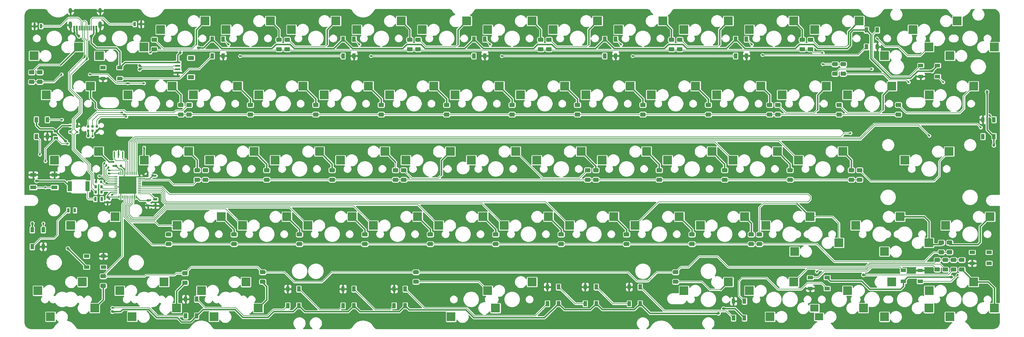
<source format=gbr>
G04 #@! TF.GenerationSoftware,KiCad,Pcbnew,(5.1.11)-1*
G04 #@! TF.CreationDate,2022-07-27T22:19:53+07:00*
G04 #@! TF.ProjectId,krush60hs - Copy,6b727573-6836-4306-9873-202d20436f70,rev?*
G04 #@! TF.SameCoordinates,Original*
G04 #@! TF.FileFunction,Copper,L2,Bot*
G04 #@! TF.FilePolarity,Positive*
%FSLAX46Y46*%
G04 Gerber Fmt 4.6, Leading zero omitted, Abs format (unit mm)*
G04 Created by KiCad (PCBNEW (5.1.11)-1) date 2022-07-27 22:19:53*
%MOMM*%
%LPD*%
G01*
G04 APERTURE LIST*
G04 #@! TA.AperFunction,SMDPad,CuDef*
%ADD10R,0.700000X1.300000*%
G04 #@! TD*
G04 #@! TA.AperFunction,SMDPad,CuDef*
%ADD11R,2.550000X2.500000*%
G04 #@! TD*
G04 #@! TA.AperFunction,SMDPad,CuDef*
%ADD12R,1.000000X1.500000*%
G04 #@! TD*
G04 #@! TA.AperFunction,SMDPad,CuDef*
%ADD13R,2.400000X2.000000*%
G04 #@! TD*
G04 #@! TA.AperFunction,SMDPad,CuDef*
%ADD14R,1.800000X1.200000*%
G04 #@! TD*
G04 #@! TA.AperFunction,SMDPad,CuDef*
%ADD15R,1.550000X0.600000*%
G04 #@! TD*
G04 #@! TA.AperFunction,SMDPad,CuDef*
%ADD16R,0.600000X1.450000*%
G04 #@! TD*
G04 #@! TA.AperFunction,SMDPad,CuDef*
%ADD17R,0.300000X1.450000*%
G04 #@! TD*
G04 #@! TA.AperFunction,ComponentPad*
%ADD18O,1.000000X2.100000*%
G04 #@! TD*
G04 #@! TA.AperFunction,ComponentPad*
%ADD19O,1.000000X1.600000*%
G04 #@! TD*
G04 #@! TA.AperFunction,SMDPad,CuDef*
%ADD20R,1.800000X1.100000*%
G04 #@! TD*
G04 #@! TA.AperFunction,SMDPad,CuDef*
%ADD21R,0.700000X1.000000*%
G04 #@! TD*
G04 #@! TA.AperFunction,SMDPad,CuDef*
%ADD22R,0.700000X0.600000*%
G04 #@! TD*
G04 #@! TA.AperFunction,SMDPad,CuDef*
%ADD23R,1.300000X0.700000*%
G04 #@! TD*
G04 #@! TA.AperFunction,SMDPad,CuDef*
%ADD24R,0.800000X0.950000*%
G04 #@! TD*
G04 #@! TA.AperFunction,SMDPad,CuDef*
%ADD25R,0.800000X0.750000*%
G04 #@! TD*
G04 #@! TA.AperFunction,SMDPad,CuDef*
%ADD26R,0.750000X0.800000*%
G04 #@! TD*
G04 #@! TA.AperFunction,SMDPad,CuDef*
%ADD27R,1.500000X1.000000*%
G04 #@! TD*
G04 #@! TA.AperFunction,SMDPad,CuDef*
%ADD28R,1.190000X3.000000*%
G04 #@! TD*
G04 #@! TA.AperFunction,ConnectorPad*
%ADD29C,0.787400*%
G04 #@! TD*
G04 #@! TA.AperFunction,SMDPad,CuDef*
%ADD30R,5.150000X5.150000*%
G04 #@! TD*
G04 #@! TA.AperFunction,SMDPad,CuDef*
%ADD31R,0.400000X1.900000*%
G04 #@! TD*
G04 #@! TA.AperFunction,ViaPad*
%ADD32C,0.600000*%
G04 #@! TD*
G04 #@! TA.AperFunction,ViaPad*
%ADD33C,0.800000*%
G04 #@! TD*
G04 #@! TA.AperFunction,Conductor*
%ADD34C,0.250000*%
G04 #@! TD*
G04 #@! TA.AperFunction,Conductor*
%ADD35C,0.400000*%
G04 #@! TD*
G04 #@! TA.AperFunction,Conductor*
%ADD36C,0.200000*%
G04 #@! TD*
G04 #@! TA.AperFunction,Conductor*
%ADD37C,0.254000*%
G04 #@! TD*
G04 #@! TA.AperFunction,Conductor*
%ADD38C,0.100000*%
G04 #@! TD*
G04 #@! TA.AperFunction,Conductor*
%ADD39C,0.025400*%
G04 #@! TD*
G04 APERTURE END LIST*
D10*
X32824083Y-43775309D03*
X34724083Y-43775309D03*
X5553746Y-44370622D03*
X3653746Y-44370622D03*
D11*
X124968670Y-129223060D03*
X137895670Y-126683060D03*
X134270882Y-100012500D03*
X121343882Y-102552500D03*
G04 #@! TA.AperFunction,SMDPad,CuDef*
G36*
G01*
X164286700Y-121252316D02*
X163786700Y-121252316D01*
G75*
G02*
X163536700Y-121002316I0J250000D01*
G01*
X163536700Y-120002316D01*
G75*
G02*
X163786700Y-119752316I250000J0D01*
G01*
X164286700Y-119752316D01*
G75*
G02*
X164536700Y-120002316I0J-250000D01*
G01*
X164536700Y-121002316D01*
G75*
G02*
X164286700Y-121252316I-250000J0D01*
G01*
G37*
G04 #@! TD.AperFunction*
D12*
X167236700Y-120502316D03*
X164036700Y-125402316D03*
X167236700Y-125402316D03*
G04 #@! TA.AperFunction,SMDPad,CuDef*
G36*
G01*
X153273354Y-121252316D02*
X152773354Y-121252316D01*
G75*
G02*
X152523354Y-121002316I0J250000D01*
G01*
X152523354Y-120002316D01*
G75*
G02*
X152773354Y-119752316I250000J0D01*
G01*
X153273354Y-119752316D01*
G75*
G02*
X153523354Y-120002316I0J-250000D01*
G01*
X153523354Y-121002316D01*
G75*
G02*
X153273354Y-121252316I-250000J0D01*
G01*
G37*
G04 #@! TD.AperFunction*
X156223354Y-120502316D03*
X153023354Y-125402316D03*
X156223354Y-125402316D03*
G04 #@! TA.AperFunction,SMDPad,CuDef*
G36*
G01*
X93741754Y-121847632D02*
X93241754Y-121847632D01*
G75*
G02*
X92991754Y-121597632I0J250000D01*
G01*
X92991754Y-120597632D01*
G75*
G02*
X93241754Y-120347632I250000J0D01*
G01*
X93741754Y-120347632D01*
G75*
G02*
X93991754Y-120597632I0J-250000D01*
G01*
X93991754Y-121597632D01*
G75*
G02*
X93741754Y-121847632I-250000J0D01*
G01*
G37*
G04 #@! TD.AperFunction*
X96691754Y-121097632D03*
X93491754Y-125997632D03*
X96691754Y-125997632D03*
D11*
X277147290Y-61912612D03*
X264220290Y-64452612D03*
X257075220Y-83502500D03*
X270002220Y-80962500D03*
X243808250Y-42862500D03*
X230881250Y-45402500D03*
X196183434Y-61912500D03*
X183256434Y-64452500D03*
X153320898Y-100012500D03*
X140393898Y-102552500D03*
X77120834Y-100012500D03*
X64193834Y-102552500D03*
X191420930Y-100012500D03*
X178493930Y-102552500D03*
X172370914Y-100012500D03*
X159443914Y-102552500D03*
X277147290Y-119062948D03*
X264220290Y-121602948D03*
X217838010Y-129222948D03*
D13*
X230765010Y-126682948D03*
D11*
X253334650Y-119062948D03*
X240407650Y-121602948D03*
X135631250Y-121602500D03*
X148558250Y-119062500D03*
D14*
X49216250Y-59242500D03*
X49216250Y-53642500D03*
D15*
X45341250Y-54942500D03*
X45341250Y-55942500D03*
X45341250Y-57942500D03*
X45341250Y-56942500D03*
D11*
X22574250Y-53022500D03*
X35501250Y-50482500D03*
D16*
X21678846Y-44987496D03*
X15228846Y-44987496D03*
X20903846Y-44987496D03*
X16003846Y-44987496D03*
D17*
X16703846Y-44987496D03*
X20203846Y-44987496D03*
X17203846Y-44987496D03*
X19703846Y-44987496D03*
X17703846Y-44987496D03*
X19203846Y-44987496D03*
X18703846Y-44987496D03*
X18203846Y-44987496D03*
D18*
X14133846Y-44072496D03*
X22773846Y-44072496D03*
D19*
X14133846Y-39892496D03*
X22773846Y-39892496D03*
D11*
X3524250Y-53022500D03*
X16451250Y-50482500D03*
X58070818Y-100012500D03*
X45143818Y-102552500D03*
X251174250Y-110172500D03*
X264101250Y-107632500D03*
X68838794Y-126682564D03*
X55911794Y-129222564D03*
X45026274Y-126682564D03*
X32099274Y-129222564D03*
X21213754Y-126682564D03*
X8286754Y-129222564D03*
D20*
X3289685Y-87764410D03*
X9489685Y-91464410D03*
X3289685Y-91464410D03*
X9489685Y-87764410D03*
D11*
X224980500Y-110172500D03*
X237907500Y-107632500D03*
X205708414Y-119062568D03*
X192781414Y-121602568D03*
X224758430Y-119062568D03*
X211831430Y-121602568D03*
D13*
X232124446Y-129222568D03*
D11*
X245051446Y-126682568D03*
G04 #@! TA.AperFunction,SMDPad,CuDef*
G36*
G01*
X265981466Y-114822243D02*
X267101466Y-114822243D01*
G75*
G02*
X267341466Y-115062243I0J-240000D01*
G01*
X267341466Y-115782243D01*
G75*
G02*
X267101466Y-116022243I-240000J0D01*
G01*
X265981466Y-116022243D01*
G75*
G02*
X265741466Y-115782243I0J240000D01*
G01*
X265741466Y-115062243D01*
G75*
G02*
X265981466Y-114822243I240000J0D01*
G01*
G37*
G04 #@! TD.AperFunction*
G04 #@! TA.AperFunction,SMDPad,CuDef*
G36*
G01*
X265981466Y-112022243D02*
X267101466Y-112022243D01*
G75*
G02*
X267341466Y-112262243I0J-240000D01*
G01*
X267341466Y-112982243D01*
G75*
G02*
X267101466Y-113222243I-240000J0D01*
G01*
X265981466Y-113222243D01*
G75*
G02*
X265741466Y-112982243I0J240000D01*
G01*
X265741466Y-112262243D01*
G75*
G02*
X265981466Y-112022243I240000J0D01*
G01*
G37*
G04 #@! TD.AperFunction*
X255714734Y-100012500D03*
X242787734Y-102552500D03*
G04 #@! TA.AperFunction,SMDPad,CuDef*
G36*
G01*
X273125666Y-114822322D02*
X274245666Y-114822322D01*
G75*
G02*
X274485666Y-115062322I0J-240000D01*
G01*
X274485666Y-115782322D01*
G75*
G02*
X274245666Y-116022322I-240000J0D01*
G01*
X273125666Y-116022322D01*
G75*
G02*
X272885666Y-115782322I0J240000D01*
G01*
X272885666Y-115062322D01*
G75*
G02*
X273125666Y-114822322I240000J0D01*
G01*
G37*
G04 #@! TD.AperFunction*
G04 #@! TA.AperFunction,SMDPad,CuDef*
G36*
G01*
X273125666Y-112022322D02*
X274245666Y-112022322D01*
G75*
G02*
X274485666Y-112262322I0J-240000D01*
G01*
X274485666Y-112982322D01*
G75*
G02*
X274245666Y-113222322I-240000J0D01*
G01*
X273125666Y-113222322D01*
G75*
G02*
X272885666Y-112982322I0J240000D01*
G01*
X272885666Y-112262322D01*
G75*
G02*
X273125666Y-112022322I240000J0D01*
G01*
G37*
G04 #@! TD.AperFunction*
G04 #@! TA.AperFunction,SMDPad,CuDef*
G36*
G01*
X270744410Y-114822322D02*
X271864410Y-114822322D01*
G75*
G02*
X272104410Y-115062322I0J-240000D01*
G01*
X272104410Y-115782322D01*
G75*
G02*
X271864410Y-116022322I-240000J0D01*
G01*
X270744410Y-116022322D01*
G75*
G02*
X270504410Y-115782322I0J240000D01*
G01*
X270504410Y-115062322D01*
G75*
G02*
X270744410Y-114822322I240000J0D01*
G01*
G37*
G04 #@! TD.AperFunction*
G04 #@! TA.AperFunction,SMDPad,CuDef*
G36*
G01*
X270744410Y-112022322D02*
X271864410Y-112022322D01*
G75*
G02*
X272104410Y-112262322I0J-240000D01*
G01*
X272104410Y-112982322D01*
G75*
G02*
X271864410Y-113222322I-240000J0D01*
G01*
X270744410Y-113222322D01*
G75*
G02*
X270504410Y-112982322I0J240000D01*
G01*
X270504410Y-112262322D01*
G75*
G02*
X270744410Y-112022322I240000J0D01*
G01*
G37*
G04 #@! TD.AperFunction*
G04 #@! TA.AperFunction,SMDPad,CuDef*
G36*
G01*
X268362718Y-114822243D02*
X269482718Y-114822243D01*
G75*
G02*
X269722718Y-115062243I0J-240000D01*
G01*
X269722718Y-115782243D01*
G75*
G02*
X269482718Y-116022243I-240000J0D01*
G01*
X268362718Y-116022243D01*
G75*
G02*
X268122718Y-115782243I0J240000D01*
G01*
X268122718Y-115062243D01*
G75*
G02*
X268362718Y-114822243I240000J0D01*
G01*
G37*
G04 #@! TD.AperFunction*
G04 #@! TA.AperFunction,SMDPad,CuDef*
G36*
G01*
X268362718Y-112022243D02*
X269482718Y-112022243D01*
G75*
G02*
X269722718Y-112262243I0J-240000D01*
G01*
X269722718Y-112982243D01*
G75*
G02*
X269482718Y-113222243I-240000J0D01*
G01*
X268362718Y-113222243D01*
G75*
G02*
X268122718Y-112982243I0J240000D01*
G01*
X268122718Y-112262243D01*
G75*
G02*
X268362718Y-112022243I240000J0D01*
G01*
G37*
G04 #@! TD.AperFunction*
G04 #@! TA.AperFunction,SMDPad,CuDef*
G36*
G01*
X189782314Y-118394472D02*
X190902314Y-118394472D01*
G75*
G02*
X191142314Y-118634472I0J-240000D01*
G01*
X191142314Y-119354472D01*
G75*
G02*
X190902314Y-119594472I-240000J0D01*
G01*
X189782314Y-119594472D01*
G75*
G02*
X189542314Y-119354472I0J240000D01*
G01*
X189542314Y-118634472D01*
G75*
G02*
X189782314Y-118394472I240000J0D01*
G01*
G37*
G04 #@! TD.AperFunction*
G04 #@! TA.AperFunction,SMDPad,CuDef*
G36*
G01*
X189782314Y-115594472D02*
X190902314Y-115594472D01*
G75*
G02*
X191142314Y-115834472I0J-240000D01*
G01*
X191142314Y-116554472D01*
G75*
G02*
X190902314Y-116794472I-240000J0D01*
G01*
X189782314Y-116794472D01*
G75*
G02*
X189542314Y-116554472I0J240000D01*
G01*
X189542314Y-115834472D01*
G75*
G02*
X189782314Y-115594472I240000J0D01*
G01*
G37*
G04 #@! TD.AperFunction*
G04 #@! TA.AperFunction,SMDPad,CuDef*
G36*
G01*
X114176655Y-118394125D02*
X115296655Y-118394125D01*
G75*
G02*
X115536655Y-118634125I0J-240000D01*
G01*
X115536655Y-119354125D01*
G75*
G02*
X115296655Y-119594125I-240000J0D01*
G01*
X114176655Y-119594125D01*
G75*
G02*
X113936655Y-119354125I0J240000D01*
G01*
X113936655Y-118634125D01*
G75*
G02*
X114176655Y-118394125I240000J0D01*
G01*
G37*
G04 #@! TD.AperFunction*
G04 #@! TA.AperFunction,SMDPad,CuDef*
G36*
G01*
X114176655Y-115594125D02*
X115296655Y-115594125D01*
G75*
G02*
X115536655Y-115834125I0J-240000D01*
G01*
X115536655Y-116554125D01*
G75*
G02*
X115296655Y-116794125I-240000J0D01*
G01*
X114176655Y-116794125D01*
G75*
G02*
X113936655Y-116554125I0J240000D01*
G01*
X113936655Y-115834125D01*
G75*
G02*
X114176655Y-115594125I240000J0D01*
G01*
G37*
G04 #@! TD.AperFunction*
G04 #@! TA.AperFunction,SMDPad,CuDef*
G36*
G01*
X69528400Y-118394250D02*
X70648400Y-118394250D01*
G75*
G02*
X70888400Y-118634250I0J-240000D01*
G01*
X70888400Y-119354250D01*
G75*
G02*
X70648400Y-119594250I-240000J0D01*
G01*
X69528400Y-119594250D01*
G75*
G02*
X69288400Y-119354250I0J240000D01*
G01*
X69288400Y-118634250D01*
G75*
G02*
X69528400Y-118394250I240000J0D01*
G01*
G37*
G04 #@! TD.AperFunction*
G04 #@! TA.AperFunction,SMDPad,CuDef*
G36*
G01*
X69528400Y-115594250D02*
X70648400Y-115594250D01*
G75*
G02*
X70888400Y-115834250I0J-240000D01*
G01*
X70888400Y-116554250D01*
G75*
G02*
X70648400Y-116794250I-240000J0D01*
G01*
X69528400Y-116794250D01*
G75*
G02*
X69288400Y-116554250I0J240000D01*
G01*
X69288400Y-115834250D01*
G75*
G02*
X69528400Y-115594250I240000J0D01*
G01*
G37*
G04 #@! TD.AperFunction*
G04 #@! TA.AperFunction,SMDPad,CuDef*
G36*
G01*
X46906358Y-118691907D02*
X48026358Y-118691907D01*
G75*
G02*
X48266358Y-118931907I0J-240000D01*
G01*
X48266358Y-119651907D01*
G75*
G02*
X48026358Y-119891907I-240000J0D01*
G01*
X46906358Y-119891907D01*
G75*
G02*
X46666358Y-119651907I0J240000D01*
G01*
X46666358Y-118931907D01*
G75*
G02*
X46906358Y-118691907I240000J0D01*
G01*
G37*
G04 #@! TD.AperFunction*
G04 #@! TA.AperFunction,SMDPad,CuDef*
G36*
G01*
X46906358Y-115891907D02*
X48026358Y-115891907D01*
G75*
G02*
X48266358Y-116131907I0J-240000D01*
G01*
X48266358Y-116851907D01*
G75*
G02*
X48026358Y-117091907I-240000J0D01*
G01*
X46906358Y-117091907D01*
G75*
G02*
X46666358Y-116851907I0J240000D01*
G01*
X46666358Y-116131907D01*
G75*
G02*
X46906358Y-115891907I240000J0D01*
G01*
G37*
G04 #@! TD.AperFunction*
G04 #@! TA.AperFunction,SMDPad,CuDef*
G36*
G01*
X23093798Y-119584878D02*
X24213798Y-119584878D01*
G75*
G02*
X24453798Y-119824878I0J-240000D01*
G01*
X24453798Y-120544878D01*
G75*
G02*
X24213798Y-120784878I-240000J0D01*
G01*
X23093798Y-120784878D01*
G75*
G02*
X22853798Y-120544878I0J240000D01*
G01*
X22853798Y-119824878D01*
G75*
G02*
X23093798Y-119584878I240000J0D01*
G01*
G37*
G04 #@! TD.AperFunction*
G04 #@! TA.AperFunction,SMDPad,CuDef*
G36*
G01*
X23093798Y-116784878D02*
X24213798Y-116784878D01*
G75*
G02*
X24453798Y-117024878I0J-240000D01*
G01*
X24453798Y-117744878D01*
G75*
G02*
X24213798Y-117984878I-240000J0D01*
G01*
X23093798Y-117984878D01*
G75*
G02*
X22853798Y-117744878I0J240000D01*
G01*
X22853798Y-117024878D01*
G75*
G02*
X23093798Y-116784878I240000J0D01*
G01*
G37*
G04 #@! TD.AperFunction*
G04 #@! TA.AperFunction,SMDPad,CuDef*
G36*
G01*
X270673788Y-108162153D02*
X269553788Y-108162153D01*
G75*
G02*
X269313788Y-107922153I0J240000D01*
G01*
X269313788Y-107202153D01*
G75*
G02*
X269553788Y-106962153I240000J0D01*
G01*
X270673788Y-106962153D01*
G75*
G02*
X270913788Y-107202153I0J-240000D01*
G01*
X270913788Y-107922153D01*
G75*
G02*
X270673788Y-108162153I-240000J0D01*
G01*
G37*
G04 #@! TD.AperFunction*
G04 #@! TA.AperFunction,SMDPad,CuDef*
G36*
G01*
X270673788Y-110962153D02*
X269553788Y-110962153D01*
G75*
G02*
X269313788Y-110722153I0J240000D01*
G01*
X269313788Y-110002153D01*
G75*
G02*
X269553788Y-109762153I240000J0D01*
G01*
X270673788Y-109762153D01*
G75*
G02*
X270913788Y-110002153I0J-240000D01*
G01*
X270913788Y-110722153D01*
G75*
G02*
X270673788Y-110962153I-240000J0D01*
G01*
G37*
G04 #@! TD.AperFunction*
G04 #@! TA.AperFunction,SMDPad,CuDef*
G36*
G01*
X268292532Y-108162153D02*
X267172532Y-108162153D01*
G75*
G02*
X266932532Y-107922153I0J240000D01*
G01*
X266932532Y-107202153D01*
G75*
G02*
X267172532Y-106962153I240000J0D01*
G01*
X268292532Y-106962153D01*
G75*
G02*
X268532532Y-107202153I0J-240000D01*
G01*
X268532532Y-107922153D01*
G75*
G02*
X268292532Y-108162153I-240000J0D01*
G01*
G37*
G04 #@! TD.AperFunction*
G04 #@! TA.AperFunction,SMDPad,CuDef*
G36*
G01*
X268292532Y-110962153D02*
X267172532Y-110962153D01*
G75*
G02*
X266932532Y-110722153I0J240000D01*
G01*
X266932532Y-110002153D01*
G75*
G02*
X267172532Y-109762153I240000J0D01*
G01*
X268292532Y-109762153D01*
G75*
G02*
X268532532Y-110002153I0J-240000D01*
G01*
X268532532Y-110722153D01*
G75*
G02*
X268292532Y-110962153I-240000J0D01*
G01*
G37*
G04 #@! TD.AperFunction*
G04 #@! TA.AperFunction,SMDPad,CuDef*
G36*
G01*
X215309061Y-105781265D02*
X214189061Y-105781265D01*
G75*
G02*
X213949061Y-105541265I0J240000D01*
G01*
X213949061Y-104821265D01*
G75*
G02*
X214189061Y-104581265I240000J0D01*
G01*
X215309061Y-104581265D01*
G75*
G02*
X215549061Y-104821265I0J-240000D01*
G01*
X215549061Y-105541265D01*
G75*
G02*
X215309061Y-105781265I-240000J0D01*
G01*
G37*
G04 #@! TD.AperFunction*
G04 #@! TA.AperFunction,SMDPad,CuDef*
G36*
G01*
X215309061Y-108581265D02*
X214189061Y-108581265D01*
G75*
G02*
X213949061Y-108341265I0J240000D01*
G01*
X213949061Y-107621265D01*
G75*
G02*
X214189061Y-107381265I240000J0D01*
G01*
X215309061Y-107381265D01*
G75*
G02*
X215549061Y-107621265I0J-240000D01*
G01*
X215549061Y-108341265D01*
G75*
G02*
X215309061Y-108581265I-240000J0D01*
G01*
G37*
G04 #@! TD.AperFunction*
G04 #@! TA.AperFunction,SMDPad,CuDef*
G36*
G01*
X212928831Y-105781265D02*
X211808831Y-105781265D01*
G75*
G02*
X211568831Y-105541265I0J240000D01*
G01*
X211568831Y-104821265D01*
G75*
G02*
X211808831Y-104581265I240000J0D01*
G01*
X212928831Y-104581265D01*
G75*
G02*
X213168831Y-104821265I0J-240000D01*
G01*
X213168831Y-105541265D01*
G75*
G02*
X212928831Y-105781265I-240000J0D01*
G01*
G37*
G04 #@! TD.AperFunction*
G04 #@! TA.AperFunction,SMDPad,CuDef*
G36*
G01*
X212928831Y-108581265D02*
X211808831Y-108581265D01*
G75*
G02*
X211568831Y-108341265I0J240000D01*
G01*
X211568831Y-107621265D01*
G75*
G02*
X211808831Y-107381265I240000J0D01*
G01*
X212928831Y-107381265D01*
G75*
G02*
X213168831Y-107621265I0J-240000D01*
G01*
X213168831Y-108341265D01*
G75*
G02*
X212928831Y-108581265I-240000J0D01*
G01*
G37*
G04 #@! TD.AperFunction*
G04 #@! TA.AperFunction,SMDPad,CuDef*
G36*
G01*
X195664690Y-105781265D02*
X194544690Y-105781265D01*
G75*
G02*
X194304690Y-105541265I0J240000D01*
G01*
X194304690Y-104821265D01*
G75*
G02*
X194544690Y-104581265I240000J0D01*
G01*
X195664690Y-104581265D01*
G75*
G02*
X195904690Y-104821265I0J-240000D01*
G01*
X195904690Y-105541265D01*
G75*
G02*
X195664690Y-105781265I-240000J0D01*
G01*
G37*
G04 #@! TD.AperFunction*
G04 #@! TA.AperFunction,SMDPad,CuDef*
G36*
G01*
X195664690Y-108581265D02*
X194544690Y-108581265D01*
G75*
G02*
X194304690Y-108341265I0J240000D01*
G01*
X194304690Y-107621265D01*
G75*
G02*
X194544690Y-107381265I240000J0D01*
G01*
X195664690Y-107381265D01*
G75*
G02*
X195904690Y-107621265I0J-240000D01*
G01*
X195904690Y-108341265D01*
G75*
G02*
X195664690Y-108581265I-240000J0D01*
G01*
G37*
G04 #@! TD.AperFunction*
G04 #@! TA.AperFunction,SMDPad,CuDef*
G36*
G01*
X176614610Y-105781265D02*
X175494610Y-105781265D01*
G75*
G02*
X175254610Y-105541265I0J240000D01*
G01*
X175254610Y-104821265D01*
G75*
G02*
X175494610Y-104581265I240000J0D01*
G01*
X176614610Y-104581265D01*
G75*
G02*
X176854610Y-104821265I0J-240000D01*
G01*
X176854610Y-105541265D01*
G75*
G02*
X176614610Y-105781265I-240000J0D01*
G01*
G37*
G04 #@! TD.AperFunction*
G04 #@! TA.AperFunction,SMDPad,CuDef*
G36*
G01*
X176614610Y-108581265D02*
X175494610Y-108581265D01*
G75*
G02*
X175254610Y-108341265I0J240000D01*
G01*
X175254610Y-107621265D01*
G75*
G02*
X175494610Y-107381265I240000J0D01*
G01*
X176614610Y-107381265D01*
G75*
G02*
X176854610Y-107621265I0J-240000D01*
G01*
X176854610Y-108341265D01*
G75*
G02*
X176614610Y-108581265I-240000J0D01*
G01*
G37*
G04 #@! TD.AperFunction*
G04 #@! TA.AperFunction,SMDPad,CuDef*
G36*
G01*
X157564530Y-105781265D02*
X156444530Y-105781265D01*
G75*
G02*
X156204530Y-105541265I0J240000D01*
G01*
X156204530Y-104821265D01*
G75*
G02*
X156444530Y-104581265I240000J0D01*
G01*
X157564530Y-104581265D01*
G75*
G02*
X157804530Y-104821265I0J-240000D01*
G01*
X157804530Y-105541265D01*
G75*
G02*
X157564530Y-105781265I-240000J0D01*
G01*
G37*
G04 #@! TD.AperFunction*
G04 #@! TA.AperFunction,SMDPad,CuDef*
G36*
G01*
X157564530Y-108581265D02*
X156444530Y-108581265D01*
G75*
G02*
X156204530Y-108341265I0J240000D01*
G01*
X156204530Y-107621265D01*
G75*
G02*
X156444530Y-107381265I240000J0D01*
G01*
X157564530Y-107381265D01*
G75*
G02*
X157804530Y-107621265I0J-240000D01*
G01*
X157804530Y-108341265D01*
G75*
G02*
X157564530Y-108581265I-240000J0D01*
G01*
G37*
G04 #@! TD.AperFunction*
G04 #@! TA.AperFunction,SMDPad,CuDef*
G36*
G01*
X138514450Y-105781265D02*
X137394450Y-105781265D01*
G75*
G02*
X137154450Y-105541265I0J240000D01*
G01*
X137154450Y-104821265D01*
G75*
G02*
X137394450Y-104581265I240000J0D01*
G01*
X138514450Y-104581265D01*
G75*
G02*
X138754450Y-104821265I0J-240000D01*
G01*
X138754450Y-105541265D01*
G75*
G02*
X138514450Y-105781265I-240000J0D01*
G01*
G37*
G04 #@! TD.AperFunction*
G04 #@! TA.AperFunction,SMDPad,CuDef*
G36*
G01*
X138514450Y-108581265D02*
X137394450Y-108581265D01*
G75*
G02*
X137154450Y-108341265I0J240000D01*
G01*
X137154450Y-107621265D01*
G75*
G02*
X137394450Y-107381265I240000J0D01*
G01*
X138514450Y-107381265D01*
G75*
G02*
X138754450Y-107621265I0J-240000D01*
G01*
X138754450Y-108341265D01*
G75*
G02*
X138514450Y-108581265I-240000J0D01*
G01*
G37*
G04 #@! TD.AperFunction*
G04 #@! TA.AperFunction,SMDPad,CuDef*
G36*
G01*
X119464370Y-105781265D02*
X118344370Y-105781265D01*
G75*
G02*
X118104370Y-105541265I0J240000D01*
G01*
X118104370Y-104821265D01*
G75*
G02*
X118344370Y-104581265I240000J0D01*
G01*
X119464370Y-104581265D01*
G75*
G02*
X119704370Y-104821265I0J-240000D01*
G01*
X119704370Y-105541265D01*
G75*
G02*
X119464370Y-105781265I-240000J0D01*
G01*
G37*
G04 #@! TD.AperFunction*
G04 #@! TA.AperFunction,SMDPad,CuDef*
G36*
G01*
X119464370Y-108581265D02*
X118344370Y-108581265D01*
G75*
G02*
X118104370Y-108341265I0J240000D01*
G01*
X118104370Y-107621265D01*
G75*
G02*
X118344370Y-107381265I240000J0D01*
G01*
X119464370Y-107381265D01*
G75*
G02*
X119704370Y-107621265I0J-240000D01*
G01*
X119704370Y-108341265D01*
G75*
G02*
X119464370Y-108581265I-240000J0D01*
G01*
G37*
G04 #@! TD.AperFunction*
G04 #@! TA.AperFunction,SMDPad,CuDef*
G36*
G01*
X100414290Y-105781265D02*
X99294290Y-105781265D01*
G75*
G02*
X99054290Y-105541265I0J240000D01*
G01*
X99054290Y-104821265D01*
G75*
G02*
X99294290Y-104581265I240000J0D01*
G01*
X100414290Y-104581265D01*
G75*
G02*
X100654290Y-104821265I0J-240000D01*
G01*
X100654290Y-105541265D01*
G75*
G02*
X100414290Y-105781265I-240000J0D01*
G01*
G37*
G04 #@! TD.AperFunction*
G04 #@! TA.AperFunction,SMDPad,CuDef*
G36*
G01*
X100414290Y-108581265D02*
X99294290Y-108581265D01*
G75*
G02*
X99054290Y-108341265I0J240000D01*
G01*
X99054290Y-107621265D01*
G75*
G02*
X99294290Y-107381265I240000J0D01*
G01*
X100414290Y-107381265D01*
G75*
G02*
X100654290Y-107621265I0J-240000D01*
G01*
X100654290Y-108341265D01*
G75*
G02*
X100414290Y-108581265I-240000J0D01*
G01*
G37*
G04 #@! TD.AperFunction*
G04 #@! TA.AperFunction,SMDPad,CuDef*
G36*
G01*
X81364210Y-105781265D02*
X80244210Y-105781265D01*
G75*
G02*
X80004210Y-105541265I0J240000D01*
G01*
X80004210Y-104821265D01*
G75*
G02*
X80244210Y-104581265I240000J0D01*
G01*
X81364210Y-104581265D01*
G75*
G02*
X81604210Y-104821265I0J-240000D01*
G01*
X81604210Y-105541265D01*
G75*
G02*
X81364210Y-105781265I-240000J0D01*
G01*
G37*
G04 #@! TD.AperFunction*
G04 #@! TA.AperFunction,SMDPad,CuDef*
G36*
G01*
X81364210Y-108581265D02*
X80244210Y-108581265D01*
G75*
G02*
X80004210Y-108341265I0J240000D01*
G01*
X80004210Y-107621265D01*
G75*
G02*
X80244210Y-107381265I240000J0D01*
G01*
X81364210Y-107381265D01*
G75*
G02*
X81604210Y-107621265I0J-240000D01*
G01*
X81604210Y-108341265D01*
G75*
G02*
X81364210Y-108581265I-240000J0D01*
G01*
G37*
G04 #@! TD.AperFunction*
G04 #@! TA.AperFunction,SMDPad,CuDef*
G36*
G01*
X62314130Y-105781265D02*
X61194130Y-105781265D01*
G75*
G02*
X60954130Y-105541265I0J240000D01*
G01*
X60954130Y-104821265D01*
G75*
G02*
X61194130Y-104581265I240000J0D01*
G01*
X62314130Y-104581265D01*
G75*
G02*
X62554130Y-104821265I0J-240000D01*
G01*
X62554130Y-105541265D01*
G75*
G02*
X62314130Y-105781265I-240000J0D01*
G01*
G37*
G04 #@! TD.AperFunction*
G04 #@! TA.AperFunction,SMDPad,CuDef*
G36*
G01*
X62314130Y-108581265D02*
X61194130Y-108581265D01*
G75*
G02*
X60954130Y-108341265I0J240000D01*
G01*
X60954130Y-107621265D01*
G75*
G02*
X61194130Y-107381265I240000J0D01*
G01*
X62314130Y-107381265D01*
G75*
G02*
X62554130Y-107621265I0J-240000D01*
G01*
X62554130Y-108341265D01*
G75*
G02*
X62314130Y-108581265I-240000J0D01*
G01*
G37*
G04 #@! TD.AperFunction*
G04 #@! TA.AperFunction,SMDPad,CuDef*
G36*
G01*
X43263846Y-105780941D02*
X42143846Y-105780941D01*
G75*
G02*
X41903846Y-105540941I0J240000D01*
G01*
X41903846Y-104820941D01*
G75*
G02*
X42143846Y-104580941I240000J0D01*
G01*
X43263846Y-104580941D01*
G75*
G02*
X43503846Y-104820941I0J-240000D01*
G01*
X43503846Y-105540941D01*
G75*
G02*
X43263846Y-105780941I-240000J0D01*
G01*
G37*
G04 #@! TD.AperFunction*
G04 #@! TA.AperFunction,SMDPad,CuDef*
G36*
G01*
X43263846Y-108580941D02*
X42143846Y-108580941D01*
G75*
G02*
X41903846Y-108340941I0J240000D01*
G01*
X41903846Y-107620941D01*
G75*
G02*
X42143846Y-107380941I240000J0D01*
G01*
X43263846Y-107380941D01*
G75*
G02*
X43503846Y-107620941I0J-240000D01*
G01*
X43503846Y-108340941D01*
G75*
G02*
X43263846Y-108580941I-240000J0D01*
G01*
G37*
G04 #@! TD.AperFunction*
G04 #@! TA.AperFunction,SMDPad,CuDef*
G36*
G01*
X244479572Y-89828471D02*
X243359572Y-89828471D01*
G75*
G02*
X243119572Y-89588471I0J240000D01*
G01*
X243119572Y-88868471D01*
G75*
G02*
X243359572Y-88628471I240000J0D01*
G01*
X244479572Y-88628471D01*
G75*
G02*
X244719572Y-88868471I0J-240000D01*
G01*
X244719572Y-89588471D01*
G75*
G02*
X244479572Y-89828471I-240000J0D01*
G01*
G37*
G04 #@! TD.AperFunction*
G04 #@! TA.AperFunction,SMDPad,CuDef*
G36*
G01*
X244479572Y-87028471D02*
X243359572Y-87028471D01*
G75*
G02*
X243119572Y-86788471I0J240000D01*
G01*
X243119572Y-86068471D01*
G75*
G02*
X243359572Y-85828471I240000J0D01*
G01*
X244479572Y-85828471D01*
G75*
G02*
X244719572Y-86068471I0J-240000D01*
G01*
X244719572Y-86788471D01*
G75*
G02*
X244479572Y-87028471I-240000J0D01*
G01*
G37*
G04 #@! TD.AperFunction*
G04 #@! TA.AperFunction,SMDPad,CuDef*
G36*
G01*
X242099260Y-87028842D02*
X240979260Y-87028842D01*
G75*
G02*
X240739260Y-86788842I0J240000D01*
G01*
X240739260Y-86068842D01*
G75*
G02*
X240979260Y-85828842I240000J0D01*
G01*
X242099260Y-85828842D01*
G75*
G02*
X242339260Y-86068842I0J-240000D01*
G01*
X242339260Y-86788842D01*
G75*
G02*
X242099260Y-87028842I-240000J0D01*
G01*
G37*
G04 #@! TD.AperFunction*
G04 #@! TA.AperFunction,SMDPad,CuDef*
G36*
G01*
X242099260Y-89828842D02*
X240979260Y-89828842D01*
G75*
G02*
X240739260Y-89588842I0J240000D01*
G01*
X240739260Y-88868842D01*
G75*
G02*
X240979260Y-88628842I240000J0D01*
G01*
X242099260Y-88628842D01*
G75*
G02*
X242339260Y-88868842I0J-240000D01*
G01*
X242339260Y-89588842D01*
G75*
G02*
X242099260Y-89828842I-240000J0D01*
G01*
G37*
G04 #@! TD.AperFunction*
G04 #@! TA.AperFunction,SMDPad,CuDef*
G36*
G01*
X224239810Y-87028842D02*
X223119810Y-87028842D01*
G75*
G02*
X222879810Y-86788842I0J240000D01*
G01*
X222879810Y-86068842D01*
G75*
G02*
X223119810Y-85828842I240000J0D01*
G01*
X224239810Y-85828842D01*
G75*
G02*
X224479810Y-86068842I0J-240000D01*
G01*
X224479810Y-86788842D01*
G75*
G02*
X224239810Y-87028842I-240000J0D01*
G01*
G37*
G04 #@! TD.AperFunction*
G04 #@! TA.AperFunction,SMDPad,CuDef*
G36*
G01*
X224239810Y-89828842D02*
X223119810Y-89828842D01*
G75*
G02*
X222879810Y-89588842I0J240000D01*
G01*
X222879810Y-88868842D01*
G75*
G02*
X223119810Y-88628842I240000J0D01*
G01*
X224239810Y-88628842D01*
G75*
G02*
X224479810Y-88868842I0J-240000D01*
G01*
X224479810Y-89588842D01*
G75*
G02*
X224239810Y-89828842I-240000J0D01*
G01*
G37*
G04 #@! TD.AperFunction*
G04 #@! TA.AperFunction,SMDPad,CuDef*
G36*
G01*
X205189730Y-87028842D02*
X204069730Y-87028842D01*
G75*
G02*
X203829730Y-86788842I0J240000D01*
G01*
X203829730Y-86068842D01*
G75*
G02*
X204069730Y-85828842I240000J0D01*
G01*
X205189730Y-85828842D01*
G75*
G02*
X205429730Y-86068842I0J-240000D01*
G01*
X205429730Y-86788842D01*
G75*
G02*
X205189730Y-87028842I-240000J0D01*
G01*
G37*
G04 #@! TD.AperFunction*
G04 #@! TA.AperFunction,SMDPad,CuDef*
G36*
G01*
X205189730Y-89828842D02*
X204069730Y-89828842D01*
G75*
G02*
X203829730Y-89588842I0J240000D01*
G01*
X203829730Y-88868842D01*
G75*
G02*
X204069730Y-88628842I240000J0D01*
G01*
X205189730Y-88628842D01*
G75*
G02*
X205429730Y-88868842I0J-240000D01*
G01*
X205429730Y-89588842D01*
G75*
G02*
X205189730Y-89828842I-240000J0D01*
G01*
G37*
G04 #@! TD.AperFunction*
G04 #@! TA.AperFunction,SMDPad,CuDef*
G36*
G01*
X186139650Y-87028842D02*
X185019650Y-87028842D01*
G75*
G02*
X184779650Y-86788842I0J240000D01*
G01*
X184779650Y-86068842D01*
G75*
G02*
X185019650Y-85828842I240000J0D01*
G01*
X186139650Y-85828842D01*
G75*
G02*
X186379650Y-86068842I0J-240000D01*
G01*
X186379650Y-86788842D01*
G75*
G02*
X186139650Y-87028842I-240000J0D01*
G01*
G37*
G04 #@! TD.AperFunction*
G04 #@! TA.AperFunction,SMDPad,CuDef*
G36*
G01*
X186139650Y-89828842D02*
X185019650Y-89828842D01*
G75*
G02*
X184779650Y-89588842I0J240000D01*
G01*
X184779650Y-88868842D01*
G75*
G02*
X185019650Y-88628842I240000J0D01*
G01*
X186139650Y-88628842D01*
G75*
G02*
X186379650Y-88868842I0J-240000D01*
G01*
X186379650Y-89588842D01*
G75*
G02*
X186139650Y-89828842I-240000J0D01*
G01*
G37*
G04 #@! TD.AperFunction*
G04 #@! TA.AperFunction,SMDPad,CuDef*
G36*
G01*
X167684195Y-87028842D02*
X166564195Y-87028842D01*
G75*
G02*
X166324195Y-86788842I0J240000D01*
G01*
X166324195Y-86068842D01*
G75*
G02*
X166564195Y-85828842I240000J0D01*
G01*
X167684195Y-85828842D01*
G75*
G02*
X167924195Y-86068842I0J-240000D01*
G01*
X167924195Y-86788842D01*
G75*
G02*
X167684195Y-87028842I-240000J0D01*
G01*
G37*
G04 #@! TD.AperFunction*
G04 #@! TA.AperFunction,SMDPad,CuDef*
G36*
G01*
X167684195Y-89828842D02*
X166564195Y-89828842D01*
G75*
G02*
X166324195Y-89588842I0J240000D01*
G01*
X166324195Y-88868842D01*
G75*
G02*
X166564195Y-88628842I240000J0D01*
G01*
X167684195Y-88628842D01*
G75*
G02*
X167924195Y-88868842I0J-240000D01*
G01*
X167924195Y-89588842D01*
G75*
G02*
X167684195Y-89828842I-240000J0D01*
G01*
G37*
G04 #@! TD.AperFunction*
G04 #@! TA.AperFunction,SMDPad,CuDef*
G36*
G01*
X165302943Y-87028471D02*
X164182943Y-87028471D01*
G75*
G02*
X163942943Y-86788471I0J240000D01*
G01*
X163942943Y-86068471D01*
G75*
G02*
X164182943Y-85828471I240000J0D01*
G01*
X165302943Y-85828471D01*
G75*
G02*
X165542943Y-86068471I0J-240000D01*
G01*
X165542943Y-86788471D01*
G75*
G02*
X165302943Y-87028471I-240000J0D01*
G01*
G37*
G04 #@! TD.AperFunction*
G04 #@! TA.AperFunction,SMDPad,CuDef*
G36*
G01*
X165302943Y-89828471D02*
X164182943Y-89828471D01*
G75*
G02*
X163942943Y-89588471I0J240000D01*
G01*
X163942943Y-88868471D01*
G75*
G02*
X164182943Y-88628471I240000J0D01*
G01*
X165302943Y-88628471D01*
G75*
G02*
X165542943Y-88868471I0J-240000D01*
G01*
X165542943Y-89588471D01*
G75*
G02*
X165302943Y-89828471I-240000J0D01*
G01*
G37*
G04 #@! TD.AperFunction*
G04 #@! TA.AperFunction,SMDPad,CuDef*
G36*
G01*
X111724773Y-87028471D02*
X110604773Y-87028471D01*
G75*
G02*
X110364773Y-86788471I0J240000D01*
G01*
X110364773Y-86068471D01*
G75*
G02*
X110604773Y-85828471I240000J0D01*
G01*
X111724773Y-85828471D01*
G75*
G02*
X111964773Y-86068471I0J-240000D01*
G01*
X111964773Y-86788471D01*
G75*
G02*
X111724773Y-87028471I-240000J0D01*
G01*
G37*
G04 #@! TD.AperFunction*
G04 #@! TA.AperFunction,SMDPad,CuDef*
G36*
G01*
X111724773Y-89828471D02*
X110604773Y-89828471D01*
G75*
G02*
X110364773Y-89588471I0J240000D01*
G01*
X110364773Y-88868471D01*
G75*
G02*
X110604773Y-88628471I240000J0D01*
G01*
X111724773Y-88628471D01*
G75*
G02*
X111964773Y-88868471I0J-240000D01*
G01*
X111964773Y-89588471D01*
G75*
G02*
X111724773Y-89828471I-240000J0D01*
G01*
G37*
G04 #@! TD.AperFunction*
G04 #@! TA.AperFunction,SMDPad,CuDef*
G36*
G01*
X109343521Y-87028442D02*
X108223521Y-87028442D01*
G75*
G02*
X107983521Y-86788442I0J240000D01*
G01*
X107983521Y-86068442D01*
G75*
G02*
X108223521Y-85828442I240000J0D01*
G01*
X109343521Y-85828442D01*
G75*
G02*
X109583521Y-86068442I0J-240000D01*
G01*
X109583521Y-86788442D01*
G75*
G02*
X109343521Y-87028442I-240000J0D01*
G01*
G37*
G04 #@! TD.AperFunction*
G04 #@! TA.AperFunction,SMDPad,CuDef*
G36*
G01*
X109343521Y-89828442D02*
X108223521Y-89828442D01*
G75*
G02*
X107983521Y-89588442I0J240000D01*
G01*
X107983521Y-88868442D01*
G75*
G02*
X108223521Y-88628442I240000J0D01*
G01*
X109343521Y-88628442D01*
G75*
G02*
X109583521Y-88868442I0J-240000D01*
G01*
X109583521Y-89588442D01*
G75*
G02*
X109343521Y-89828442I-240000J0D01*
G01*
G37*
G04 #@! TD.AperFunction*
G04 #@! TA.AperFunction,SMDPad,CuDef*
G36*
G01*
X90889250Y-87028842D02*
X89769250Y-87028842D01*
G75*
G02*
X89529250Y-86788842I0J240000D01*
G01*
X89529250Y-86068842D01*
G75*
G02*
X89769250Y-85828842I240000J0D01*
G01*
X90889250Y-85828842D01*
G75*
G02*
X91129250Y-86068842I0J-240000D01*
G01*
X91129250Y-86788842D01*
G75*
G02*
X90889250Y-87028842I-240000J0D01*
G01*
G37*
G04 #@! TD.AperFunction*
G04 #@! TA.AperFunction,SMDPad,CuDef*
G36*
G01*
X90889250Y-89828842D02*
X89769250Y-89828842D01*
G75*
G02*
X89529250Y-89588842I0J240000D01*
G01*
X89529250Y-88868842D01*
G75*
G02*
X89769250Y-88628842I240000J0D01*
G01*
X90889250Y-88628842D01*
G75*
G02*
X91129250Y-88868842I0J-240000D01*
G01*
X91129250Y-89588842D01*
G75*
G02*
X90889250Y-89828842I-240000J0D01*
G01*
G37*
G04 #@! TD.AperFunction*
G04 #@! TA.AperFunction,SMDPad,CuDef*
G36*
G01*
X71839170Y-87028842D02*
X70719170Y-87028842D01*
G75*
G02*
X70479170Y-86788842I0J240000D01*
G01*
X70479170Y-86068842D01*
G75*
G02*
X70719170Y-85828842I240000J0D01*
G01*
X71839170Y-85828842D01*
G75*
G02*
X72079170Y-86068842I0J-240000D01*
G01*
X72079170Y-86788842D01*
G75*
G02*
X71839170Y-87028842I-240000J0D01*
G01*
G37*
G04 #@! TD.AperFunction*
G04 #@! TA.AperFunction,SMDPad,CuDef*
G36*
G01*
X71839170Y-89828842D02*
X70719170Y-89828842D01*
G75*
G02*
X70479170Y-89588842I0J240000D01*
G01*
X70479170Y-88868842D01*
G75*
G02*
X70719170Y-88628842I240000J0D01*
G01*
X71839170Y-88628842D01*
G75*
G02*
X72079170Y-88868842I0J-240000D01*
G01*
X72079170Y-89588842D01*
G75*
G02*
X71839170Y-89828842I-240000J0D01*
G01*
G37*
G04 #@! TD.AperFunction*
G04 #@! TA.AperFunction,SMDPad,CuDef*
G36*
G01*
X51598125Y-87028442D02*
X50478125Y-87028442D01*
G75*
G02*
X50238125Y-86788442I0J240000D01*
G01*
X50238125Y-86068442D01*
G75*
G02*
X50478125Y-85828442I240000J0D01*
G01*
X51598125Y-85828442D01*
G75*
G02*
X51838125Y-86068442I0J-240000D01*
G01*
X51838125Y-86788442D01*
G75*
G02*
X51598125Y-87028442I-240000J0D01*
G01*
G37*
G04 #@! TD.AperFunction*
G04 #@! TA.AperFunction,SMDPad,CuDef*
G36*
G01*
X51598125Y-89828442D02*
X50478125Y-89828442D01*
G75*
G02*
X50238125Y-89588442I0J240000D01*
G01*
X50238125Y-88868442D01*
G75*
G02*
X50478125Y-88628442I240000J0D01*
G01*
X51598125Y-88628442D01*
G75*
G02*
X51838125Y-88868442I0J-240000D01*
G01*
X51838125Y-89588442D01*
G75*
G02*
X51598125Y-89828442I-240000J0D01*
G01*
G37*
G04 #@! TD.AperFunction*
G04 #@! TA.AperFunction,SMDPad,CuDef*
G36*
G01*
X255791758Y-67978560D02*
X254671758Y-67978560D01*
G75*
G02*
X254431758Y-67738560I0J240000D01*
G01*
X254431758Y-67018560D01*
G75*
G02*
X254671758Y-66778560I240000J0D01*
G01*
X255791758Y-66778560D01*
G75*
G02*
X256031758Y-67018560I0J-240000D01*
G01*
X256031758Y-67738560D01*
G75*
G02*
X255791758Y-67978560I-240000J0D01*
G01*
G37*
G04 #@! TD.AperFunction*
G04 #@! TA.AperFunction,SMDPad,CuDef*
G36*
G01*
X255791758Y-70778560D02*
X254671758Y-70778560D01*
G75*
G02*
X254431758Y-70538560I0J240000D01*
G01*
X254431758Y-69818560D01*
G75*
G02*
X254671758Y-69578560I240000J0D01*
G01*
X255791758Y-69578560D01*
G75*
G02*
X256031758Y-69818560I0J-240000D01*
G01*
X256031758Y-70538560D01*
G75*
G02*
X255791758Y-70778560I-240000J0D01*
G01*
G37*
G04 #@! TD.AperFunction*
G04 #@! TA.AperFunction,SMDPad,CuDef*
G36*
G01*
X53979375Y-87028442D02*
X52859375Y-87028442D01*
G75*
G02*
X52619375Y-86788442I0J240000D01*
G01*
X52619375Y-86068442D01*
G75*
G02*
X52859375Y-85828442I240000J0D01*
G01*
X53979375Y-85828442D01*
G75*
G02*
X54219375Y-86068442I0J-240000D01*
G01*
X54219375Y-86788442D01*
G75*
G02*
X53979375Y-87028442I-240000J0D01*
G01*
G37*
G04 #@! TD.AperFunction*
G04 #@! TA.AperFunction,SMDPad,CuDef*
G36*
G01*
X53979375Y-89828442D02*
X52859375Y-89828442D01*
G75*
G02*
X52619375Y-89588442I0J240000D01*
G01*
X52619375Y-88868442D01*
G75*
G02*
X52859375Y-88628442I240000J0D01*
G01*
X53979375Y-88628442D01*
G75*
G02*
X54219375Y-88868442I0J-240000D01*
G01*
X54219375Y-89588442D01*
G75*
G02*
X53979375Y-89828442I-240000J0D01*
G01*
G37*
G04 #@! TD.AperFunction*
G04 #@! TA.AperFunction,SMDPad,CuDef*
G36*
G01*
X238526886Y-67978442D02*
X237406886Y-67978442D01*
G75*
G02*
X237166886Y-67738442I0J240000D01*
G01*
X237166886Y-67018442D01*
G75*
G02*
X237406886Y-66778442I240000J0D01*
G01*
X238526886Y-66778442D01*
G75*
G02*
X238766886Y-67018442I0J-240000D01*
G01*
X238766886Y-67738442D01*
G75*
G02*
X238526886Y-67978442I-240000J0D01*
G01*
G37*
G04 #@! TD.AperFunction*
G04 #@! TA.AperFunction,SMDPad,CuDef*
G36*
G01*
X238526886Y-70778442D02*
X237406886Y-70778442D01*
G75*
G02*
X237166886Y-70538442I0J240000D01*
G01*
X237166886Y-69818442D01*
G75*
G02*
X237406886Y-69578442I240000J0D01*
G01*
X238526886Y-69578442D01*
G75*
G02*
X238766886Y-69818442I0J-240000D01*
G01*
X238766886Y-70538442D01*
G75*
G02*
X238526886Y-70778442I-240000J0D01*
G01*
G37*
G04 #@! TD.AperFunction*
G04 #@! TA.AperFunction,SMDPad,CuDef*
G36*
G01*
X220667920Y-67978762D02*
X219547920Y-67978762D01*
G75*
G02*
X219307920Y-67738762I0J240000D01*
G01*
X219307920Y-67018762D01*
G75*
G02*
X219547920Y-66778762I240000J0D01*
G01*
X220667920Y-66778762D01*
G75*
G02*
X220907920Y-67018762I0J-240000D01*
G01*
X220907920Y-67738762D01*
G75*
G02*
X220667920Y-67978762I-240000J0D01*
G01*
G37*
G04 #@! TD.AperFunction*
G04 #@! TA.AperFunction,SMDPad,CuDef*
G36*
G01*
X220667920Y-70778762D02*
X219547920Y-70778762D01*
G75*
G02*
X219307920Y-70538762I0J240000D01*
G01*
X219307920Y-69818762D01*
G75*
G02*
X219547920Y-69578762I240000J0D01*
G01*
X220667920Y-69578762D01*
G75*
G02*
X220907920Y-69818762I0J-240000D01*
G01*
X220907920Y-70538762D01*
G75*
G02*
X220667920Y-70778762I-240000J0D01*
G01*
G37*
G04 #@! TD.AperFunction*
G04 #@! TA.AperFunction,SMDPad,CuDef*
G36*
G01*
X218286660Y-67978762D02*
X217166660Y-67978762D01*
G75*
G02*
X216926660Y-67738762I0J240000D01*
G01*
X216926660Y-67018762D01*
G75*
G02*
X217166660Y-66778762I240000J0D01*
G01*
X218286660Y-66778762D01*
G75*
G02*
X218526660Y-67018762I0J-240000D01*
G01*
X218526660Y-67738762D01*
G75*
G02*
X218286660Y-67978762I-240000J0D01*
G01*
G37*
G04 #@! TD.AperFunction*
G04 #@! TA.AperFunction,SMDPad,CuDef*
G36*
G01*
X218286660Y-70778762D02*
X217166660Y-70778762D01*
G75*
G02*
X216926660Y-70538762I0J240000D01*
G01*
X216926660Y-69818762D01*
G75*
G02*
X217166660Y-69578762I240000J0D01*
G01*
X218286660Y-69578762D01*
G75*
G02*
X218526660Y-69818762I0J-240000D01*
G01*
X218526660Y-70538762D01*
G75*
G02*
X218286660Y-70778762I-240000J0D01*
G01*
G37*
G04 #@! TD.AperFunction*
G04 #@! TA.AperFunction,SMDPad,CuDef*
G36*
G01*
X200427210Y-67978762D02*
X199307210Y-67978762D01*
G75*
G02*
X199067210Y-67738762I0J240000D01*
G01*
X199067210Y-67018762D01*
G75*
G02*
X199307210Y-66778762I240000J0D01*
G01*
X200427210Y-66778762D01*
G75*
G02*
X200667210Y-67018762I0J-240000D01*
G01*
X200667210Y-67738762D01*
G75*
G02*
X200427210Y-67978762I-240000J0D01*
G01*
G37*
G04 #@! TD.AperFunction*
G04 #@! TA.AperFunction,SMDPad,CuDef*
G36*
G01*
X200427210Y-70778762D02*
X199307210Y-70778762D01*
G75*
G02*
X199067210Y-70538762I0J240000D01*
G01*
X199067210Y-69818762D01*
G75*
G02*
X199307210Y-69578762I240000J0D01*
G01*
X200427210Y-69578762D01*
G75*
G02*
X200667210Y-69818762I0J-240000D01*
G01*
X200667210Y-70538762D01*
G75*
G02*
X200427210Y-70778762I-240000J0D01*
G01*
G37*
G04 #@! TD.AperFunction*
G04 #@! TA.AperFunction,SMDPad,CuDef*
G36*
G01*
X181376426Y-67978442D02*
X180256426Y-67978442D01*
G75*
G02*
X180016426Y-67738442I0J240000D01*
G01*
X180016426Y-67018442D01*
G75*
G02*
X180256426Y-66778442I240000J0D01*
G01*
X181376426Y-66778442D01*
G75*
G02*
X181616426Y-67018442I0J-240000D01*
G01*
X181616426Y-67738442D01*
G75*
G02*
X181376426Y-67978442I-240000J0D01*
G01*
G37*
G04 #@! TD.AperFunction*
G04 #@! TA.AperFunction,SMDPad,CuDef*
G36*
G01*
X181376426Y-70778442D02*
X180256426Y-70778442D01*
G75*
G02*
X180016426Y-70538442I0J240000D01*
G01*
X180016426Y-69818442D01*
G75*
G02*
X180256426Y-69578442I240000J0D01*
G01*
X181376426Y-69578442D01*
G75*
G02*
X181616426Y-69818442I0J-240000D01*
G01*
X181616426Y-70538442D01*
G75*
G02*
X181376426Y-70778442I-240000J0D01*
G01*
G37*
G04 #@! TD.AperFunction*
G04 #@! TA.AperFunction,SMDPad,CuDef*
G36*
G01*
X162327050Y-67978762D02*
X161207050Y-67978762D01*
G75*
G02*
X160967050Y-67738762I0J240000D01*
G01*
X160967050Y-67018762D01*
G75*
G02*
X161207050Y-66778762I240000J0D01*
G01*
X162327050Y-66778762D01*
G75*
G02*
X162567050Y-67018762I0J-240000D01*
G01*
X162567050Y-67738762D01*
G75*
G02*
X162327050Y-67978762I-240000J0D01*
G01*
G37*
G04 #@! TD.AperFunction*
G04 #@! TA.AperFunction,SMDPad,CuDef*
G36*
G01*
X162327050Y-70778762D02*
X161207050Y-70778762D01*
G75*
G02*
X160967050Y-70538762I0J240000D01*
G01*
X160967050Y-69818762D01*
G75*
G02*
X161207050Y-69578762I240000J0D01*
G01*
X162327050Y-69578762D01*
G75*
G02*
X162567050Y-69818762I0J-240000D01*
G01*
X162567050Y-70538762D01*
G75*
G02*
X162327050Y-70778762I-240000J0D01*
G01*
G37*
G04 #@! TD.AperFunction*
G04 #@! TA.AperFunction,SMDPad,CuDef*
G36*
G01*
X143276394Y-67978442D02*
X142156394Y-67978442D01*
G75*
G02*
X141916394Y-67738442I0J240000D01*
G01*
X141916394Y-67018442D01*
G75*
G02*
X142156394Y-66778442I240000J0D01*
G01*
X143276394Y-66778442D01*
G75*
G02*
X143516394Y-67018442I0J-240000D01*
G01*
X143516394Y-67738442D01*
G75*
G02*
X143276394Y-67978442I-240000J0D01*
G01*
G37*
G04 #@! TD.AperFunction*
G04 #@! TA.AperFunction,SMDPad,CuDef*
G36*
G01*
X143276394Y-70778442D02*
X142156394Y-70778442D01*
G75*
G02*
X141916394Y-70538442I0J240000D01*
G01*
X141916394Y-69818442D01*
G75*
G02*
X142156394Y-69578442I240000J0D01*
G01*
X143276394Y-69578442D01*
G75*
G02*
X143516394Y-69818442I0J-240000D01*
G01*
X143516394Y-70538442D01*
G75*
G02*
X143276394Y-70778442I-240000J0D01*
G01*
G37*
G04 #@! TD.AperFunction*
G04 #@! TA.AperFunction,SMDPad,CuDef*
G36*
G01*
X124226378Y-67978442D02*
X123106378Y-67978442D01*
G75*
G02*
X122866378Y-67738442I0J240000D01*
G01*
X122866378Y-67018442D01*
G75*
G02*
X123106378Y-66778442I240000J0D01*
G01*
X124226378Y-66778442D01*
G75*
G02*
X124466378Y-67018442I0J-240000D01*
G01*
X124466378Y-67738442D01*
G75*
G02*
X124226378Y-67978442I-240000J0D01*
G01*
G37*
G04 #@! TD.AperFunction*
G04 #@! TA.AperFunction,SMDPad,CuDef*
G36*
G01*
X124226378Y-70778442D02*
X123106378Y-70778442D01*
G75*
G02*
X122866378Y-70538442I0J240000D01*
G01*
X122866378Y-69818442D01*
G75*
G02*
X123106378Y-69578442I240000J0D01*
G01*
X124226378Y-69578442D01*
G75*
G02*
X124466378Y-69818442I0J-240000D01*
G01*
X124466378Y-70538442D01*
G75*
G02*
X124226378Y-70778442I-240000J0D01*
G01*
G37*
G04 #@! TD.AperFunction*
G04 #@! TA.AperFunction,SMDPad,CuDef*
G36*
G01*
X105176362Y-67978442D02*
X104056362Y-67978442D01*
G75*
G02*
X103816362Y-67738442I0J240000D01*
G01*
X103816362Y-67018442D01*
G75*
G02*
X104056362Y-66778442I240000J0D01*
G01*
X105176362Y-66778442D01*
G75*
G02*
X105416362Y-67018442I0J-240000D01*
G01*
X105416362Y-67738442D01*
G75*
G02*
X105176362Y-67978442I-240000J0D01*
G01*
G37*
G04 #@! TD.AperFunction*
G04 #@! TA.AperFunction,SMDPad,CuDef*
G36*
G01*
X105176362Y-70778442D02*
X104056362Y-70778442D01*
G75*
G02*
X103816362Y-70538442I0J240000D01*
G01*
X103816362Y-69818442D01*
G75*
G02*
X104056362Y-69578442I240000J0D01*
G01*
X105176362Y-69578442D01*
G75*
G02*
X105416362Y-69818442I0J-240000D01*
G01*
X105416362Y-70538442D01*
G75*
G02*
X105176362Y-70778442I-240000J0D01*
G01*
G37*
G04 #@! TD.AperFunction*
G04 #@! TA.AperFunction,SMDPad,CuDef*
G36*
G01*
X86126346Y-67978442D02*
X85006346Y-67978442D01*
G75*
G02*
X84766346Y-67738442I0J240000D01*
G01*
X84766346Y-67018442D01*
G75*
G02*
X85006346Y-66778442I240000J0D01*
G01*
X86126346Y-66778442D01*
G75*
G02*
X86366346Y-67018442I0J-240000D01*
G01*
X86366346Y-67738442D01*
G75*
G02*
X86126346Y-67978442I-240000J0D01*
G01*
G37*
G04 #@! TD.AperFunction*
G04 #@! TA.AperFunction,SMDPad,CuDef*
G36*
G01*
X86126346Y-70778442D02*
X85006346Y-70778442D01*
G75*
G02*
X84766346Y-70538442I0J240000D01*
G01*
X84766346Y-69818442D01*
G75*
G02*
X85006346Y-69578442I240000J0D01*
G01*
X86126346Y-69578442D01*
G75*
G02*
X86366346Y-69818442I0J-240000D01*
G01*
X86366346Y-70538442D01*
G75*
G02*
X86126346Y-70778442I-240000J0D01*
G01*
G37*
G04 #@! TD.AperFunction*
G04 #@! TA.AperFunction,SMDPad,CuDef*
G36*
G01*
X67076330Y-67978442D02*
X65956330Y-67978442D01*
G75*
G02*
X65716330Y-67738442I0J240000D01*
G01*
X65716330Y-67018442D01*
G75*
G02*
X65956330Y-66778442I240000J0D01*
G01*
X67076330Y-66778442D01*
G75*
G02*
X67316330Y-67018442I0J-240000D01*
G01*
X67316330Y-67738442D01*
G75*
G02*
X67076330Y-67978442I-240000J0D01*
G01*
G37*
G04 #@! TD.AperFunction*
G04 #@! TA.AperFunction,SMDPad,CuDef*
G36*
G01*
X67076330Y-70778442D02*
X65956330Y-70778442D01*
G75*
G02*
X65716330Y-70538442I0J240000D01*
G01*
X65716330Y-69818442D01*
G75*
G02*
X65956330Y-69578442I240000J0D01*
G01*
X67076330Y-69578442D01*
G75*
G02*
X67316330Y-69818442I0J-240000D01*
G01*
X67316330Y-70538442D01*
G75*
G02*
X67076330Y-70778442I-240000J0D01*
G01*
G37*
G04 #@! TD.AperFunction*
G04 #@! TA.AperFunction,SMDPad,CuDef*
G36*
G01*
X46835730Y-67978762D02*
X45715730Y-67978762D01*
G75*
G02*
X45475730Y-67738762I0J240000D01*
G01*
X45475730Y-67018762D01*
G75*
G02*
X45715730Y-66778762I240000J0D01*
G01*
X46835730Y-66778762D01*
G75*
G02*
X47075730Y-67018762I0J-240000D01*
G01*
X47075730Y-67738762D01*
G75*
G02*
X46835730Y-67978762I-240000J0D01*
G01*
G37*
G04 #@! TD.AperFunction*
G04 #@! TA.AperFunction,SMDPad,CuDef*
G36*
G01*
X46835730Y-70778762D02*
X45715730Y-70778762D01*
G75*
G02*
X45475730Y-70538762I0J240000D01*
G01*
X45475730Y-69818762D01*
G75*
G02*
X45715730Y-69578762I240000J0D01*
G01*
X46835730Y-69578762D01*
G75*
G02*
X47075730Y-69818762I0J-240000D01*
G01*
X47075730Y-70538762D01*
G75*
G02*
X46835730Y-70778762I-240000J0D01*
G01*
G37*
G04 #@! TD.AperFunction*
G04 #@! TA.AperFunction,SMDPad,CuDef*
G36*
G01*
X49216986Y-67978502D02*
X48096986Y-67978502D01*
G75*
G02*
X47856986Y-67738502I0J240000D01*
G01*
X47856986Y-67018502D01*
G75*
G02*
X48096986Y-66778502I240000J0D01*
G01*
X49216986Y-66778502D01*
G75*
G02*
X49456986Y-67018502I0J-240000D01*
G01*
X49456986Y-67738502D01*
G75*
G02*
X49216986Y-67978502I-240000J0D01*
G01*
G37*
G04 #@! TD.AperFunction*
G04 #@! TA.AperFunction,SMDPad,CuDef*
G36*
G01*
X49216986Y-70778502D02*
X48096986Y-70778502D01*
G75*
G02*
X47856986Y-70538502I0J240000D01*
G01*
X47856986Y-69818502D01*
G75*
G02*
X48096986Y-69578502I240000J0D01*
G01*
X49216986Y-69578502D01*
G75*
G02*
X49456986Y-69818502I0J-240000D01*
G01*
X49456986Y-70538502D01*
G75*
G02*
X49216986Y-70778502I-240000J0D01*
G01*
G37*
G04 #@! TD.AperFunction*
G04 #@! TA.AperFunction,SMDPad,CuDef*
G36*
G01*
X238598226Y-57672240D02*
X239718226Y-57672240D01*
G75*
G02*
X239958226Y-57912240I0J-240000D01*
G01*
X239958226Y-58632240D01*
G75*
G02*
X239718226Y-58872240I-240000J0D01*
G01*
X238598226Y-58872240D01*
G75*
G02*
X238358226Y-58632240I0J240000D01*
G01*
X238358226Y-57912240D01*
G75*
G02*
X238598226Y-57672240I240000J0D01*
G01*
G37*
G04 #@! TD.AperFunction*
G04 #@! TA.AperFunction,SMDPad,CuDef*
G36*
G01*
X238598226Y-54872240D02*
X239718226Y-54872240D01*
G75*
G02*
X239958226Y-55112240I0J-240000D01*
G01*
X239958226Y-55832240D01*
G75*
G02*
X239718226Y-56072240I-240000J0D01*
G01*
X238598226Y-56072240D01*
G75*
G02*
X238358226Y-55832240I0J240000D01*
G01*
X238358226Y-55112240D01*
G75*
G02*
X238598226Y-54872240I240000J0D01*
G01*
G37*
G04 #@! TD.AperFunction*
G04 #@! TA.AperFunction,SMDPad,CuDef*
G36*
G01*
X236216962Y-57672240D02*
X237336962Y-57672240D01*
G75*
G02*
X237576962Y-57912240I0J-240000D01*
G01*
X237576962Y-58632240D01*
G75*
G02*
X237336962Y-58872240I-240000J0D01*
G01*
X236216962Y-58872240D01*
G75*
G02*
X235976962Y-58632240I0J240000D01*
G01*
X235976962Y-57912240D01*
G75*
G02*
X236216962Y-57672240I240000J0D01*
G01*
G37*
G04 #@! TD.AperFunction*
G04 #@! TA.AperFunction,SMDPad,CuDef*
G36*
G01*
X236216962Y-54872240D02*
X237336962Y-54872240D01*
G75*
G02*
X237576962Y-55112240I0J-240000D01*
G01*
X237576962Y-55832240D01*
G75*
G02*
X237336962Y-56072240I-240000J0D01*
G01*
X236216962Y-56072240D01*
G75*
G02*
X235976962Y-55832240I0J240000D01*
G01*
X235976962Y-55112240D01*
G75*
G02*
X236216962Y-54872240I240000J0D01*
G01*
G37*
G04 #@! TD.AperFunction*
G04 #@! TA.AperFunction,SMDPad,CuDef*
G36*
G01*
X230192960Y-48928679D02*
X229072960Y-48928679D01*
G75*
G02*
X228832960Y-48688679I0J240000D01*
G01*
X228832960Y-47968679D01*
G75*
G02*
X229072960Y-47728679I240000J0D01*
G01*
X230192960Y-47728679D01*
G75*
G02*
X230432960Y-47968679I0J-240000D01*
G01*
X230432960Y-48688679D01*
G75*
G02*
X230192960Y-48928679I-240000J0D01*
G01*
G37*
G04 #@! TD.AperFunction*
G04 #@! TA.AperFunction,SMDPad,CuDef*
G36*
G01*
X230192960Y-51728679D02*
X229072960Y-51728679D01*
G75*
G02*
X228832960Y-51488679I0J240000D01*
G01*
X228832960Y-50768679D01*
G75*
G02*
X229072960Y-50528679I240000J0D01*
G01*
X230192960Y-50528679D01*
G75*
G02*
X230432960Y-50768679I0J-240000D01*
G01*
X230432960Y-51488679D01*
G75*
G02*
X230192960Y-51728679I-240000J0D01*
G01*
G37*
G04 #@! TD.AperFunction*
G04 #@! TA.AperFunction,SMDPad,CuDef*
G36*
G01*
X227810840Y-48928439D02*
X226690840Y-48928439D01*
G75*
G02*
X226450840Y-48688439I0J240000D01*
G01*
X226450840Y-47968439D01*
G75*
G02*
X226690840Y-47728439I240000J0D01*
G01*
X227810840Y-47728439D01*
G75*
G02*
X228050840Y-47968439I0J-240000D01*
G01*
X228050840Y-48688439D01*
G75*
G02*
X227810840Y-48928439I-240000J0D01*
G01*
G37*
G04 #@! TD.AperFunction*
G04 #@! TA.AperFunction,SMDPad,CuDef*
G36*
G01*
X227810840Y-51728439D02*
X226690840Y-51728439D01*
G75*
G02*
X226450840Y-51488439I0J240000D01*
G01*
X226450840Y-50768439D01*
G75*
G02*
X226690840Y-50528439I240000J0D01*
G01*
X227810840Y-50528439D01*
G75*
G02*
X228050840Y-50768439I0J-240000D01*
G01*
X228050840Y-51488439D01*
G75*
G02*
X227810840Y-51728439I-240000J0D01*
G01*
G37*
G04 #@! TD.AperFunction*
G04 #@! TA.AperFunction,SMDPad,CuDef*
G36*
G01*
X192092800Y-48928439D02*
X190972800Y-48928439D01*
G75*
G02*
X190732800Y-48688439I0J240000D01*
G01*
X190732800Y-47968439D01*
G75*
G02*
X190972800Y-47728439I240000J0D01*
G01*
X192092800Y-47728439D01*
G75*
G02*
X192332800Y-47968439I0J-240000D01*
G01*
X192332800Y-48688439D01*
G75*
G02*
X192092800Y-48928439I-240000J0D01*
G01*
G37*
G04 #@! TD.AperFunction*
G04 #@! TA.AperFunction,SMDPad,CuDef*
G36*
G01*
X192092800Y-51728439D02*
X190972800Y-51728439D01*
G75*
G02*
X190732800Y-51488439I0J240000D01*
G01*
X190732800Y-50768439D01*
G75*
G02*
X190972800Y-50528439I240000J0D01*
G01*
X192092800Y-50528439D01*
G75*
G02*
X192332800Y-50768439I0J-240000D01*
G01*
X192332800Y-51488439D01*
G75*
G02*
X192092800Y-51728439I-240000J0D01*
G01*
G37*
G04 #@! TD.AperFunction*
G04 #@! TA.AperFunction,SMDPad,CuDef*
G36*
G01*
X189710808Y-48928439D02*
X188590808Y-48928439D01*
G75*
G02*
X188350808Y-48688439I0J240000D01*
G01*
X188350808Y-47968439D01*
G75*
G02*
X188590808Y-47728439I240000J0D01*
G01*
X189710808Y-47728439D01*
G75*
G02*
X189950808Y-47968439I0J-240000D01*
G01*
X189950808Y-48688439D01*
G75*
G02*
X189710808Y-48928439I-240000J0D01*
G01*
G37*
G04 #@! TD.AperFunction*
G04 #@! TA.AperFunction,SMDPad,CuDef*
G36*
G01*
X189710808Y-51728439D02*
X188590808Y-51728439D01*
G75*
G02*
X188350808Y-51488439I0J240000D01*
G01*
X188350808Y-50768439D01*
G75*
G02*
X188590808Y-50528439I240000J0D01*
G01*
X189710808Y-50528439D01*
G75*
G02*
X189950808Y-50768439I0J-240000D01*
G01*
X189950808Y-51488439D01*
G75*
G02*
X189710808Y-51728439I-240000J0D01*
G01*
G37*
G04 #@! TD.AperFunction*
G04 #@! TA.AperFunction,SMDPad,CuDef*
G36*
G01*
X153992640Y-48928439D02*
X152872640Y-48928439D01*
G75*
G02*
X152632640Y-48688439I0J240000D01*
G01*
X152632640Y-47968439D01*
G75*
G02*
X152872640Y-47728439I240000J0D01*
G01*
X153992640Y-47728439D01*
G75*
G02*
X154232640Y-47968439I0J-240000D01*
G01*
X154232640Y-48688439D01*
G75*
G02*
X153992640Y-48928439I-240000J0D01*
G01*
G37*
G04 #@! TD.AperFunction*
G04 #@! TA.AperFunction,SMDPad,CuDef*
G36*
G01*
X153992640Y-51728439D02*
X152872640Y-51728439D01*
G75*
G02*
X152632640Y-51488439I0J240000D01*
G01*
X152632640Y-50768439D01*
G75*
G02*
X152872640Y-50528439I240000J0D01*
G01*
X153992640Y-50528439D01*
G75*
G02*
X154232640Y-50768439I0J-240000D01*
G01*
X154232640Y-51488439D01*
G75*
G02*
X153992640Y-51728439I-240000J0D01*
G01*
G37*
G04 #@! TD.AperFunction*
G04 #@! TA.AperFunction,SMDPad,CuDef*
G36*
G01*
X151610776Y-48928439D02*
X150490776Y-48928439D01*
G75*
G02*
X150250776Y-48688439I0J240000D01*
G01*
X150250776Y-47968439D01*
G75*
G02*
X150490776Y-47728439I240000J0D01*
G01*
X151610776Y-47728439D01*
G75*
G02*
X151850776Y-47968439I0J-240000D01*
G01*
X151850776Y-48688439D01*
G75*
G02*
X151610776Y-48928439I-240000J0D01*
G01*
G37*
G04 #@! TD.AperFunction*
G04 #@! TA.AperFunction,SMDPad,CuDef*
G36*
G01*
X151610776Y-51728439D02*
X150490776Y-51728439D01*
G75*
G02*
X150250776Y-51488439I0J240000D01*
G01*
X150250776Y-50768439D01*
G75*
G02*
X150490776Y-50528439I240000J0D01*
G01*
X151610776Y-50528439D01*
G75*
G02*
X151850776Y-50768439I0J-240000D01*
G01*
X151850776Y-51488439D01*
G75*
G02*
X151610776Y-51728439I-240000J0D01*
G01*
G37*
G04 #@! TD.AperFunction*
G04 #@! TA.AperFunction,SMDPad,CuDef*
G36*
G01*
X115892480Y-48928439D02*
X114772480Y-48928439D01*
G75*
G02*
X114532480Y-48688439I0J240000D01*
G01*
X114532480Y-47968439D01*
G75*
G02*
X114772480Y-47728439I240000J0D01*
G01*
X115892480Y-47728439D01*
G75*
G02*
X116132480Y-47968439I0J-240000D01*
G01*
X116132480Y-48688439D01*
G75*
G02*
X115892480Y-48928439I-240000J0D01*
G01*
G37*
G04 #@! TD.AperFunction*
G04 #@! TA.AperFunction,SMDPad,CuDef*
G36*
G01*
X115892480Y-51728439D02*
X114772480Y-51728439D01*
G75*
G02*
X114532480Y-51488439I0J240000D01*
G01*
X114532480Y-50768439D01*
G75*
G02*
X114772480Y-50528439I240000J0D01*
G01*
X115892480Y-50528439D01*
G75*
G02*
X116132480Y-50768439I0J-240000D01*
G01*
X116132480Y-51488439D01*
G75*
G02*
X115892480Y-51728439I-240000J0D01*
G01*
G37*
G04 #@! TD.AperFunction*
G04 #@! TA.AperFunction,SMDPad,CuDef*
G36*
G01*
X113510744Y-48928439D02*
X112390744Y-48928439D01*
G75*
G02*
X112150744Y-48688439I0J240000D01*
G01*
X112150744Y-47968439D01*
G75*
G02*
X112390744Y-47728439I240000J0D01*
G01*
X113510744Y-47728439D01*
G75*
G02*
X113750744Y-47968439I0J-240000D01*
G01*
X113750744Y-48688439D01*
G75*
G02*
X113510744Y-48928439I-240000J0D01*
G01*
G37*
G04 #@! TD.AperFunction*
G04 #@! TA.AperFunction,SMDPad,CuDef*
G36*
G01*
X113510744Y-51728439D02*
X112390744Y-51728439D01*
G75*
G02*
X112150744Y-51488439I0J240000D01*
G01*
X112150744Y-50768439D01*
G75*
G02*
X112390744Y-50528439I240000J0D01*
G01*
X113510744Y-50528439D01*
G75*
G02*
X113750744Y-50768439I0J-240000D01*
G01*
X113750744Y-51488439D01*
G75*
G02*
X113510744Y-51728439I-240000J0D01*
G01*
G37*
G04 #@! TD.AperFunction*
G04 #@! TA.AperFunction,SMDPad,CuDef*
G36*
G01*
X77792320Y-48928679D02*
X76672320Y-48928679D01*
G75*
G02*
X76432320Y-48688679I0J240000D01*
G01*
X76432320Y-47968679D01*
G75*
G02*
X76672320Y-47728679I240000J0D01*
G01*
X77792320Y-47728679D01*
G75*
G02*
X78032320Y-47968679I0J-240000D01*
G01*
X78032320Y-48688679D01*
G75*
G02*
X77792320Y-48928679I-240000J0D01*
G01*
G37*
G04 #@! TD.AperFunction*
G04 #@! TA.AperFunction,SMDPad,CuDef*
G36*
G01*
X77792320Y-51728679D02*
X76672320Y-51728679D01*
G75*
G02*
X76432320Y-51488679I0J240000D01*
G01*
X76432320Y-50768679D01*
G75*
G02*
X76672320Y-50528679I240000J0D01*
G01*
X77792320Y-50528679D01*
G75*
G02*
X78032320Y-50768679I0J-240000D01*
G01*
X78032320Y-51488679D01*
G75*
G02*
X77792320Y-51728679I-240000J0D01*
G01*
G37*
G04 #@! TD.AperFunction*
G04 #@! TA.AperFunction,SMDPad,CuDef*
G36*
G01*
X75410712Y-48928439D02*
X74290712Y-48928439D01*
G75*
G02*
X74050712Y-48688439I0J240000D01*
G01*
X74050712Y-47968439D01*
G75*
G02*
X74290712Y-47728439I240000J0D01*
G01*
X75410712Y-47728439D01*
G75*
G02*
X75650712Y-47968439I0J-240000D01*
G01*
X75650712Y-48688439D01*
G75*
G02*
X75410712Y-48928439I-240000J0D01*
G01*
G37*
G04 #@! TD.AperFunction*
G04 #@! TA.AperFunction,SMDPad,CuDef*
G36*
G01*
X75410712Y-51728439D02*
X74290712Y-51728439D01*
G75*
G02*
X74050712Y-51488439I0J240000D01*
G01*
X74050712Y-50768439D01*
G75*
G02*
X74290712Y-50528439I240000J0D01*
G01*
X75410712Y-50528439D01*
G75*
G02*
X75650712Y-50768439I0J-240000D01*
G01*
X75650712Y-51488439D01*
G75*
G02*
X75410712Y-51728439I-240000J0D01*
G01*
G37*
G04 #@! TD.AperFunction*
G04 #@! TA.AperFunction,SMDPad,CuDef*
G36*
G01*
X39096587Y-48928439D02*
X37976587Y-48928439D01*
G75*
G02*
X37736587Y-48688439I0J240000D01*
G01*
X37736587Y-47968439D01*
G75*
G02*
X37976587Y-47728439I240000J0D01*
G01*
X39096587Y-47728439D01*
G75*
G02*
X39336587Y-47968439I0J-240000D01*
G01*
X39336587Y-48688439D01*
G75*
G02*
X39096587Y-48928439I-240000J0D01*
G01*
G37*
G04 #@! TD.AperFunction*
G04 #@! TA.AperFunction,SMDPad,CuDef*
G36*
G01*
X39096587Y-51728439D02*
X37976587Y-51728439D01*
G75*
G02*
X37736587Y-51488439I0J240000D01*
G01*
X37736587Y-50768439D01*
G75*
G02*
X37976587Y-50528439I240000J0D01*
G01*
X39096587Y-50528439D01*
G75*
G02*
X39336587Y-50768439I0J-240000D01*
G01*
X39336587Y-51488439D01*
G75*
G02*
X39096587Y-51728439I-240000J0D01*
G01*
G37*
G04 #@! TD.AperFunction*
G04 #@! TA.AperFunction,SMDPad,CuDef*
G36*
G01*
X5759059Y-58453447D02*
X4639059Y-58453447D01*
G75*
G02*
X4399059Y-58213447I0J240000D01*
G01*
X4399059Y-57493447D01*
G75*
G02*
X4639059Y-57253447I240000J0D01*
G01*
X5759059Y-57253447D01*
G75*
G02*
X5999059Y-57493447I0J-240000D01*
G01*
X5999059Y-58213447D01*
G75*
G02*
X5759059Y-58453447I-240000J0D01*
G01*
G37*
G04 #@! TD.AperFunction*
G04 #@! TA.AperFunction,SMDPad,CuDef*
G36*
G01*
X5759059Y-61253447D02*
X4639059Y-61253447D01*
G75*
G02*
X4399059Y-61013447I0J240000D01*
G01*
X4399059Y-60293447D01*
G75*
G02*
X4639059Y-60053447I240000J0D01*
G01*
X5759059Y-60053447D01*
G75*
G02*
X5999059Y-60293447I0J-240000D01*
G01*
X5999059Y-61013447D01*
G75*
G02*
X5759059Y-61253447I-240000J0D01*
G01*
G37*
G04 #@! TD.AperFunction*
G04 #@! TA.AperFunction,SMDPad,CuDef*
G36*
G01*
X3377807Y-58453447D02*
X2257807Y-58453447D01*
G75*
G02*
X2017807Y-58213447I0J240000D01*
G01*
X2017807Y-57493447D01*
G75*
G02*
X2257807Y-57253447I240000J0D01*
G01*
X3377807Y-57253447D01*
G75*
G02*
X3617807Y-57493447I0J-240000D01*
G01*
X3617807Y-58213447D01*
G75*
G02*
X3377807Y-58453447I-240000J0D01*
G01*
G37*
G04 #@! TD.AperFunction*
G04 #@! TA.AperFunction,SMDPad,CuDef*
G36*
G01*
X3377807Y-61253447D02*
X2257807Y-61253447D01*
G75*
G02*
X2017807Y-61013447I0J240000D01*
G01*
X2017807Y-60293447D01*
G75*
G02*
X2257807Y-60053447I240000J0D01*
G01*
X3377807Y-60053447D01*
G75*
G02*
X3617807Y-60293447I0J-240000D01*
G01*
X3617807Y-61013447D01*
G75*
G02*
X3377807Y-61253447I-240000J0D01*
G01*
G37*
G04 #@! TD.AperFunction*
D21*
X16073750Y-73570400D03*
D22*
X14073750Y-73370400D03*
X16073750Y-75270400D03*
X14073750Y-75270400D03*
D10*
X15396250Y-98107500D03*
X13496250Y-98107500D03*
D23*
X38834305Y-94915289D03*
X38834305Y-96815289D03*
D24*
X21489597Y-91303246D03*
X23139597Y-91303246D03*
X21489597Y-92838023D03*
X23139597Y-92838023D03*
D25*
X38056250Y-88011000D03*
X36556250Y-88011000D03*
X21564597Y-89803246D03*
X23064597Y-89803246D03*
X27368653Y-85149637D03*
X28868653Y-85149637D03*
D26*
X36750706Y-95262000D03*
X36750706Y-96762000D03*
X24923750Y-94297500D03*
X24923750Y-95797500D03*
D11*
X53308250Y-42862500D03*
X40381250Y-45402500D03*
X72358250Y-42862500D03*
X59431250Y-45402500D03*
X91408250Y-42862500D03*
X78481250Y-45402500D03*
X110458250Y-42862500D03*
X97531250Y-45402500D03*
X129508250Y-42862500D03*
X116581250Y-45402500D03*
X148558250Y-42862500D03*
X135631250Y-45402500D03*
X167608250Y-42862500D03*
X154681250Y-45402500D03*
X186658250Y-42862500D03*
X173731250Y-45402500D03*
X205708250Y-42862500D03*
X192781250Y-45402500D03*
X224758250Y-42862500D03*
X211831250Y-45402500D03*
X251174250Y-53022500D03*
X264101250Y-50482500D03*
X270224250Y-53022500D03*
X283151250Y-50482500D03*
X272383250Y-42862500D03*
X259456250Y-45402500D03*
X19970786Y-61912500D03*
X7043786Y-64452500D03*
X43783306Y-61912500D03*
X30856306Y-64452500D03*
X62833322Y-61912500D03*
X49906322Y-64452500D03*
X81883338Y-61912500D03*
X68956338Y-64452500D03*
X100933354Y-61912500D03*
X88006354Y-64452500D03*
X119983370Y-61912500D03*
X107056370Y-64452500D03*
X139033386Y-61912500D03*
X126106386Y-64452500D03*
X158083402Y-61912500D03*
X145156402Y-64452500D03*
X177133418Y-61912500D03*
X164206418Y-64452500D03*
X215233450Y-61912500D03*
X202306450Y-64452500D03*
X234283466Y-61912500D03*
X221356466Y-64452500D03*
X253333482Y-61912500D03*
X240406482Y-64452500D03*
X22352038Y-80962500D03*
X9425038Y-83502500D03*
X48545810Y-80962500D03*
X35618810Y-83502500D03*
X67595826Y-80962500D03*
X54668826Y-83502500D03*
X86645842Y-80962500D03*
X73718842Y-83502500D03*
X105695858Y-80962500D03*
X92768858Y-83502500D03*
X124745874Y-80962500D03*
X111818874Y-83502500D03*
X130868890Y-83502500D03*
X143795890Y-80962500D03*
X162845906Y-80962500D03*
X149918906Y-83502500D03*
X181895922Y-80962500D03*
X168968922Y-83502500D03*
X200945938Y-80962500D03*
X188018938Y-83502500D03*
X219995954Y-80962500D03*
X207068954Y-83502500D03*
X239045970Y-80962500D03*
X226118970Y-83502500D03*
X96170850Y-100012500D03*
X83243850Y-102552500D03*
X115220866Y-100012500D03*
X102293866Y-102552500D03*
X210470946Y-100012500D03*
X197543946Y-102552500D03*
X229520962Y-100012500D03*
X216593962Y-102552500D03*
X281908506Y-100012500D03*
X268981506Y-102552500D03*
X17589670Y-119063060D03*
X4662670Y-121603060D03*
X41402270Y-119062568D03*
X28475270Y-121602568D03*
X65214870Y-119063060D03*
X52287870Y-121603060D03*
X251175450Y-129223060D03*
X264102450Y-126683060D03*
X270225530Y-129223060D03*
X283152530Y-126683060D03*
G04 #@! TA.AperFunction,SMDPad,CuDef*
G36*
G01*
X260801312Y-115946814D02*
X260801312Y-115446814D01*
G75*
G02*
X261051312Y-115196814I250000J0D01*
G01*
X262051312Y-115196814D01*
G75*
G02*
X262301312Y-115446814I0J-250000D01*
G01*
X262301312Y-115946814D01*
G75*
G02*
X262051312Y-116196814I-250000J0D01*
G01*
X261051312Y-116196814D01*
G75*
G02*
X260801312Y-115946814I0J250000D01*
G01*
G37*
G04 #@! TD.AperFunction*
D27*
X261551312Y-118896814D03*
X256651312Y-115696814D03*
X256651312Y-118896814D03*
X234464434Y-117780420D03*
X234464434Y-120980420D03*
X229564434Y-117780420D03*
G04 #@! TA.AperFunction,SMDPad,CuDef*
G36*
G01*
X230314434Y-120730420D02*
X230314434Y-121230420D01*
G75*
G02*
X230064434Y-121480420I-250000J0D01*
G01*
X229064434Y-121480420D01*
G75*
G02*
X228814434Y-121230420I0J250000D01*
G01*
X228814434Y-120730420D01*
G75*
G02*
X229064434Y-120480420I250000J0D01*
G01*
X230064434Y-120480420D01*
G75*
G02*
X230314434Y-120730420I0J-250000D01*
G01*
G37*
G04 #@! TD.AperFunction*
G04 #@! TA.AperFunction,SMDPad,CuDef*
G36*
G01*
X207446105Y-125419129D02*
X206946105Y-125419129D01*
G75*
G02*
X206696105Y-125169129I0J250000D01*
G01*
X206696105Y-124169129D01*
G75*
G02*
X206946105Y-123919129I250000J0D01*
G01*
X207446105Y-123919129D01*
G75*
G02*
X207696105Y-124169129I0J-250000D01*
G01*
X207696105Y-125169129D01*
G75*
G02*
X207446105Y-125419129I-250000J0D01*
G01*
G37*
G04 #@! TD.AperFunction*
D12*
X210396105Y-124669129D03*
X207196105Y-129569129D03*
X210396105Y-129569129D03*
G04 #@! TA.AperFunction,SMDPad,CuDef*
G36*
G01*
X177085730Y-121252210D02*
X176585730Y-121252210D01*
G75*
G02*
X176335730Y-121002210I0J250000D01*
G01*
X176335730Y-120002210D01*
G75*
G02*
X176585730Y-119752210I250000J0D01*
G01*
X177085730Y-119752210D01*
G75*
G02*
X177335730Y-120002210I0J-250000D01*
G01*
X177335730Y-121002210D01*
G75*
G02*
X177085730Y-121252210I-250000J0D01*
G01*
G37*
G04 #@! TD.AperFunction*
X180035730Y-120502210D03*
X176835730Y-125402210D03*
X180035730Y-125402210D03*
G04 #@! TA.AperFunction,SMDPad,CuDef*
G36*
G01*
X108624505Y-121847525D02*
X108124505Y-121847525D01*
G75*
G02*
X107874505Y-121597525I0J250000D01*
G01*
X107874505Y-120597525D01*
G75*
G02*
X108124505Y-120347525I250000J0D01*
G01*
X108624505Y-120347525D01*
G75*
G02*
X108874505Y-120597525I0J-250000D01*
G01*
X108874505Y-121597525D01*
G75*
G02*
X108624505Y-121847525I-250000J0D01*
G01*
G37*
G04 #@! TD.AperFunction*
X111574505Y-121097525D03*
X108374505Y-125997525D03*
X111574505Y-125997525D03*
G04 #@! TA.AperFunction,SMDPad,CuDef*
G36*
G01*
X77668125Y-121847525D02*
X77168125Y-121847525D01*
G75*
G02*
X76918125Y-121597525I0J250000D01*
G01*
X76918125Y-120597525D01*
G75*
G02*
X77168125Y-120347525I250000J0D01*
G01*
X77668125Y-120347525D01*
G75*
G02*
X77918125Y-120597525I0J-250000D01*
G01*
X77918125Y-121597525D01*
G75*
G02*
X77668125Y-121847525I-250000J0D01*
G01*
G37*
G04 #@! TD.AperFunction*
X80618125Y-121097525D03*
X77418125Y-125997525D03*
X80618125Y-125997525D03*
G04 #@! TA.AperFunction,SMDPad,CuDef*
G36*
G01*
X47902221Y-124823816D02*
X47402221Y-124823816D01*
G75*
G02*
X47152221Y-124573816I0J250000D01*
G01*
X47152221Y-123573816D01*
G75*
G02*
X47402221Y-123323816I250000J0D01*
G01*
X47902221Y-123323816D01*
G75*
G02*
X48152221Y-123573816I0J-250000D01*
G01*
X48152221Y-124573816D01*
G75*
G02*
X47902221Y-124823816I-250000J0D01*
G01*
G37*
G04 #@! TD.AperFunction*
X50852221Y-124073816D03*
X47652221Y-128973816D03*
X50852221Y-128973816D03*
G04 #@! TA.AperFunction,SMDPad,CuDef*
G36*
G01*
X22972542Y-111779395D02*
X22972542Y-111279395D01*
G75*
G02*
X23222542Y-111029395I250000J0D01*
G01*
X24222542Y-111029395D01*
G75*
G02*
X24472542Y-111279395I0J-250000D01*
G01*
X24472542Y-111779395D01*
G75*
G02*
X24222542Y-112029395I-250000J0D01*
G01*
X23222542Y-112029395D01*
G75*
G02*
X22972542Y-111779395I0J250000D01*
G01*
G37*
G04 #@! TD.AperFunction*
D27*
X23722542Y-114729395D03*
X18822542Y-111529395D03*
X18822542Y-114729395D03*
G04 #@! TA.AperFunction,SMDPad,CuDef*
G36*
G01*
X5953746Y-107983174D02*
X6453746Y-107983174D01*
G75*
G02*
X6703746Y-108233174I0J-250000D01*
G01*
X6703746Y-109233174D01*
G75*
G02*
X6453746Y-109483174I-250000J0D01*
G01*
X5953746Y-109483174D01*
G75*
G02*
X5703746Y-109233174I0J250000D01*
G01*
X5703746Y-108233174D01*
G75*
G02*
X5953746Y-107983174I250000J0D01*
G01*
G37*
G04 #@! TD.AperFunction*
D12*
X3003746Y-108733174D03*
X6203746Y-103833174D03*
X3003746Y-103833174D03*
G04 #@! TA.AperFunction,SMDPad,CuDef*
G36*
G01*
X7144520Y-75836600D02*
X7644520Y-75836600D01*
G75*
G02*
X7894520Y-76086600I0J-250000D01*
G01*
X7894520Y-77086600D01*
G75*
G02*
X7644520Y-77336600I-250000J0D01*
G01*
X7144520Y-77336600D01*
G75*
G02*
X6894520Y-77086600I0J250000D01*
G01*
X6894520Y-76086600D01*
G75*
G02*
X7144520Y-75836600I250000J0D01*
G01*
G37*
G04 #@! TD.AperFunction*
X4194520Y-76586600D03*
X7394520Y-71686600D03*
X4194520Y-71686600D03*
G04 #@! TA.AperFunction,SMDPad,CuDef*
G36*
G01*
X277477750Y-113364000D02*
X277477750Y-113864000D01*
G75*
G02*
X277227750Y-114114000I-250000J0D01*
G01*
X276227750Y-114114000D01*
G75*
G02*
X275977750Y-113864000I0J250000D01*
G01*
X275977750Y-113364000D01*
G75*
G02*
X276227750Y-113114000I250000J0D01*
G01*
X277227750Y-113114000D01*
G75*
G02*
X277477750Y-113364000I0J-250000D01*
G01*
G37*
G04 #@! TD.AperFunction*
D27*
X276727750Y-110414000D03*
X281627750Y-113614000D03*
X281627750Y-110414000D03*
G04 #@! TA.AperFunction,SMDPad,CuDef*
G36*
G01*
X280074291Y-72436272D02*
X279574291Y-72436272D01*
G75*
G02*
X279324291Y-72186272I0J250000D01*
G01*
X279324291Y-71186272D01*
G75*
G02*
X279574291Y-70936272I250000J0D01*
G01*
X280074291Y-70936272D01*
G75*
G02*
X280324291Y-71186272I0J-250000D01*
G01*
X280324291Y-72186272D01*
G75*
G02*
X280074291Y-72436272I-250000J0D01*
G01*
G37*
G04 #@! TD.AperFunction*
D12*
X283024291Y-71686272D03*
X279824291Y-76586272D03*
X283024291Y-76586272D03*
G04 #@! TA.AperFunction,SMDPad,CuDef*
G36*
G01*
X262460000Y-58817780D02*
X262460000Y-59317780D01*
G75*
G02*
X262210000Y-59567780I-250000J0D01*
G01*
X261210000Y-59567780D01*
G75*
G02*
X260960000Y-59317780I0J250000D01*
G01*
X260960000Y-58817780D01*
G75*
G02*
X261210000Y-58567780I250000J0D01*
G01*
X262210000Y-58567780D01*
G75*
G02*
X262460000Y-58817780I0J-250000D01*
G01*
G37*
G04 #@! TD.AperFunction*
D27*
X261710000Y-55867780D03*
X266610000Y-59067780D03*
X266610000Y-55867780D03*
G04 #@! TA.AperFunction,SMDPad,CuDef*
G36*
G01*
X248841862Y-49642512D02*
X249341862Y-49642512D01*
G75*
G02*
X249591862Y-49892512I0J-250000D01*
G01*
X249591862Y-50892512D01*
G75*
G02*
X249341862Y-51142512I-250000J0D01*
G01*
X248841862Y-51142512D01*
G75*
G02*
X248591862Y-50892512I0J250000D01*
G01*
X248591862Y-49892512D01*
G75*
G02*
X248841862Y-49642512I250000J0D01*
G01*
G37*
G04 #@! TD.AperFunction*
D12*
X245891862Y-50392512D03*
X249091862Y-45492512D03*
X245891862Y-45492512D03*
G04 #@! TA.AperFunction,SMDPad,CuDef*
G36*
G01*
X210742250Y-52321651D02*
X211242250Y-52321651D01*
G75*
G02*
X211492250Y-52571651I0J-250000D01*
G01*
X211492250Y-53571651D01*
G75*
G02*
X211242250Y-53821651I-250000J0D01*
G01*
X210742250Y-53821651D01*
G75*
G02*
X210492250Y-53571651I0J250000D01*
G01*
X210492250Y-52571651D01*
G75*
G02*
X210742250Y-52321651I250000J0D01*
G01*
G37*
G04 #@! TD.AperFunction*
X207792250Y-53071651D03*
X210992250Y-48171651D03*
X207792250Y-48171651D03*
G04 #@! TA.AperFunction,SMDPad,CuDef*
G36*
G01*
X172642090Y-52321651D02*
X173142090Y-52321651D01*
G75*
G02*
X173392090Y-52571651I0J-250000D01*
G01*
X173392090Y-53571651D01*
G75*
G02*
X173142090Y-53821651I-250000J0D01*
G01*
X172642090Y-53821651D01*
G75*
G02*
X172392090Y-53571651I0J250000D01*
G01*
X172392090Y-52571651D01*
G75*
G02*
X172642090Y-52321651I250000J0D01*
G01*
G37*
G04 #@! TD.AperFunction*
X169692090Y-53071651D03*
X172892090Y-48171651D03*
X169692090Y-48171651D03*
G04 #@! TA.AperFunction,SMDPad,CuDef*
G36*
G01*
X134541930Y-52321651D02*
X135041930Y-52321651D01*
G75*
G02*
X135291930Y-52571651I0J-250000D01*
G01*
X135291930Y-53571651D01*
G75*
G02*
X135041930Y-53821651I-250000J0D01*
G01*
X134541930Y-53821651D01*
G75*
G02*
X134291930Y-53571651I0J250000D01*
G01*
X134291930Y-52571651D01*
G75*
G02*
X134541930Y-52321651I250000J0D01*
G01*
G37*
G04 #@! TD.AperFunction*
X131591930Y-53071651D03*
X134791930Y-48171651D03*
X131591930Y-48171651D03*
G04 #@! TA.AperFunction,SMDPad,CuDef*
G36*
G01*
X96441770Y-52321651D02*
X96941770Y-52321651D01*
G75*
G02*
X97191770Y-52571651I0J-250000D01*
G01*
X97191770Y-53571651D01*
G75*
G02*
X96941770Y-53821651I-250000J0D01*
G01*
X96441770Y-53821651D01*
G75*
G02*
X96191770Y-53571651I0J250000D01*
G01*
X96191770Y-52571651D01*
G75*
G02*
X96441770Y-52321651I250000J0D01*
G01*
G37*
G04 #@! TD.AperFunction*
X93491770Y-53071651D03*
X96691770Y-48171651D03*
X93491770Y-48171651D03*
G04 #@! TA.AperFunction,SMDPad,CuDef*
G36*
G01*
X58341610Y-52321651D02*
X58841610Y-52321651D01*
G75*
G02*
X59091610Y-52571651I0J-250000D01*
G01*
X59091610Y-53571651D01*
G75*
G02*
X58841610Y-53821651I-250000J0D01*
G01*
X58341610Y-53821651D01*
G75*
G02*
X58091610Y-53571651I0J250000D01*
G01*
X58091610Y-52571651D01*
G75*
G02*
X58341610Y-52321651I250000J0D01*
G01*
G37*
G04 #@! TD.AperFunction*
X55391610Y-53071651D03*
X58591610Y-48171651D03*
X55391610Y-48171651D03*
G04 #@! TA.AperFunction,SMDPad,CuDef*
G36*
G01*
X24335014Y-59412821D02*
X24335014Y-59912821D01*
G75*
G02*
X24085014Y-60162821I-250000J0D01*
G01*
X23085014Y-60162821D01*
G75*
G02*
X22835014Y-59912821I0J250000D01*
G01*
X22835014Y-59412821D01*
G75*
G02*
X23085014Y-59162821I250000J0D01*
G01*
X24085014Y-59162821D01*
G75*
G02*
X24335014Y-59412821I0J-250000D01*
G01*
G37*
G04 #@! TD.AperFunction*
D27*
X23585014Y-56462821D03*
X28485014Y-59662821D03*
X28485014Y-56462821D03*
D10*
X23264597Y-94838023D03*
X21364597Y-94838023D03*
D23*
X9874250Y-77023000D03*
X9874250Y-75123000D03*
D28*
X13915030Y-91122608D03*
X19105030Y-91122608D03*
D11*
X27114542Y-100012500D03*
X14187542Y-102552500D03*
D29*
X21843750Y-74955400D03*
X21843750Y-73685400D03*
X20573750Y-74955400D03*
X20573750Y-73685400D03*
X19303750Y-74955400D03*
X19303750Y-73685400D03*
D30*
X30797750Y-90805420D03*
G04 #@! TA.AperFunction,SMDPad,CuDef*
G36*
G01*
X28172750Y-94617920D02*
X28172750Y-93867920D01*
G75*
G02*
X28235250Y-93805420I62500J0D01*
G01*
X28360250Y-93805420D01*
G75*
G02*
X28422750Y-93867920I0J-62500D01*
G01*
X28422750Y-94617920D01*
G75*
G02*
X28360250Y-94680420I-62500J0D01*
G01*
X28235250Y-94680420D01*
G75*
G02*
X28172750Y-94617920I0J62500D01*
G01*
G37*
G04 #@! TD.AperFunction*
G04 #@! TA.AperFunction,SMDPad,CuDef*
G36*
G01*
X28672750Y-94617920D02*
X28672750Y-93867920D01*
G75*
G02*
X28735250Y-93805420I62500J0D01*
G01*
X28860250Y-93805420D01*
G75*
G02*
X28922750Y-93867920I0J-62500D01*
G01*
X28922750Y-94617920D01*
G75*
G02*
X28860250Y-94680420I-62500J0D01*
G01*
X28735250Y-94680420D01*
G75*
G02*
X28672750Y-94617920I0J62500D01*
G01*
G37*
G04 #@! TD.AperFunction*
G04 #@! TA.AperFunction,SMDPad,CuDef*
G36*
G01*
X29172750Y-94617920D02*
X29172750Y-93867920D01*
G75*
G02*
X29235250Y-93805420I62500J0D01*
G01*
X29360250Y-93805420D01*
G75*
G02*
X29422750Y-93867920I0J-62500D01*
G01*
X29422750Y-94617920D01*
G75*
G02*
X29360250Y-94680420I-62500J0D01*
G01*
X29235250Y-94680420D01*
G75*
G02*
X29172750Y-94617920I0J62500D01*
G01*
G37*
G04 #@! TD.AperFunction*
G04 #@! TA.AperFunction,SMDPad,CuDef*
G36*
G01*
X29672750Y-94617920D02*
X29672750Y-93867920D01*
G75*
G02*
X29735250Y-93805420I62500J0D01*
G01*
X29860250Y-93805420D01*
G75*
G02*
X29922750Y-93867920I0J-62500D01*
G01*
X29922750Y-94617920D01*
G75*
G02*
X29860250Y-94680420I-62500J0D01*
G01*
X29735250Y-94680420D01*
G75*
G02*
X29672750Y-94617920I0J62500D01*
G01*
G37*
G04 #@! TD.AperFunction*
G04 #@! TA.AperFunction,SMDPad,CuDef*
G36*
G01*
X30172750Y-94617920D02*
X30172750Y-93867920D01*
G75*
G02*
X30235250Y-93805420I62500J0D01*
G01*
X30360250Y-93805420D01*
G75*
G02*
X30422750Y-93867920I0J-62500D01*
G01*
X30422750Y-94617920D01*
G75*
G02*
X30360250Y-94680420I-62500J0D01*
G01*
X30235250Y-94680420D01*
G75*
G02*
X30172750Y-94617920I0J62500D01*
G01*
G37*
G04 #@! TD.AperFunction*
G04 #@! TA.AperFunction,SMDPad,CuDef*
G36*
G01*
X30672750Y-94617920D02*
X30672750Y-93867920D01*
G75*
G02*
X30735250Y-93805420I62500J0D01*
G01*
X30860250Y-93805420D01*
G75*
G02*
X30922750Y-93867920I0J-62500D01*
G01*
X30922750Y-94617920D01*
G75*
G02*
X30860250Y-94680420I-62500J0D01*
G01*
X30735250Y-94680420D01*
G75*
G02*
X30672750Y-94617920I0J62500D01*
G01*
G37*
G04 #@! TD.AperFunction*
G04 #@! TA.AperFunction,SMDPad,CuDef*
G36*
G01*
X31172750Y-94617920D02*
X31172750Y-93867920D01*
G75*
G02*
X31235250Y-93805420I62500J0D01*
G01*
X31360250Y-93805420D01*
G75*
G02*
X31422750Y-93867920I0J-62500D01*
G01*
X31422750Y-94617920D01*
G75*
G02*
X31360250Y-94680420I-62500J0D01*
G01*
X31235250Y-94680420D01*
G75*
G02*
X31172750Y-94617920I0J62500D01*
G01*
G37*
G04 #@! TD.AperFunction*
G04 #@! TA.AperFunction,SMDPad,CuDef*
G36*
G01*
X31672750Y-94617920D02*
X31672750Y-93867920D01*
G75*
G02*
X31735250Y-93805420I62500J0D01*
G01*
X31860250Y-93805420D01*
G75*
G02*
X31922750Y-93867920I0J-62500D01*
G01*
X31922750Y-94617920D01*
G75*
G02*
X31860250Y-94680420I-62500J0D01*
G01*
X31735250Y-94680420D01*
G75*
G02*
X31672750Y-94617920I0J62500D01*
G01*
G37*
G04 #@! TD.AperFunction*
G04 #@! TA.AperFunction,SMDPad,CuDef*
G36*
G01*
X32172750Y-94617920D02*
X32172750Y-93867920D01*
G75*
G02*
X32235250Y-93805420I62500J0D01*
G01*
X32360250Y-93805420D01*
G75*
G02*
X32422750Y-93867920I0J-62500D01*
G01*
X32422750Y-94617920D01*
G75*
G02*
X32360250Y-94680420I-62500J0D01*
G01*
X32235250Y-94680420D01*
G75*
G02*
X32172750Y-94617920I0J62500D01*
G01*
G37*
G04 #@! TD.AperFunction*
G04 #@! TA.AperFunction,SMDPad,CuDef*
G36*
G01*
X32672750Y-94617920D02*
X32672750Y-93867920D01*
G75*
G02*
X32735250Y-93805420I62500J0D01*
G01*
X32860250Y-93805420D01*
G75*
G02*
X32922750Y-93867920I0J-62500D01*
G01*
X32922750Y-94617920D01*
G75*
G02*
X32860250Y-94680420I-62500J0D01*
G01*
X32735250Y-94680420D01*
G75*
G02*
X32672750Y-94617920I0J62500D01*
G01*
G37*
G04 #@! TD.AperFunction*
G04 #@! TA.AperFunction,SMDPad,CuDef*
G36*
G01*
X33172750Y-94617920D02*
X33172750Y-93867920D01*
G75*
G02*
X33235250Y-93805420I62500J0D01*
G01*
X33360250Y-93805420D01*
G75*
G02*
X33422750Y-93867920I0J-62500D01*
G01*
X33422750Y-94617920D01*
G75*
G02*
X33360250Y-94680420I-62500J0D01*
G01*
X33235250Y-94680420D01*
G75*
G02*
X33172750Y-94617920I0J62500D01*
G01*
G37*
G04 #@! TD.AperFunction*
G04 #@! TA.AperFunction,SMDPad,CuDef*
G36*
G01*
X33797750Y-93367920D02*
X33797750Y-93242920D01*
G75*
G02*
X33860250Y-93180420I62500J0D01*
G01*
X34610250Y-93180420D01*
G75*
G02*
X34672750Y-93242920I0J-62500D01*
G01*
X34672750Y-93367920D01*
G75*
G02*
X34610250Y-93430420I-62500J0D01*
G01*
X33860250Y-93430420D01*
G75*
G02*
X33797750Y-93367920I0J62500D01*
G01*
G37*
G04 #@! TD.AperFunction*
G04 #@! TA.AperFunction,SMDPad,CuDef*
G36*
G01*
X33797750Y-92867920D02*
X33797750Y-92742920D01*
G75*
G02*
X33860250Y-92680420I62500J0D01*
G01*
X34610250Y-92680420D01*
G75*
G02*
X34672750Y-92742920I0J-62500D01*
G01*
X34672750Y-92867920D01*
G75*
G02*
X34610250Y-92930420I-62500J0D01*
G01*
X33860250Y-92930420D01*
G75*
G02*
X33797750Y-92867920I0J62500D01*
G01*
G37*
G04 #@! TD.AperFunction*
G04 #@! TA.AperFunction,SMDPad,CuDef*
G36*
G01*
X33797750Y-92367920D02*
X33797750Y-92242920D01*
G75*
G02*
X33860250Y-92180420I62500J0D01*
G01*
X34610250Y-92180420D01*
G75*
G02*
X34672750Y-92242920I0J-62500D01*
G01*
X34672750Y-92367920D01*
G75*
G02*
X34610250Y-92430420I-62500J0D01*
G01*
X33860250Y-92430420D01*
G75*
G02*
X33797750Y-92367920I0J62500D01*
G01*
G37*
G04 #@! TD.AperFunction*
G04 #@! TA.AperFunction,SMDPad,CuDef*
G36*
G01*
X33797750Y-91867920D02*
X33797750Y-91742920D01*
G75*
G02*
X33860250Y-91680420I62500J0D01*
G01*
X34610250Y-91680420D01*
G75*
G02*
X34672750Y-91742920I0J-62500D01*
G01*
X34672750Y-91867920D01*
G75*
G02*
X34610250Y-91930420I-62500J0D01*
G01*
X33860250Y-91930420D01*
G75*
G02*
X33797750Y-91867920I0J62500D01*
G01*
G37*
G04 #@! TD.AperFunction*
G04 #@! TA.AperFunction,SMDPad,CuDef*
G36*
G01*
X33797750Y-91367920D02*
X33797750Y-91242920D01*
G75*
G02*
X33860250Y-91180420I62500J0D01*
G01*
X34610250Y-91180420D01*
G75*
G02*
X34672750Y-91242920I0J-62500D01*
G01*
X34672750Y-91367920D01*
G75*
G02*
X34610250Y-91430420I-62500J0D01*
G01*
X33860250Y-91430420D01*
G75*
G02*
X33797750Y-91367920I0J62500D01*
G01*
G37*
G04 #@! TD.AperFunction*
G04 #@! TA.AperFunction,SMDPad,CuDef*
G36*
G01*
X33797750Y-90867920D02*
X33797750Y-90742920D01*
G75*
G02*
X33860250Y-90680420I62500J0D01*
G01*
X34610250Y-90680420D01*
G75*
G02*
X34672750Y-90742920I0J-62500D01*
G01*
X34672750Y-90867920D01*
G75*
G02*
X34610250Y-90930420I-62500J0D01*
G01*
X33860250Y-90930420D01*
G75*
G02*
X33797750Y-90867920I0J62500D01*
G01*
G37*
G04 #@! TD.AperFunction*
G04 #@! TA.AperFunction,SMDPad,CuDef*
G36*
G01*
X33797750Y-90367920D02*
X33797750Y-90242920D01*
G75*
G02*
X33860250Y-90180420I62500J0D01*
G01*
X34610250Y-90180420D01*
G75*
G02*
X34672750Y-90242920I0J-62500D01*
G01*
X34672750Y-90367920D01*
G75*
G02*
X34610250Y-90430420I-62500J0D01*
G01*
X33860250Y-90430420D01*
G75*
G02*
X33797750Y-90367920I0J62500D01*
G01*
G37*
G04 #@! TD.AperFunction*
G04 #@! TA.AperFunction,SMDPad,CuDef*
G36*
G01*
X33797750Y-89867920D02*
X33797750Y-89742920D01*
G75*
G02*
X33860250Y-89680420I62500J0D01*
G01*
X34610250Y-89680420D01*
G75*
G02*
X34672750Y-89742920I0J-62500D01*
G01*
X34672750Y-89867920D01*
G75*
G02*
X34610250Y-89930420I-62500J0D01*
G01*
X33860250Y-89930420D01*
G75*
G02*
X33797750Y-89867920I0J62500D01*
G01*
G37*
G04 #@! TD.AperFunction*
G04 #@! TA.AperFunction,SMDPad,CuDef*
G36*
G01*
X33797750Y-89367920D02*
X33797750Y-89242920D01*
G75*
G02*
X33860250Y-89180420I62500J0D01*
G01*
X34610250Y-89180420D01*
G75*
G02*
X34672750Y-89242920I0J-62500D01*
G01*
X34672750Y-89367920D01*
G75*
G02*
X34610250Y-89430420I-62500J0D01*
G01*
X33860250Y-89430420D01*
G75*
G02*
X33797750Y-89367920I0J62500D01*
G01*
G37*
G04 #@! TD.AperFunction*
G04 #@! TA.AperFunction,SMDPad,CuDef*
G36*
G01*
X33797750Y-88867920D02*
X33797750Y-88742920D01*
G75*
G02*
X33860250Y-88680420I62500J0D01*
G01*
X34610250Y-88680420D01*
G75*
G02*
X34672750Y-88742920I0J-62500D01*
G01*
X34672750Y-88867920D01*
G75*
G02*
X34610250Y-88930420I-62500J0D01*
G01*
X33860250Y-88930420D01*
G75*
G02*
X33797750Y-88867920I0J62500D01*
G01*
G37*
G04 #@! TD.AperFunction*
G04 #@! TA.AperFunction,SMDPad,CuDef*
G36*
G01*
X33797750Y-88367920D02*
X33797750Y-88242920D01*
G75*
G02*
X33860250Y-88180420I62500J0D01*
G01*
X34610250Y-88180420D01*
G75*
G02*
X34672750Y-88242920I0J-62500D01*
G01*
X34672750Y-88367920D01*
G75*
G02*
X34610250Y-88430420I-62500J0D01*
G01*
X33860250Y-88430420D01*
G75*
G02*
X33797750Y-88367920I0J62500D01*
G01*
G37*
G04 #@! TD.AperFunction*
G04 #@! TA.AperFunction,SMDPad,CuDef*
G36*
G01*
X33172750Y-87742920D02*
X33172750Y-86992920D01*
G75*
G02*
X33235250Y-86930420I62500J0D01*
G01*
X33360250Y-86930420D01*
G75*
G02*
X33422750Y-86992920I0J-62500D01*
G01*
X33422750Y-87742920D01*
G75*
G02*
X33360250Y-87805420I-62500J0D01*
G01*
X33235250Y-87805420D01*
G75*
G02*
X33172750Y-87742920I0J62500D01*
G01*
G37*
G04 #@! TD.AperFunction*
G04 #@! TA.AperFunction,SMDPad,CuDef*
G36*
G01*
X32672750Y-87742920D02*
X32672750Y-86992920D01*
G75*
G02*
X32735250Y-86930420I62500J0D01*
G01*
X32860250Y-86930420D01*
G75*
G02*
X32922750Y-86992920I0J-62500D01*
G01*
X32922750Y-87742920D01*
G75*
G02*
X32860250Y-87805420I-62500J0D01*
G01*
X32735250Y-87805420D01*
G75*
G02*
X32672750Y-87742920I0J62500D01*
G01*
G37*
G04 #@! TD.AperFunction*
G04 #@! TA.AperFunction,SMDPad,CuDef*
G36*
G01*
X32172750Y-87742920D02*
X32172750Y-86992920D01*
G75*
G02*
X32235250Y-86930420I62500J0D01*
G01*
X32360250Y-86930420D01*
G75*
G02*
X32422750Y-86992920I0J-62500D01*
G01*
X32422750Y-87742920D01*
G75*
G02*
X32360250Y-87805420I-62500J0D01*
G01*
X32235250Y-87805420D01*
G75*
G02*
X32172750Y-87742920I0J62500D01*
G01*
G37*
G04 #@! TD.AperFunction*
G04 #@! TA.AperFunction,SMDPad,CuDef*
G36*
G01*
X31672750Y-87742920D02*
X31672750Y-86992920D01*
G75*
G02*
X31735250Y-86930420I62500J0D01*
G01*
X31860250Y-86930420D01*
G75*
G02*
X31922750Y-86992920I0J-62500D01*
G01*
X31922750Y-87742920D01*
G75*
G02*
X31860250Y-87805420I-62500J0D01*
G01*
X31735250Y-87805420D01*
G75*
G02*
X31672750Y-87742920I0J62500D01*
G01*
G37*
G04 #@! TD.AperFunction*
G04 #@! TA.AperFunction,SMDPad,CuDef*
G36*
G01*
X31172750Y-87742920D02*
X31172750Y-86992920D01*
G75*
G02*
X31235250Y-86930420I62500J0D01*
G01*
X31360250Y-86930420D01*
G75*
G02*
X31422750Y-86992920I0J-62500D01*
G01*
X31422750Y-87742920D01*
G75*
G02*
X31360250Y-87805420I-62500J0D01*
G01*
X31235250Y-87805420D01*
G75*
G02*
X31172750Y-87742920I0J62500D01*
G01*
G37*
G04 #@! TD.AperFunction*
G04 #@! TA.AperFunction,SMDPad,CuDef*
G36*
G01*
X30672750Y-87742920D02*
X30672750Y-86992920D01*
G75*
G02*
X30735250Y-86930420I62500J0D01*
G01*
X30860250Y-86930420D01*
G75*
G02*
X30922750Y-86992920I0J-62500D01*
G01*
X30922750Y-87742920D01*
G75*
G02*
X30860250Y-87805420I-62500J0D01*
G01*
X30735250Y-87805420D01*
G75*
G02*
X30672750Y-87742920I0J62500D01*
G01*
G37*
G04 #@! TD.AperFunction*
G04 #@! TA.AperFunction,SMDPad,CuDef*
G36*
G01*
X30172750Y-87742920D02*
X30172750Y-86992920D01*
G75*
G02*
X30235250Y-86930420I62500J0D01*
G01*
X30360250Y-86930420D01*
G75*
G02*
X30422750Y-86992920I0J-62500D01*
G01*
X30422750Y-87742920D01*
G75*
G02*
X30360250Y-87805420I-62500J0D01*
G01*
X30235250Y-87805420D01*
G75*
G02*
X30172750Y-87742920I0J62500D01*
G01*
G37*
G04 #@! TD.AperFunction*
G04 #@! TA.AperFunction,SMDPad,CuDef*
G36*
G01*
X29672750Y-87742920D02*
X29672750Y-86992920D01*
G75*
G02*
X29735250Y-86930420I62500J0D01*
G01*
X29860250Y-86930420D01*
G75*
G02*
X29922750Y-86992920I0J-62500D01*
G01*
X29922750Y-87742920D01*
G75*
G02*
X29860250Y-87805420I-62500J0D01*
G01*
X29735250Y-87805420D01*
G75*
G02*
X29672750Y-87742920I0J62500D01*
G01*
G37*
G04 #@! TD.AperFunction*
G04 #@! TA.AperFunction,SMDPad,CuDef*
G36*
G01*
X29172750Y-87742920D02*
X29172750Y-86992920D01*
G75*
G02*
X29235250Y-86930420I62500J0D01*
G01*
X29360250Y-86930420D01*
G75*
G02*
X29422750Y-86992920I0J-62500D01*
G01*
X29422750Y-87742920D01*
G75*
G02*
X29360250Y-87805420I-62500J0D01*
G01*
X29235250Y-87805420D01*
G75*
G02*
X29172750Y-87742920I0J62500D01*
G01*
G37*
G04 #@! TD.AperFunction*
G04 #@! TA.AperFunction,SMDPad,CuDef*
G36*
G01*
X28672750Y-87742920D02*
X28672750Y-86992920D01*
G75*
G02*
X28735250Y-86930420I62500J0D01*
G01*
X28860250Y-86930420D01*
G75*
G02*
X28922750Y-86992920I0J-62500D01*
G01*
X28922750Y-87742920D01*
G75*
G02*
X28860250Y-87805420I-62500J0D01*
G01*
X28735250Y-87805420D01*
G75*
G02*
X28672750Y-87742920I0J62500D01*
G01*
G37*
G04 #@! TD.AperFunction*
G04 #@! TA.AperFunction,SMDPad,CuDef*
G36*
G01*
X28172750Y-87742920D02*
X28172750Y-86992920D01*
G75*
G02*
X28235250Y-86930420I62500J0D01*
G01*
X28360250Y-86930420D01*
G75*
G02*
X28422750Y-86992920I0J-62500D01*
G01*
X28422750Y-87742920D01*
G75*
G02*
X28360250Y-87805420I-62500J0D01*
G01*
X28235250Y-87805420D01*
G75*
G02*
X28172750Y-87742920I0J62500D01*
G01*
G37*
G04 #@! TD.AperFunction*
G04 #@! TA.AperFunction,SMDPad,CuDef*
G36*
G01*
X26922750Y-88367920D02*
X26922750Y-88242920D01*
G75*
G02*
X26985250Y-88180420I62500J0D01*
G01*
X27735250Y-88180420D01*
G75*
G02*
X27797750Y-88242920I0J-62500D01*
G01*
X27797750Y-88367920D01*
G75*
G02*
X27735250Y-88430420I-62500J0D01*
G01*
X26985250Y-88430420D01*
G75*
G02*
X26922750Y-88367920I0J62500D01*
G01*
G37*
G04 #@! TD.AperFunction*
G04 #@! TA.AperFunction,SMDPad,CuDef*
G36*
G01*
X26922750Y-88867920D02*
X26922750Y-88742920D01*
G75*
G02*
X26985250Y-88680420I62500J0D01*
G01*
X27735250Y-88680420D01*
G75*
G02*
X27797750Y-88742920I0J-62500D01*
G01*
X27797750Y-88867920D01*
G75*
G02*
X27735250Y-88930420I-62500J0D01*
G01*
X26985250Y-88930420D01*
G75*
G02*
X26922750Y-88867920I0J62500D01*
G01*
G37*
G04 #@! TD.AperFunction*
G04 #@! TA.AperFunction,SMDPad,CuDef*
G36*
G01*
X26922750Y-89367920D02*
X26922750Y-89242920D01*
G75*
G02*
X26985250Y-89180420I62500J0D01*
G01*
X27735250Y-89180420D01*
G75*
G02*
X27797750Y-89242920I0J-62500D01*
G01*
X27797750Y-89367920D01*
G75*
G02*
X27735250Y-89430420I-62500J0D01*
G01*
X26985250Y-89430420D01*
G75*
G02*
X26922750Y-89367920I0J62500D01*
G01*
G37*
G04 #@! TD.AperFunction*
G04 #@! TA.AperFunction,SMDPad,CuDef*
G36*
G01*
X26922750Y-89867920D02*
X26922750Y-89742920D01*
G75*
G02*
X26985250Y-89680420I62500J0D01*
G01*
X27735250Y-89680420D01*
G75*
G02*
X27797750Y-89742920I0J-62500D01*
G01*
X27797750Y-89867920D01*
G75*
G02*
X27735250Y-89930420I-62500J0D01*
G01*
X26985250Y-89930420D01*
G75*
G02*
X26922750Y-89867920I0J62500D01*
G01*
G37*
G04 #@! TD.AperFunction*
G04 #@! TA.AperFunction,SMDPad,CuDef*
G36*
G01*
X26922750Y-90367920D02*
X26922750Y-90242920D01*
G75*
G02*
X26985250Y-90180420I62500J0D01*
G01*
X27735250Y-90180420D01*
G75*
G02*
X27797750Y-90242920I0J-62500D01*
G01*
X27797750Y-90367920D01*
G75*
G02*
X27735250Y-90430420I-62500J0D01*
G01*
X26985250Y-90430420D01*
G75*
G02*
X26922750Y-90367920I0J62500D01*
G01*
G37*
G04 #@! TD.AperFunction*
G04 #@! TA.AperFunction,SMDPad,CuDef*
G36*
G01*
X26922750Y-90867920D02*
X26922750Y-90742920D01*
G75*
G02*
X26985250Y-90680420I62500J0D01*
G01*
X27735250Y-90680420D01*
G75*
G02*
X27797750Y-90742920I0J-62500D01*
G01*
X27797750Y-90867920D01*
G75*
G02*
X27735250Y-90930420I-62500J0D01*
G01*
X26985250Y-90930420D01*
G75*
G02*
X26922750Y-90867920I0J62500D01*
G01*
G37*
G04 #@! TD.AperFunction*
G04 #@! TA.AperFunction,SMDPad,CuDef*
G36*
G01*
X26922750Y-91367920D02*
X26922750Y-91242920D01*
G75*
G02*
X26985250Y-91180420I62500J0D01*
G01*
X27735250Y-91180420D01*
G75*
G02*
X27797750Y-91242920I0J-62500D01*
G01*
X27797750Y-91367920D01*
G75*
G02*
X27735250Y-91430420I-62500J0D01*
G01*
X26985250Y-91430420D01*
G75*
G02*
X26922750Y-91367920I0J62500D01*
G01*
G37*
G04 #@! TD.AperFunction*
G04 #@! TA.AperFunction,SMDPad,CuDef*
G36*
G01*
X26922750Y-91867920D02*
X26922750Y-91742920D01*
G75*
G02*
X26985250Y-91680420I62500J0D01*
G01*
X27735250Y-91680420D01*
G75*
G02*
X27797750Y-91742920I0J-62500D01*
G01*
X27797750Y-91867920D01*
G75*
G02*
X27735250Y-91930420I-62500J0D01*
G01*
X26985250Y-91930420D01*
G75*
G02*
X26922750Y-91867920I0J62500D01*
G01*
G37*
G04 #@! TD.AperFunction*
G04 #@! TA.AperFunction,SMDPad,CuDef*
G36*
G01*
X26922750Y-92367920D02*
X26922750Y-92242920D01*
G75*
G02*
X26985250Y-92180420I62500J0D01*
G01*
X27735250Y-92180420D01*
G75*
G02*
X27797750Y-92242920I0J-62500D01*
G01*
X27797750Y-92367920D01*
G75*
G02*
X27735250Y-92430420I-62500J0D01*
G01*
X26985250Y-92430420D01*
G75*
G02*
X26922750Y-92367920I0J62500D01*
G01*
G37*
G04 #@! TD.AperFunction*
G04 #@! TA.AperFunction,SMDPad,CuDef*
G36*
G01*
X26922750Y-92867920D02*
X26922750Y-92742920D01*
G75*
G02*
X26985250Y-92680420I62500J0D01*
G01*
X27735250Y-92680420D01*
G75*
G02*
X27797750Y-92742920I0J-62500D01*
G01*
X27797750Y-92867920D01*
G75*
G02*
X27735250Y-92930420I-62500J0D01*
G01*
X26985250Y-92930420D01*
G75*
G02*
X26922750Y-92867920I0J62500D01*
G01*
G37*
G04 #@! TD.AperFunction*
G04 #@! TA.AperFunction,SMDPad,CuDef*
G36*
G01*
X26922750Y-93367920D02*
X26922750Y-93242920D01*
G75*
G02*
X26985250Y-93180420I62500J0D01*
G01*
X27735250Y-93180420D01*
G75*
G02*
X27797750Y-93242920I0J-62500D01*
G01*
X27797750Y-93367920D01*
G75*
G02*
X27735250Y-93430420I-62500J0D01*
G01*
X26985250Y-93430420D01*
G75*
G02*
X26922750Y-93367920I0J62500D01*
G01*
G37*
G04 #@! TD.AperFunction*
D31*
X26918653Y-81875410D03*
X28118653Y-81875410D03*
X29318653Y-81875410D03*
D32*
X25495250Y-94805500D03*
X38957250Y-88074500D03*
X37433250Y-95186500D03*
D33*
X51335899Y-50678703D03*
D32*
X24546769Y-90205420D03*
X26630368Y-85149637D03*
D33*
X13915030Y-91122608D03*
X18822542Y-114729395D03*
X26332711Y-127714588D03*
X4194520Y-89546050D03*
X12731750Y-77980500D03*
X19303750Y-76454000D03*
X4194520Y-71686600D03*
X202842975Y-128212235D03*
X204242975Y-126812235D03*
X281627750Y-110414000D03*
X283024291Y-79167629D03*
X265010280Y-57467500D03*
X3003746Y-101930044D03*
X13353001Y-109259854D03*
D32*
X28485014Y-56462821D03*
D33*
X16605250Y-47307500D03*
X20161250Y-47307500D03*
X46116250Y-52078703D03*
X270709974Y-117594472D03*
X281023319Y-63525401D03*
D32*
X166529158Y-110748139D03*
D33*
X20034250Y-117348000D03*
D32*
X64730464Y-86042608D03*
X58777324Y-86042608D03*
X20677228Y-83363695D03*
X33178822Y-108962197D03*
X38238991Y-113129395D03*
X28416310Y-115212994D03*
X39727276Y-86042608D03*
X45680416Y-86042608D03*
X77827372Y-86042608D03*
X83780512Y-86042608D03*
X34369450Y-80684782D03*
X36750706Y-80089468D03*
X96877420Y-86042608D03*
X102830560Y-86042608D03*
X115927468Y-86042608D03*
X140930656Y-86042608D03*
X134977516Y-86042608D03*
X154027564Y-86042608D03*
X159980704Y-86042608D03*
X173077612Y-86042608D03*
X179030752Y-86042608D03*
X192127660Y-86042608D03*
X198080800Y-86042608D03*
X211177708Y-86042608D03*
X217130848Y-86042608D03*
X230227756Y-86042608D03*
X236180896Y-86042608D03*
X49252300Y-105092656D03*
X55205440Y-105092656D03*
X93305536Y-105092656D03*
X106402444Y-105092656D03*
X112355584Y-105092656D03*
X125452492Y-105092656D03*
X131405632Y-105092656D03*
X144502540Y-105092656D03*
X150455680Y-105092656D03*
X163552588Y-105092656D03*
X87352396Y-105092656D03*
X74255488Y-105092656D03*
X169505728Y-105092656D03*
X68302348Y-105092656D03*
X182602636Y-105092656D03*
X188555776Y-105092656D03*
X201652684Y-105092656D03*
X207605824Y-105092656D03*
X34964764Y-66992560D03*
X40917904Y-66992560D03*
X54014812Y-66992560D03*
X59967952Y-66992560D03*
X73064860Y-66992560D03*
X79018000Y-66992560D03*
X92114908Y-66992560D03*
X98068048Y-66992560D03*
X111164956Y-66992560D03*
X117118096Y-66992560D03*
X130215004Y-66992560D03*
X155218192Y-66992560D03*
X168315100Y-66992560D03*
X174268240Y-66992560D03*
X187365148Y-66992560D03*
X193318288Y-66992560D03*
X206415196Y-66992560D03*
X212368336Y-66992560D03*
X225465244Y-66992560D03*
X235585582Y-66992560D03*
X16744950Y-78943200D03*
X30003750Y-67310000D03*
X39131900Y-127119129D03*
X55205351Y-125928503D03*
D33*
X148074179Y-80089402D03*
X10556876Y-70564394D03*
D32*
X230889810Y-110944660D03*
X213558609Y-110450365D03*
X139739797Y-47942500D03*
X145692927Y-47942500D03*
X158789813Y-47942500D03*
X177839829Y-47942500D03*
X183792959Y-47942500D03*
X169505447Y-50323752D03*
X55205351Y-50323752D03*
X93305383Y-50323752D03*
X131405415Y-50323752D03*
X207605479Y-50323752D03*
D33*
X263863840Y-115510866D03*
X278449082Y-112236628D03*
X253445810Y-115808524D03*
X242730122Y-50919080D03*
D32*
X5199059Y-57853447D03*
D33*
X22574250Y-53022500D03*
X272383250Y-42862500D03*
X264101250Y-50482500D03*
D32*
X248975461Y-47942500D03*
X247492650Y-56872240D03*
X258208338Y-60741794D03*
D33*
X270224250Y-53022500D03*
D32*
X25255347Y-86453529D03*
X13384629Y-78694379D03*
X20573750Y-76581000D03*
X6803746Y-91464410D03*
X6803746Y-83820000D03*
X26195250Y-93617920D03*
X15396250Y-98107500D03*
X26630368Y-83959009D03*
X53419375Y-86178442D03*
D33*
X27114542Y-100012500D03*
X42703846Y-104930941D03*
D32*
X25276767Y-87367920D03*
D33*
X4662670Y-121603060D03*
X7043786Y-64452500D03*
X9425038Y-83502500D03*
X14187542Y-102552500D03*
X8286754Y-129222564D03*
X3524250Y-53022500D03*
D32*
X35560078Y-79805902D03*
D33*
X30856306Y-64452500D03*
D32*
X25221488Y-85571141D03*
X30400928Y-70778762D03*
D33*
X35501250Y-50482500D03*
X40381250Y-45402500D03*
X49906322Y-64452500D03*
X54668826Y-83502500D03*
X45143818Y-102552500D03*
X28475270Y-121602568D03*
X32099274Y-129222564D03*
X64193834Y-102552500D03*
X59431250Y-45402500D03*
X68956338Y-64452500D03*
X73718842Y-83502500D03*
X52287870Y-121603060D03*
X55911794Y-129222564D03*
X78481250Y-45402500D03*
X88006354Y-64452500D03*
X92768858Y-83502500D03*
X83243850Y-102552500D03*
X102293866Y-102552500D03*
X97531182Y-45402496D03*
X107056370Y-64452500D03*
X111818874Y-83502500D03*
X116581282Y-45402500D03*
X126106386Y-64452500D03*
X121343882Y-102552500D03*
X130868890Y-83502500D03*
X135631182Y-45402496D03*
X145156402Y-64452500D03*
X149918906Y-83502500D03*
X140393898Y-102552500D03*
X148558250Y-119062500D03*
X137895670Y-126683060D03*
X17589670Y-119063060D03*
X21213758Y-126682568D03*
X45026530Y-126682568D03*
X41402270Y-119062568D03*
X65214870Y-119063060D03*
X68839130Y-126683060D03*
X224758430Y-119062568D03*
X230719118Y-126682948D03*
X245011442Y-116999156D03*
X240407650Y-121602948D03*
X251175450Y-129223060D03*
D32*
X24006549Y-84356201D03*
X29200928Y-69578762D03*
X37345961Y-52109691D03*
X35560022Y-61039386D03*
X30797518Y-61039386D03*
X11525250Y-58453447D03*
X19721403Y-58453447D03*
X233166250Y-52142500D03*
X233166250Y-55472240D03*
X11679082Y-71686600D03*
X23585014Y-56462821D03*
X63491416Y-53071651D03*
X60148413Y-49728454D03*
X101591220Y-53071425D03*
X98248281Y-49728228D03*
X139691736Y-53071651D03*
X136348733Y-49728454D03*
X174448473Y-49728228D03*
X177791896Y-53071651D03*
X212548569Y-49728228D03*
X215601541Y-52781200D03*
X268284014Y-60741794D03*
X281723320Y-70385301D03*
X276727750Y-110414000D03*
X279824291Y-76586272D03*
X281627750Y-113614000D03*
X272512779Y-116923039D03*
X6203746Y-101930044D03*
X5199059Y-81875341D03*
X23722542Y-114729395D03*
X26301171Y-126555500D03*
X22463170Y-88126207D03*
X23264597Y-94838023D03*
D33*
X135631250Y-121602500D03*
X124968670Y-129223060D03*
X154681182Y-45402496D03*
X164206418Y-64452500D03*
X168968922Y-83502500D03*
X159443914Y-102552500D03*
X173731182Y-45402496D03*
X183256434Y-64452500D03*
X188018938Y-83502500D03*
X178493930Y-102552500D03*
X192781414Y-121602568D03*
X197543946Y-102552500D03*
X192781250Y-45402500D03*
X202306450Y-64452500D03*
X207068954Y-83502500D03*
X211831250Y-45402500D03*
X221356466Y-64452500D03*
X226118970Y-83502500D03*
X216593962Y-102552500D03*
X224980500Y-110172500D03*
X211831430Y-121602568D03*
X217838010Y-129222948D03*
X230881142Y-45402488D03*
D32*
X241275114Y-75624613D03*
D33*
X245051446Y-126682568D03*
D32*
X240406482Y-64452500D03*
D33*
X251174250Y-53022500D03*
X259456250Y-45402500D03*
X242787734Y-102552500D03*
X253334650Y-119062948D03*
X264102450Y-126683060D03*
X264220290Y-64452612D03*
D32*
X264220290Y-76357430D03*
D33*
X257075220Y-83502500D03*
X251174250Y-110172500D03*
X268981506Y-102552500D03*
X283151250Y-50482500D03*
X264220290Y-121602948D03*
X270225530Y-129223060D03*
D32*
X279224290Y-73956512D03*
X24616149Y-84965801D03*
X29800928Y-70178762D03*
X231419118Y-116106182D03*
D33*
X232124446Y-129222568D03*
D32*
X18295945Y-53300317D03*
D33*
X34276250Y-55917500D03*
D32*
X18895945Y-53900317D03*
D33*
X34276250Y-56967500D03*
D34*
X37262340Y-88880410D02*
X38068250Y-88074500D01*
X35718750Y-88880410D02*
X37262340Y-88880410D01*
X35643760Y-88805420D02*
X35718750Y-88880410D01*
X34235250Y-88805420D02*
X35643760Y-88805420D01*
X25765830Y-92805420D02*
X27360250Y-92805420D01*
X24923750Y-93647500D02*
X25765830Y-92805420D01*
X24923750Y-94297500D02*
X24923750Y-93647500D01*
X28297750Y-94242920D02*
X25041830Y-94242920D01*
D35*
X24987250Y-94297500D02*
X25495250Y-94805500D01*
X38119750Y-88074500D02*
X38056250Y-88011000D01*
X38957250Y-88074500D02*
X38119750Y-88074500D01*
D34*
X34316830Y-95262000D02*
X33297750Y-94242920D01*
X36750706Y-95262000D02*
X34316830Y-95262000D01*
D35*
X37433250Y-95186500D02*
X36667231Y-95186500D01*
D34*
X29297750Y-86479975D02*
X28846294Y-86028519D01*
X29297750Y-87367920D02*
X29297750Y-86479975D01*
X28247535Y-86028519D02*
X27368653Y-85149637D01*
X28846294Y-86028519D02*
X28247535Y-86028519D01*
D35*
X27368653Y-85149637D02*
X26630368Y-85149637D01*
X52884558Y-50678703D02*
X51335899Y-50678703D01*
X55391610Y-48171651D02*
X52884558Y-50678703D01*
D34*
X24646769Y-90305420D02*
X24546769Y-90205420D01*
X27360250Y-90305420D02*
X24646769Y-90305420D01*
D35*
X13914922Y-91122500D02*
X13915030Y-91122608D01*
X36872793Y-127055510D02*
X29373045Y-127055510D01*
X28713967Y-127714588D02*
X26332711Y-127714588D01*
X29373045Y-127055510D02*
X28713967Y-127714588D01*
X13353001Y-109259854D02*
X18822542Y-114729395D01*
X4194520Y-71686600D02*
X4194520Y-73317635D01*
X9117740Y-74366490D02*
X9874250Y-75123000D01*
X5243375Y-74366490D02*
X9117740Y-74366490D01*
X4194520Y-73317635D02*
X5243375Y-74366490D01*
X9874250Y-75123000D02*
X12731750Y-77980500D01*
X19303750Y-76454000D02*
X19303750Y-74955400D01*
X11626850Y-73370400D02*
X9874250Y-75123000D01*
X14073750Y-73370400D02*
X11626850Y-73370400D01*
X82335330Y-127714730D02*
X80618125Y-125997525D01*
X111574505Y-125997525D02*
X109857300Y-127714730D01*
X182645765Y-128012245D02*
X180035730Y-125402210D01*
X55391610Y-48171651D02*
X58098652Y-50878693D01*
X78125018Y-49728443D02*
X79275268Y-50878693D01*
X58098652Y-50878693D02*
X72807592Y-50878693D01*
X72807592Y-50878693D02*
X73957842Y-49728443D01*
X73957842Y-49728443D02*
X78125018Y-49728443D01*
X79275268Y-50878693D02*
X90784728Y-50878693D01*
X90784728Y-50878693D02*
X93491770Y-48171651D01*
X128884888Y-50878693D02*
X131591930Y-48171651D01*
X117375375Y-50878693D02*
X128884888Y-50878693D01*
X116225125Y-49728443D02*
X117375375Y-50878693D01*
X112057927Y-49728443D02*
X116225125Y-49728443D01*
X110907677Y-50878693D02*
X112057927Y-49728443D01*
X96198812Y-50878693D02*
X110907677Y-50878693D01*
X93491770Y-48171651D02*
X96198812Y-50878693D01*
X166985048Y-50878693D02*
X169692090Y-48171651D01*
X155475460Y-50878693D02*
X166985048Y-50878693D01*
X154325210Y-49728443D02*
X155475460Y-50878693D01*
X150158023Y-49728443D02*
X154325210Y-49728443D01*
X134298972Y-50878693D02*
X149007773Y-50878693D01*
X149007773Y-50878693D02*
X150158023Y-49728443D01*
X131591930Y-48171651D02*
X134298972Y-50878693D01*
X205085208Y-50878693D02*
X207792250Y-48171651D01*
X193575556Y-50878693D02*
X205085208Y-50878693D01*
X192425306Y-49728443D02*
X193575556Y-50878693D01*
X188258119Y-49728443D02*
X192425306Y-49728443D01*
X187107869Y-50878693D02*
X188258119Y-49728443D01*
X172399132Y-50878693D02*
X187107869Y-50878693D01*
X169692090Y-48171651D02*
X172399132Y-50878693D01*
X210499292Y-50878693D02*
X207792250Y-48171651D01*
X225207965Y-50878693D02*
X210499292Y-50878693D01*
X226358215Y-49728443D02*
X225207965Y-50878693D01*
X230525413Y-49728443D02*
X226358215Y-49728443D01*
X231675639Y-50878669D02*
X230525413Y-49728443D01*
X240344090Y-50878669D02*
X231675639Y-50878669D01*
X241245761Y-49976998D02*
X240344090Y-50878669D01*
X241245761Y-46274227D02*
X241245761Y-49976998D01*
X242027476Y-45492512D02*
X241245761Y-46274227D01*
X245891862Y-45492512D02*
X242027476Y-45492512D01*
X265010280Y-57467500D02*
X265010280Y-57467500D01*
X258726746Y-59558154D02*
X260817400Y-57467500D01*
X252877058Y-59558154D02*
X258726746Y-59558154D01*
X247194205Y-46794855D02*
X247194205Y-53875301D01*
X247194205Y-53875301D02*
X252877058Y-59558154D01*
X245891862Y-45492512D02*
X247194205Y-46794855D01*
X182845755Y-128212235D02*
X182645765Y-128012245D01*
X202842975Y-128212235D02*
X182845755Y-128212235D01*
X210396105Y-129569129D02*
X207639211Y-126812235D01*
X207639211Y-126812235D02*
X204242975Y-126812235D01*
X36872793Y-127055510D02*
X39291109Y-129473826D01*
X39291109Y-129473826D02*
X45228376Y-129473826D01*
X45228376Y-129473826D02*
X46450250Y-130695700D01*
X49130337Y-130695700D02*
X50852221Y-128973816D01*
X46450250Y-130695700D02*
X49130337Y-130695700D01*
X52707027Y-127119010D02*
X50852221Y-128973816D01*
X64340640Y-129405010D02*
X62054640Y-127119010D01*
X71612860Y-129405010D02*
X64340640Y-129405010D01*
X73329842Y-127688028D02*
X71612860Y-129405010D01*
X78927622Y-127688028D02*
X73329842Y-127688028D01*
X62054640Y-127119010D02*
X52707027Y-127119010D01*
X80618125Y-125997525D02*
X78927622Y-127688028D01*
X283024291Y-76586272D02*
X283024291Y-79167629D01*
X283024291Y-79167629D02*
X283024291Y-79167629D01*
X265010280Y-57467500D02*
X266610000Y-55867780D01*
X260817400Y-57467500D02*
X265010280Y-57467500D01*
X3003746Y-103833174D02*
X3003746Y-101930044D01*
X3003746Y-101930044D02*
X3003746Y-101930044D01*
X16003846Y-46706096D02*
X16605250Y-47307500D01*
X16003846Y-44987496D02*
X16003846Y-46706096D01*
X20903846Y-46564904D02*
X20161250Y-47307500D01*
X20903846Y-44987496D02*
X20903846Y-46564904D01*
X30005335Y-54942500D02*
X28485014Y-56462821D01*
X45341250Y-54942500D02*
X30005335Y-54942500D01*
X20161250Y-47307500D02*
X20161250Y-49237500D01*
X20161250Y-49237500D02*
X21616250Y-50692500D01*
X21616250Y-50692500D02*
X27366250Y-50692500D01*
X28485014Y-51811264D02*
X28485014Y-56462821D01*
X27366250Y-50692500D02*
X28485014Y-51811264D01*
X45341250Y-52853703D02*
X46116250Y-52078703D01*
X45341250Y-54942500D02*
X45341250Y-52853703D01*
X12338472Y-89546050D02*
X13915030Y-91122608D01*
X4194520Y-89546050D02*
X12338472Y-89546050D01*
X256651312Y-118896814D02*
X257953654Y-117594472D01*
X257953654Y-117594472D02*
X270709974Y-117594472D01*
X256651312Y-118896814D02*
X256651312Y-120342130D01*
X256651312Y-120342130D02*
X255827074Y-121166368D01*
X255827074Y-121166368D02*
X246897334Y-121166368D01*
X246897334Y-121166368D02*
X244516070Y-118785104D01*
X235469118Y-118785104D02*
X234464434Y-117780420D01*
X244516070Y-118785104D02*
X235469118Y-118785104D01*
X281023319Y-74585300D02*
X283024291Y-76586272D01*
X281023319Y-63525401D02*
X281023319Y-63525401D01*
X281023319Y-63525401D02*
X281023319Y-74585300D01*
X165519488Y-127119528D02*
X167236700Y-125402316D01*
X157940566Y-127119528D02*
X165519488Y-127119528D01*
X156223354Y-125402316D02*
X157940566Y-127119528D01*
X168953912Y-127119528D02*
X167236700Y-125402316D01*
X178318412Y-127119528D02*
X168953912Y-127119528D01*
X180035730Y-125402210D02*
X178318412Y-127119528D01*
X112764998Y-127188018D02*
X111574505Y-125997525D01*
X129251768Y-127188018D02*
X112764998Y-127188018D01*
X131531700Y-129467950D02*
X129251768Y-127188018D01*
X152157720Y-129467950D02*
X131531700Y-129467950D01*
X156223354Y-125402316D02*
X152157720Y-129467950D01*
X98408852Y-127714730D02*
X96691754Y-125997632D01*
X94974656Y-127714730D02*
X96691754Y-125997632D01*
X82335330Y-127714730D02*
X94974656Y-127714730D01*
X98408852Y-127714730D02*
X109857300Y-127714730D01*
D34*
X30297750Y-91305420D02*
X30797750Y-90805420D01*
X27360250Y-91305420D02*
X30297750Y-91305420D01*
X29797750Y-89805420D02*
X30797750Y-90805420D01*
X29797750Y-87367920D02*
X29797750Y-89805420D01*
X33297750Y-88305420D02*
X30797750Y-90805420D01*
X34235250Y-88305420D02*
X33297750Y-88305420D01*
X32797750Y-92805420D02*
X30797750Y-90805420D01*
X32797750Y-94242920D02*
X32797750Y-92805420D01*
X28797750Y-92805420D02*
X30797750Y-90805420D01*
X28797750Y-94242920D02*
X28797750Y-92805420D01*
X34235250Y-88305420D02*
X36503830Y-88305420D01*
X24923750Y-95797500D02*
X28440250Y-95797500D01*
X28797750Y-95440000D02*
X28440250Y-95797500D01*
X28797750Y-94242920D02*
X28797750Y-95440000D01*
X35877446Y-95885000D02*
X36750706Y-96758260D01*
X33369250Y-95885000D02*
X35877446Y-95885000D01*
X32797750Y-95313500D02*
X33369250Y-95885000D01*
X32797750Y-94242920D02*
X32797750Y-95313500D01*
X29797750Y-86078734D02*
X28868653Y-85149637D01*
X29797750Y-87367920D02*
X29797750Y-86078734D01*
D36*
X24066771Y-90805420D02*
X23064597Y-89803246D01*
X27360250Y-90805420D02*
X24066771Y-90805420D01*
X4989685Y-55681569D02*
X2817807Y-57853447D01*
X11252181Y-55681569D02*
X4989685Y-55681569D01*
D35*
X16451250Y-50482500D02*
X11252181Y-55681569D01*
X50740713Y-45430069D02*
X53308282Y-42862500D01*
X50740713Y-49728454D02*
X50740713Y-45430069D01*
D36*
X38536587Y-48328439D02*
X41186841Y-50978693D01*
X49490474Y-50978693D02*
X50740713Y-49728454D01*
X41186841Y-50978693D02*
X49490474Y-50978693D01*
D35*
X74850712Y-45354962D02*
X72358250Y-42862500D01*
X74850712Y-48078439D02*
X74850712Y-45354962D01*
D36*
X77232320Y-48078679D02*
X79532324Y-50378683D01*
X79532324Y-50378683D02*
X88190452Y-50378683D01*
X88190452Y-50378683D02*
X88840681Y-49728454D01*
D35*
X88840681Y-45430069D02*
X91408250Y-42862500D01*
X88840681Y-49728454D02*
X88840681Y-45430069D01*
X112950744Y-45354994D02*
X110458250Y-42862500D01*
X112950744Y-48078439D02*
X112950744Y-45354994D01*
X126940777Y-49728454D02*
X126940777Y-45430069D01*
X126940777Y-45430069D02*
X129508346Y-42862500D01*
D36*
X126290548Y-50378683D02*
X126940777Y-49728454D01*
X115332416Y-48078679D02*
X117632420Y-50378683D01*
X117632420Y-50378683D02*
X126290548Y-50378683D01*
D35*
X151050776Y-45355026D02*
X148558250Y-42862500D01*
X151050776Y-48078439D02*
X151050776Y-45355026D01*
X165041173Y-45430081D02*
X167608742Y-42862512D01*
X165041173Y-49728466D02*
X165041173Y-45430081D01*
D36*
X153432640Y-48078439D02*
X155732884Y-50378683D01*
X164390956Y-50378683D02*
X165041173Y-49728466D01*
X155732884Y-50378683D02*
X164390956Y-50378683D01*
D35*
X189150808Y-45355058D02*
X186658250Y-42862500D01*
X189150808Y-48078439D02*
X189150808Y-45355058D01*
X203141269Y-45430081D02*
X205708838Y-42862512D01*
X203141269Y-49728466D02*
X203141269Y-45430081D01*
D36*
X191532800Y-48078439D02*
X193833044Y-50378683D01*
X202491052Y-50378683D02*
X203141269Y-49728466D01*
X193833044Y-50378683D02*
X202491052Y-50378683D01*
D35*
X227250840Y-45355090D02*
X224758250Y-42862500D01*
X227250840Y-48078439D02*
X227250840Y-45355090D01*
X240645751Y-46025695D02*
X243808934Y-42862512D01*
X240645751Y-49728466D02*
X240645751Y-46025695D01*
D36*
X239995558Y-50378659D02*
X240645751Y-49728466D01*
X231932940Y-50378659D02*
X239995558Y-50378659D01*
X229632960Y-48078679D02*
X231932940Y-50378659D01*
X236776962Y-58272240D02*
X238176962Y-56872240D01*
X238176962Y-56872240D02*
X247492650Y-56872240D01*
X248975461Y-47942500D02*
X251356725Y-50323764D01*
X251356725Y-50323764D02*
X255231758Y-50323764D01*
X255231758Y-50323764D02*
X257910680Y-53002686D01*
X261581064Y-53002686D02*
X264101250Y-50482500D01*
X257910680Y-53002686D02*
X261581064Y-53002686D01*
X239158226Y-58272240D02*
X250884024Y-58272240D01*
X250884024Y-58272240D02*
X252669948Y-60058164D01*
X257524708Y-60058164D02*
X258208338Y-60741794D01*
X252669948Y-60058164D02*
X257524708Y-60058164D01*
X27335250Y-91830420D02*
X27360250Y-91805420D01*
X23641771Y-91805420D02*
X23139597Y-91303246D01*
X27360250Y-91805420D02*
X23641771Y-91805420D01*
X23672200Y-92305420D02*
X23139597Y-92838023D01*
X27360250Y-92305420D02*
X23672200Y-92305420D01*
X28797750Y-87367920D02*
X28797750Y-86581029D01*
X28797750Y-86581029D02*
X28670250Y-86453529D01*
X28670250Y-86453529D02*
X25255347Y-86453529D01*
X11545629Y-78694379D02*
X9874250Y-77023000D01*
X13384629Y-78694379D02*
X11545629Y-78694379D01*
X20573750Y-74955400D02*
X20573750Y-76581000D01*
X6920937Y-79976313D02*
X9874250Y-77023000D01*
X3289685Y-91464410D02*
X9489685Y-91464410D01*
X6803746Y-80093504D02*
X6920937Y-79976313D01*
X6803746Y-83820000D02*
X6803746Y-80093504D01*
X37224436Y-93305420D02*
X38834305Y-94915289D01*
X34235250Y-93305420D02*
X37224436Y-93305420D01*
X10321250Y-101282500D02*
X13496250Y-98107500D01*
X3003746Y-108733174D02*
X5453746Y-106283174D01*
X5453746Y-106283174D02*
X9366250Y-106283174D01*
X10321250Y-105328174D02*
X10321250Y-101282500D01*
X9366250Y-106283174D02*
X10321250Y-105328174D01*
X26507750Y-93305420D02*
X26195250Y-93617920D01*
X27360250Y-93305420D02*
X26507750Y-93305420D01*
D35*
X223679810Y-84646356D02*
X219995954Y-80962500D01*
X223679810Y-86178842D02*
X223679810Y-84646356D01*
X19970786Y-61912500D02*
X19970786Y-65278036D01*
X19970786Y-65278036D02*
X21431250Y-66738500D01*
X21431250Y-66738500D02*
X21431250Y-68135500D01*
D36*
X22274511Y-68978761D02*
X21431250Y-68135500D01*
X29767511Y-68978761D02*
X22274511Y-68978761D01*
X30367512Y-69578762D02*
X29767511Y-68978761D01*
X44284842Y-69578762D02*
X30367512Y-69578762D01*
X44787445Y-69076159D02*
X44284842Y-69578762D01*
X46709329Y-69076159D02*
X44787445Y-69076159D01*
X48656986Y-67128502D02*
X46709329Y-69076159D01*
D35*
X46275730Y-64404924D02*
X43783306Y-61912500D01*
X46275730Y-67128762D02*
X46275730Y-64404924D01*
X66516330Y-65595508D02*
X62833322Y-61912500D01*
X66516330Y-67128442D02*
X66516330Y-65595508D01*
X85566346Y-65595508D02*
X81883338Y-61912500D01*
X85566346Y-67128442D02*
X85566346Y-65595508D01*
X104616362Y-65595508D02*
X100933354Y-61912500D01*
X104616362Y-67128442D02*
X104616362Y-65595508D01*
X123666378Y-65595508D02*
X119983370Y-61912500D01*
X123666378Y-67128442D02*
X123666378Y-65595508D01*
X142716394Y-65595508D02*
X139033386Y-61912500D01*
X142716394Y-67128442D02*
X142716394Y-65595508D01*
X161767050Y-65596148D02*
X158083402Y-61912500D01*
X161767050Y-67128762D02*
X161767050Y-65596148D01*
X180816426Y-65595508D02*
X177133418Y-61912500D01*
X180816426Y-67128442D02*
X180816426Y-65595508D01*
X199867210Y-65596276D02*
X196183434Y-61912500D01*
X199867210Y-67128762D02*
X199867210Y-65596276D01*
X217726660Y-64405710D02*
X215233450Y-61912500D01*
X217726660Y-67128762D02*
X217726660Y-64405710D01*
X231716833Y-68778526D02*
X231716833Y-64480141D01*
X231716833Y-64480141D02*
X234284402Y-61912572D01*
D36*
X220107920Y-67378762D02*
X222507910Y-69778752D01*
X230716607Y-69778752D02*
X231716833Y-68778526D01*
X222507910Y-69778752D02*
X230716607Y-69778752D01*
D35*
X250766617Y-68778526D02*
X250766617Y-64480141D01*
X250766617Y-64480141D02*
X253334186Y-61912572D01*
D36*
X237966886Y-67378442D02*
X240366876Y-69778432D01*
X249766711Y-69778432D02*
X250766617Y-68778526D01*
X240366876Y-69778432D02*
X249766711Y-69778432D01*
D35*
X22352038Y-80962500D02*
X25348547Y-83959009D01*
X25348547Y-83959009D02*
X26630368Y-83959009D01*
D36*
X255231758Y-67378560D02*
X257524732Y-69671534D01*
X257524732Y-69671534D02*
X273091238Y-69671534D01*
X273091238Y-69671534D02*
X274281870Y-68480902D01*
X274281870Y-64778032D02*
X277147290Y-61912612D01*
X274281870Y-68480902D02*
X274281870Y-64778032D01*
D35*
X51038125Y-83454815D02*
X48545810Y-80962500D01*
X51038125Y-86178442D02*
X51038125Y-83454815D01*
X71279170Y-84645844D02*
X67595826Y-80962500D01*
X71279170Y-86178842D02*
X71279170Y-84645844D01*
X90329250Y-84645908D02*
X86645842Y-80962500D01*
X90329250Y-86178842D02*
X90329250Y-84645908D01*
X108783521Y-84050163D02*
X105695858Y-80962500D01*
D36*
X108783521Y-86428442D02*
X108783521Y-84050163D01*
D35*
X122178861Y-83530113D02*
X124746430Y-80962544D01*
X122178861Y-87828498D02*
X122178861Y-83530113D01*
D36*
X111164773Y-86428471D02*
X113564734Y-88828432D01*
X121178927Y-88828432D02*
X122178861Y-87828498D01*
X113564734Y-88828432D02*
X121178927Y-88828432D01*
X164742943Y-86428471D02*
X162342982Y-88828432D01*
X151661822Y-88828432D02*
X143795890Y-80962500D01*
X162342982Y-88828432D02*
X151661822Y-88828432D01*
D35*
X167124195Y-85240789D02*
X162845906Y-80962500D01*
X167124195Y-86428842D02*
X167124195Y-85240789D01*
X185579650Y-84646228D02*
X181895922Y-80962500D01*
X185579650Y-86178842D02*
X185579650Y-84646228D01*
X204629730Y-84646292D02*
X200945938Y-80962500D01*
X204629730Y-86178842D02*
X204629730Y-84646292D01*
X241539260Y-83455790D02*
X239045970Y-80962500D01*
X241539260Y-86178842D02*
X241539260Y-83455790D01*
D36*
X243919572Y-86428471D02*
X247105721Y-89614620D01*
X247105721Y-89614620D02*
X265649788Y-89614620D01*
X265649788Y-89614620D02*
X267138078Y-88126330D01*
X267138078Y-83826642D02*
X270002220Y-80962500D01*
X267138078Y-88126330D02*
X267138078Y-83826642D01*
X34235250Y-89305420D02*
X42799209Y-89305420D01*
X42799209Y-89305420D02*
X44161307Y-90667518D01*
X49849049Y-90667518D02*
X51038125Y-89478442D01*
X44161307Y-90667518D02*
X49849049Y-90667518D01*
X111164744Y-89228442D02*
X111164773Y-89228471D01*
X51038125Y-89228442D02*
X111164744Y-89228442D01*
X243919543Y-89228442D02*
X243919572Y-89228471D01*
X111164773Y-89228471D02*
X243919572Y-89228471D01*
X42704170Y-108231265D02*
X42703846Y-108230941D01*
X30297750Y-95868206D02*
X30297750Y-94242920D01*
X29673710Y-96492244D02*
X30297750Y-95868206D01*
X29673710Y-99980799D02*
X29673710Y-96492244D01*
X37923852Y-108230941D02*
X29673710Y-99980799D01*
X42703846Y-108230941D02*
X37923852Y-108230941D01*
X231421131Y-107980941D02*
X42703846Y-107980941D01*
X270113788Y-110450365D02*
X265502284Y-110450365D01*
X231421131Y-107980941D02*
X236549644Y-113109454D01*
X262843195Y-113109454D02*
X265502284Y-110450365D01*
X236549644Y-113109454D02*
X262843195Y-113109454D01*
X29273700Y-111514976D02*
X23653798Y-117134878D01*
X29273700Y-96326555D02*
X29273700Y-111514976D01*
X29797750Y-95802507D02*
X29273700Y-96326555D01*
X29797750Y-94242920D02*
X29797750Y-95802507D01*
X49240235Y-114718030D02*
X47466358Y-116491907D01*
X68612180Y-114718030D02*
X49240235Y-114718030D01*
X70088400Y-116194250D02*
X68612180Y-114718030D01*
X23653798Y-117384878D02*
X35745372Y-117384878D01*
X35745372Y-117384878D02*
X36099750Y-117030500D01*
X36099750Y-117030500D02*
X44418250Y-117030500D01*
X44956843Y-116491907D02*
X47466358Y-116491907D01*
X44418250Y-117030500D02*
X44956843Y-116491907D01*
X273685587Y-112622243D02*
X273685666Y-112622322D01*
X266541466Y-112622243D02*
X273685587Y-112622243D01*
X90241283Y-116194125D02*
X114736655Y-116194125D01*
X79315880Y-119082762D02*
X87352646Y-119082762D01*
X87352646Y-119082762D02*
X90241283Y-116194125D01*
X76427368Y-116194250D02*
X79315880Y-119082762D01*
X70088400Y-116194250D02*
X76427368Y-116194250D01*
X114736655Y-116194125D02*
X176440331Y-116194125D01*
X176440331Y-116194125D02*
X179031310Y-118785104D01*
X179031310Y-118785104D02*
X182305548Y-118785104D01*
X184896180Y-116194472D02*
X190342314Y-116194472D01*
X182305548Y-118785104D02*
X184896180Y-116194472D01*
X245634651Y-114718031D02*
X246843217Y-113509464D01*
X205613257Y-114718031D02*
X245634651Y-114718031D01*
X265654245Y-113509464D02*
X266541466Y-112622243D01*
X202536538Y-111641312D02*
X205613257Y-114718031D01*
X194121170Y-114718030D02*
X197197888Y-111641312D01*
X246843217Y-113509464D02*
X265654245Y-113509464D01*
X191818756Y-114718030D02*
X194121170Y-114718030D01*
X197197888Y-111641312D02*
X202536538Y-111641312D01*
X190342314Y-116194472D02*
X191818756Y-114718030D01*
X28297750Y-87367920D02*
X25276767Y-87367920D01*
D35*
X35560078Y-79805902D02*
X35560078Y-83363695D01*
D36*
X24541250Y-86251379D02*
X25221488Y-85571141D01*
X25321296Y-88305420D02*
X24541250Y-87525374D01*
X27360250Y-88305420D02*
X25321296Y-88305420D01*
X24541250Y-87525374D02*
X24541250Y-86251379D01*
X21843750Y-71882000D02*
X21843750Y-73685400D01*
X22946988Y-70778762D02*
X21843750Y-71882000D01*
X30400928Y-70778762D02*
X22946988Y-70778762D01*
X30797750Y-94242920D02*
X30797750Y-95933905D01*
X30797750Y-95933905D02*
X30073720Y-96657933D01*
X31788784Y-101530174D02*
X38736055Y-101530174D01*
X30073720Y-99815110D02*
X31788784Y-101530174D01*
X30073720Y-96657933D02*
X30073720Y-99815110D01*
X39758381Y-102552500D02*
X38736055Y-101530174D01*
X45143818Y-102552500D02*
X39758381Y-102552500D01*
X31954473Y-101130164D02*
X38570367Y-101130164D01*
X30473730Y-99649421D02*
X31954473Y-101130164D01*
X31297750Y-95999604D02*
X30473730Y-96823622D01*
X30473730Y-96823622D02*
X30473730Y-99649421D01*
X31297750Y-94242920D02*
X31297750Y-95999604D01*
X38570367Y-101130164D02*
X42032865Y-97667666D01*
X59309000Y-97667666D02*
X64193834Y-102552500D01*
X42032865Y-97667666D02*
X59309000Y-97667666D01*
X32120162Y-100730154D02*
X38404679Y-100730154D01*
X30873740Y-96989311D02*
X30873740Y-99483732D01*
X30873740Y-99483732D02*
X32120162Y-100730154D01*
X31797750Y-96065302D02*
X30873740Y-96989311D01*
X31797750Y-94242920D02*
X31797750Y-96065302D01*
X38404679Y-100730154D02*
X41867177Y-97267656D01*
X77959006Y-97267656D02*
X83243850Y-102552500D01*
X41867177Y-97267656D02*
X77959006Y-97267656D01*
X32297750Y-94242920D02*
X32297750Y-96131000D01*
X32297750Y-96131000D02*
X31273750Y-97155000D01*
X31273750Y-97155000D02*
X31273750Y-99318043D01*
X31273750Y-99318043D02*
X32285851Y-100330144D01*
X32285851Y-100330144D02*
X38238991Y-100330144D01*
X41726860Y-96842276D02*
X41752230Y-96867646D01*
X38238991Y-100330144D02*
X41726860Y-96842276D01*
X96609012Y-96867646D02*
X102293866Y-102552500D01*
X41752230Y-96867646D02*
X96609012Y-96867646D01*
X34235250Y-92805420D02*
X40566136Y-92805420D01*
X40799084Y-95348803D02*
X41917919Y-96467636D01*
X40799084Y-93038368D02*
X40799084Y-95348803D01*
X40566136Y-92805420D02*
X40799084Y-93038368D01*
X115259018Y-96467636D02*
X121343882Y-102552500D01*
X41917919Y-96467636D02*
X115259018Y-96467636D01*
X34235250Y-92305420D02*
X40631834Y-92305420D01*
X41199094Y-95183114D02*
X42083608Y-96067626D01*
X41199094Y-92872680D02*
X41199094Y-95183114D01*
X40631834Y-92305420D02*
X41199094Y-92872680D01*
X133909024Y-96067626D02*
X140393898Y-102552500D01*
X42083608Y-96067626D02*
X133909024Y-96067626D01*
D35*
X61754130Y-103695812D02*
X58070818Y-100012500D01*
X61754130Y-104931265D02*
X61754130Y-103695812D01*
X80804210Y-103695876D02*
X77120834Y-100012500D01*
X80804210Y-104931265D02*
X80804210Y-103695876D01*
X99854290Y-103695940D02*
X96170850Y-100012500D01*
X99854290Y-104931265D02*
X99854290Y-103695940D01*
X118904370Y-103696004D02*
X115220866Y-100012500D01*
X118904370Y-104931265D02*
X118904370Y-103696004D01*
X137954450Y-103696068D02*
X134270882Y-100012500D01*
X137954450Y-104931265D02*
X137954450Y-103696068D01*
X157004530Y-103696132D02*
X153320898Y-100012500D01*
X157004530Y-104931265D02*
X157004530Y-103696132D01*
X176054610Y-103696196D02*
X172370914Y-100012500D01*
X176054610Y-104931265D02*
X176054610Y-103696196D01*
X195104690Y-103696260D02*
X191420930Y-100012500D01*
X195104690Y-104931265D02*
X195104690Y-103696260D01*
X212368831Y-101910385D02*
X210470946Y-100012500D01*
X212368831Y-105181265D02*
X212368831Y-101910385D01*
D36*
X229520962Y-100012500D02*
X235997750Y-100012500D01*
X237907500Y-101922250D02*
X237907500Y-107632500D01*
X235997750Y-100012500D02*
X237907500Y-101922250D01*
X214749061Y-105181265D02*
X214749061Y-97329044D01*
D35*
X229520962Y-100012500D02*
X225676077Y-96167615D01*
D36*
X215910490Y-96167615D02*
X214749061Y-97329044D01*
X225676077Y-96167615D02*
X215910490Y-96167615D01*
D35*
X264101250Y-101357100D02*
X264101250Y-107632500D01*
X262756650Y-100012500D02*
X264101250Y-101357100D01*
X255714734Y-100012500D02*
X262756650Y-100012500D01*
X267732532Y-108157466D02*
X264071861Y-108157466D01*
X278359373Y-108157466D02*
X270113788Y-108157466D01*
X279043039Y-107473800D02*
X278359373Y-108157466D01*
X279043039Y-102877967D02*
X279043039Y-107473800D01*
X281908506Y-100012500D02*
X279043039Y-102877967D01*
X23653798Y-124242528D02*
X21213758Y-126682568D01*
X23653798Y-120434878D02*
X23653798Y-124242528D01*
X45026530Y-121731735D02*
X45026530Y-126682568D01*
X47466358Y-119291907D02*
X45026530Y-121731735D01*
X71278918Y-124243272D02*
X68839130Y-126683060D01*
X71278918Y-120434768D02*
X71278918Y-124243272D01*
X70088400Y-119244250D02*
X71278918Y-120434768D01*
X203498682Y-121272300D02*
X205708414Y-119062568D01*
D36*
X200298050Y-121272300D02*
X203498682Y-121272300D01*
X198020125Y-118994375D02*
X200298050Y-121272300D01*
X190342314Y-118994375D02*
X198020125Y-118994375D01*
X228702957Y-115118041D02*
X224758430Y-119062568D01*
X245800339Y-115118041D02*
X228702957Y-115118041D01*
X247008906Y-113909474D02*
X245800339Y-115118041D01*
X267409949Y-113909474D02*
X247008906Y-113909474D01*
X268922718Y-115422243D02*
X267409949Y-113909474D01*
X271304410Y-115422322D02*
X269727576Y-116999156D01*
X269727576Y-116999156D02*
X245011442Y-116999156D01*
X245011442Y-116999156D02*
X245011442Y-116999156D01*
D35*
X283152530Y-126683060D02*
X283152530Y-120809630D01*
X281405848Y-119062948D02*
X277147290Y-119062948D01*
X283152530Y-120809630D02*
X281405848Y-119062948D01*
X277147290Y-118883946D02*
X273685666Y-115422322D01*
D36*
X19303750Y-71882000D02*
X19303750Y-73685400D01*
X21606988Y-69578762D02*
X19303750Y-71882000D01*
X29200928Y-69578762D02*
X21606988Y-69578762D01*
X229632936Y-51378703D02*
X229632960Y-51378679D01*
X38076949Y-51378703D02*
X229632936Y-51378703D01*
X37345961Y-52109691D02*
X37345961Y-52109691D01*
X37345961Y-52109691D02*
X38076949Y-51378703D01*
X35560022Y-61039386D02*
X30797518Y-61039386D01*
X2817807Y-60653447D02*
X5199059Y-60653447D01*
X9325250Y-60653447D02*
X11525250Y-58453447D01*
X5199059Y-60653447D02*
X9325250Y-60653447D01*
X19721403Y-58453447D02*
X24868297Y-58453447D01*
X27454236Y-61039386D02*
X30797518Y-61039386D01*
X24868297Y-58453447D02*
X27454236Y-61039386D01*
X230646781Y-52142500D02*
X233166250Y-52142500D01*
X229632960Y-51128679D02*
X230646781Y-52142500D01*
X233166250Y-55472240D02*
X239158226Y-55472240D01*
X23741230Y-84621520D02*
X24006549Y-84356201D01*
X23741230Y-87856754D02*
X23741230Y-84621520D01*
X25189896Y-89305420D02*
X23741230Y-87856754D01*
X27360250Y-89305420D02*
X25189896Y-89305420D01*
X45866282Y-59662821D02*
X48656908Y-56872195D01*
X28485014Y-59662821D02*
X45866282Y-59662821D01*
X51591066Y-56872195D02*
X55391610Y-53071651D01*
X48656908Y-56872195D02*
X51591066Y-56872195D01*
X7394520Y-71686600D02*
X11679082Y-71686600D01*
X11679082Y-71686600D02*
X11679082Y-71686600D01*
X93491770Y-53071651D02*
X63491416Y-53071651D01*
X58591610Y-48171651D02*
X60148413Y-49728454D01*
X131591574Y-53071425D02*
X101591220Y-53071425D01*
X96691478Y-48171425D02*
X98248281Y-49728228D01*
X169692090Y-53071651D02*
X139691736Y-53071651D01*
X134791930Y-48171651D02*
X136348733Y-49728454D01*
X172891670Y-48171425D02*
X174448473Y-49728228D01*
X207792250Y-53071651D02*
X177791896Y-53071651D01*
X210991766Y-48171425D02*
X212548569Y-49728228D01*
X243503174Y-52781200D02*
X215601541Y-52781200D01*
X245891862Y-50392512D02*
X243503174Y-52781200D01*
X258519636Y-59058144D02*
X261710000Y-55867780D01*
X253084168Y-59058144D02*
X258519636Y-59058144D01*
X247694215Y-46890159D02*
X247694215Y-53668191D01*
X247694215Y-53668191D02*
X253084168Y-59058144D01*
X249091862Y-45492512D02*
X247694215Y-46890159D01*
X266610000Y-59067780D02*
X268284014Y-60741794D01*
X268284014Y-60741794D02*
X268284014Y-60741794D01*
X283024291Y-71686272D02*
X281723320Y-70385301D01*
X281723320Y-70385301D02*
X281723320Y-70385301D01*
X270539004Y-118896814D02*
X272512779Y-116923039D01*
X261551312Y-118896814D02*
X270539004Y-118896814D01*
X6203746Y-103833174D02*
X6203746Y-101930044D01*
X6203746Y-101930044D02*
X6203746Y-101930044D01*
X5199059Y-77591139D02*
X4194520Y-76586600D01*
X5199059Y-81875341D02*
X5199059Y-77591139D01*
X26301171Y-126555500D02*
X37079903Y-126555500D01*
X47652221Y-128973816D02*
X39498219Y-128973816D01*
X39498219Y-128973816D02*
X37079903Y-126555500D01*
X53397340Y-126619000D02*
X62261750Y-126619000D01*
X62261750Y-126619000D02*
X64547750Y-128905000D01*
X64547750Y-128905000D02*
X71405750Y-128905000D01*
X71405750Y-128905000D02*
X73122732Y-127188018D01*
X76227632Y-127188018D02*
X77418125Y-125997525D01*
X73122732Y-127188018D02*
X76227632Y-127188018D01*
X53397340Y-126618935D02*
X50852221Y-124073816D01*
X53397340Y-126619000D02*
X53397340Y-126618935D01*
X187045755Y-127512235D02*
X180035730Y-120502210D01*
X205139211Y-127512235D02*
X207196105Y-129569129D01*
X187045755Y-127512235D02*
X205139211Y-127512235D01*
X234464434Y-120980420D02*
X232864434Y-119380420D01*
X232864434Y-119380420D02*
X228740196Y-119380420D01*
X228740196Y-119380420D02*
X226954248Y-121166368D01*
X226954248Y-121166368D02*
X220108114Y-121166368D01*
X220108114Y-121166368D02*
X216833876Y-117892130D01*
X216833876Y-117892130D02*
X209690084Y-117892130D01*
X209690084Y-117892130D02*
X208797110Y-118785104D01*
X208797110Y-123070134D02*
X210396105Y-124669129D01*
X208797110Y-118785104D02*
X208797110Y-123070134D01*
X256651312Y-115696814D02*
X255663992Y-114709494D01*
X247340283Y-114709494D02*
X246131717Y-115918061D01*
X255663992Y-114709494D02*
X247340283Y-114709494D01*
X246131717Y-115918061D02*
X233690845Y-115918061D01*
X231828486Y-117780420D02*
X229564434Y-117780420D01*
X233690845Y-115918061D02*
X231828486Y-117780420D01*
X21364597Y-94838023D02*
X19352305Y-94838023D01*
X19352305Y-94838023D02*
X19105030Y-94590748D01*
X19105030Y-94590748D02*
X19105030Y-91122608D01*
X27360250Y-89805420D02*
X25124197Y-89805419D01*
X23444985Y-88126207D02*
X22463170Y-88126207D01*
X25124197Y-89805419D02*
X23444985Y-88126207D01*
X133022875Y-118994125D02*
X135631250Y-121602500D01*
X114736655Y-118994125D02*
X133022875Y-118994125D01*
X34235250Y-91805420D02*
X40697532Y-91805420D01*
X40697532Y-91805420D02*
X41599104Y-92706992D01*
X41599104Y-95017425D02*
X42249297Y-95667616D01*
X41599104Y-92706992D02*
X41599104Y-95017425D01*
X152559030Y-95667616D02*
X159443914Y-102552500D01*
X42249297Y-95667616D02*
X152559030Y-95667616D01*
X185378825Y-95667605D02*
X178493930Y-102552500D01*
X228896787Y-95667605D02*
X185378825Y-95667605D01*
X229550454Y-94088326D02*
X229550454Y-95013938D01*
X228929714Y-93467588D02*
X229550454Y-94088326D01*
X42925419Y-93467588D02*
X228929714Y-93467588D01*
X229550454Y-95013938D02*
X228896787Y-95667605D01*
X40763251Y-91305420D02*
X42925419Y-93467588D01*
X34235250Y-91305420D02*
X40763251Y-91305420D01*
X33297750Y-78470786D02*
X33550964Y-78217572D01*
X33297750Y-87367920D02*
X33297750Y-78470786D01*
X201784026Y-78217572D02*
X207068954Y-83502500D01*
X33550964Y-78217572D02*
X201784026Y-78217572D01*
X32797750Y-78405087D02*
X33385275Y-77817562D01*
X32797750Y-87367920D02*
X32797750Y-78405087D01*
X220434032Y-77817562D02*
X226118970Y-83502500D01*
X33385275Y-77817562D02*
X220434032Y-77817562D01*
X32888210Y-76617534D02*
X238443635Y-76617534D01*
X31297750Y-78207994D02*
X32888210Y-76617534D01*
X31297750Y-87367920D02*
X31297750Y-78207994D01*
X239436556Y-75624613D02*
X238443635Y-76617534D01*
X241275114Y-75624613D02*
X239436556Y-75624613D01*
X244195256Y-77417552D02*
X248279238Y-73333570D01*
X33219586Y-77417552D02*
X244195256Y-77417552D01*
X32297750Y-78339388D02*
X33219586Y-77417552D01*
X32297750Y-87367920D02*
X32297750Y-78339388D01*
X261196430Y-73333570D02*
X264220290Y-76357430D01*
X248279238Y-73333570D02*
X261196430Y-73333570D01*
X278201338Y-72933560D02*
X279224290Y-73956512D01*
X248113550Y-72933560D02*
X278201338Y-72933560D01*
X33053896Y-77017544D02*
X244029566Y-77017544D01*
X31797750Y-78273690D02*
X33053896Y-77017544D01*
X244029566Y-77017544D02*
X248113550Y-72933560D01*
X31797750Y-87367920D02*
X31797750Y-78273690D01*
X27360250Y-88805420D02*
X25255596Y-88805420D01*
X25255596Y-88805420D02*
X24141240Y-87691064D01*
X24141240Y-85440710D02*
X24616149Y-84965801D01*
X24141240Y-87691064D02*
X24141240Y-85440710D01*
X46275730Y-70178762D02*
X29800928Y-70178762D01*
X20573750Y-71882000D02*
X20573750Y-73685400D01*
X22276988Y-70178762D02*
X20573750Y-71882000D01*
X29800928Y-70178762D02*
X22276988Y-70178762D01*
X220107660Y-70178502D02*
X220107920Y-70178762D01*
X48656986Y-70178502D02*
X220107660Y-70178502D01*
X237966566Y-70178762D02*
X237966886Y-70178442D01*
X220107920Y-70178762D02*
X237966566Y-70178762D01*
X48656726Y-70178762D02*
X48656986Y-70178502D01*
X46275730Y-70178762D02*
X48656726Y-70178762D01*
X255825724Y-70178442D02*
X255825832Y-70178550D01*
X237966886Y-70178442D02*
X255825724Y-70178442D01*
X11152189Y-44370622D02*
X5553746Y-44370622D01*
X13533441Y-41989370D02*
X11152189Y-44370622D01*
X16411479Y-41989370D02*
X13533441Y-41989370D01*
X17203846Y-42781737D02*
X16411479Y-41989370D01*
X17203846Y-44987496D02*
X17203846Y-42781737D01*
X20203846Y-44987496D02*
X20203846Y-42462721D01*
X20203846Y-42462721D02*
X20677197Y-41989370D01*
X32824083Y-43775309D02*
X25439701Y-43775309D01*
X23653762Y-41989370D02*
X20677197Y-41989370D01*
X25439701Y-43775309D02*
X23653762Y-41989370D01*
X29318653Y-83075410D02*
X29504585Y-83261342D01*
X29318653Y-81875410D02*
X29318653Y-83075410D01*
X30797750Y-83988808D02*
X30797750Y-87367920D01*
X30070284Y-83261342D02*
X30797750Y-83988808D01*
X29504585Y-83261342D02*
X30070284Y-83261342D01*
X30297750Y-84054507D02*
X30297750Y-87367920D01*
X29904595Y-83661352D02*
X30297750Y-84054507D01*
X27432102Y-83661352D02*
X29904595Y-83661352D01*
X26918653Y-83147903D02*
X27432102Y-83661352D01*
X26918653Y-81875410D02*
X26918653Y-83147903D01*
X266541466Y-115422243D02*
X265428707Y-114309484D01*
X247174594Y-114309484D02*
X245966028Y-115518051D01*
X265428707Y-114309484D02*
X247174594Y-114309484D01*
X245966028Y-115518051D02*
X240639331Y-115518051D01*
X232007249Y-115518051D02*
X231419118Y-116106182D01*
X240639331Y-115518051D02*
X232007249Y-115518051D01*
X14848750Y-71478800D02*
X14848750Y-74495400D01*
X16824750Y-69502800D02*
X14848750Y-71478800D01*
X16824750Y-65879200D02*
X16824750Y-69502800D01*
X14848750Y-74495400D02*
X14073750Y-75270400D01*
X13776750Y-62831200D02*
X16824750Y-65879200D01*
X14848750Y-80413316D02*
X14848750Y-76045400D01*
X19301242Y-84865808D02*
X14848750Y-80413316D01*
X19301242Y-86720721D02*
X19301242Y-84865808D01*
X20277210Y-87696689D02*
X19301242Y-86720721D01*
X14848750Y-76045400D02*
X14073750Y-75270400D01*
X20277210Y-91625752D02*
X20277210Y-87696689D01*
X21489589Y-92838131D02*
X20277210Y-91625752D01*
X13776750Y-62831200D02*
X13776750Y-57819512D01*
X13776750Y-57819512D02*
X18295945Y-53300317D01*
X18295945Y-53300317D02*
X18295945Y-48537813D01*
X17703846Y-47945714D02*
X17703846Y-44987496D01*
X18295945Y-48537813D02*
X17703846Y-47945714D01*
X18703846Y-43206396D02*
X18703846Y-44987496D01*
X18369535Y-42872085D02*
X18703846Y-43206396D01*
X17703846Y-43206396D02*
X18038157Y-42872085D01*
X18038157Y-42872085D02*
X18369535Y-42872085D01*
X17703846Y-44987496D02*
X17703846Y-43206396D01*
X18295945Y-53300317D02*
X18295945Y-53300317D01*
X45341250Y-55942500D02*
X44178749Y-55942500D01*
X44178749Y-55942500D02*
X43903749Y-56217500D01*
X43903749Y-56217500D02*
X34576250Y-56217500D01*
X34576250Y-56217500D02*
X34276250Y-55917500D01*
X15298750Y-76045400D02*
X16073750Y-75270400D01*
X15298750Y-80226916D02*
X15298750Y-76045400D01*
X19751242Y-86605021D02*
X19751242Y-84679408D01*
X19751242Y-84679408D02*
X15298750Y-80226916D01*
X20677221Y-87531000D02*
X19751242Y-86605021D01*
X20677221Y-90490986D02*
X20677221Y-87531000D01*
X21489589Y-91303354D02*
X20677221Y-90490986D01*
X18895945Y-53900317D02*
X18895945Y-48572115D01*
X18203846Y-47880016D02*
X18203846Y-44987496D01*
X18895945Y-48572115D02*
X18203846Y-47880016D01*
X19203846Y-48264214D02*
X18895945Y-48572115D01*
X19203846Y-44987496D02*
X19203846Y-48264214D01*
X14319250Y-58483500D02*
X14319250Y-58477012D01*
X14226750Y-58576000D02*
X14319250Y-58483500D01*
X14226750Y-62644800D02*
X14226750Y-58576000D01*
X14319250Y-58477012D02*
X18895945Y-53900317D01*
X17274750Y-65692800D02*
X14226750Y-62644800D01*
X17274750Y-69689200D02*
X17274750Y-65692800D01*
X15298750Y-71665200D02*
X17274750Y-69689200D01*
X15298750Y-74495400D02*
X15298750Y-71665200D01*
X16073750Y-75270400D02*
X15298750Y-74495400D01*
X34576250Y-56667500D02*
X34276250Y-56967500D01*
X43903749Y-56667500D02*
X34576250Y-56667500D01*
X44178749Y-56942500D02*
X43903749Y-56667500D01*
X45341250Y-56942500D02*
X44178749Y-56942500D01*
X108374505Y-125997525D02*
X107157310Y-127214720D01*
X107157310Y-127214720D02*
X102808842Y-127214720D01*
X102808842Y-127214720D02*
X96691754Y-121097632D01*
X93491754Y-125997632D02*
X92274666Y-127214720D01*
X86735320Y-127214720D02*
X80618125Y-121097525D01*
X92274666Y-127214720D02*
X86735320Y-127214720D01*
X129458878Y-126688008D02*
X131738810Y-128967940D01*
X117164988Y-126688008D02*
X111574505Y-121097525D01*
X129458878Y-126688008D02*
X117164988Y-126688008D01*
X149457730Y-128967940D02*
X153023354Y-125402316D01*
X131738810Y-128967940D02*
X149457730Y-128967940D01*
X172136594Y-125402210D02*
X167236700Y-120502316D01*
X176835730Y-125402210D02*
X172136594Y-125402210D01*
X161123354Y-125402316D02*
X156223354Y-120502316D01*
X164036700Y-125402316D02*
X161123354Y-125402316D01*
D37*
X124503113Y-39445163D02*
X124693075Y-39502517D01*
X124868270Y-39595669D01*
X125022040Y-39721080D01*
X125154908Y-39881690D01*
X125217301Y-39986482D01*
X125257546Y-40060914D01*
X125270841Y-40080625D01*
X125282172Y-40101528D01*
X125285972Y-40107065D01*
X125637361Y-40611517D01*
X125665633Y-40644665D01*
X125693474Y-40678248D01*
X125698278Y-40682942D01*
X126010300Y-40983626D01*
X125657583Y-41053786D01*
X125315263Y-41195580D01*
X125007183Y-41401432D01*
X124745182Y-41663433D01*
X124539330Y-41971513D01*
X124397536Y-42313833D01*
X124325250Y-42677238D01*
X124325250Y-43047762D01*
X124397536Y-43411167D01*
X124539330Y-43753487D01*
X124745182Y-44061567D01*
X125007183Y-44323568D01*
X125315263Y-44529420D01*
X125657583Y-44671214D01*
X126020988Y-44743500D01*
X126391512Y-44743500D01*
X126754917Y-44671214D01*
X126964990Y-44584199D01*
X126550133Y-44999056D01*
X126527961Y-45017252D01*
X126490104Y-45063381D01*
X126455356Y-45105722D01*
X126401406Y-45206655D01*
X126368184Y-45316174D01*
X126356966Y-45430069D01*
X126359778Y-45458619D01*
X126359777Y-49629217D01*
X126091312Y-49897683D01*
X125014818Y-49897683D01*
X125180160Y-49787205D01*
X125510955Y-49456410D01*
X125770859Y-49067437D01*
X125949884Y-48635233D01*
X126041150Y-48176407D01*
X126041150Y-47708593D01*
X125949884Y-47249767D01*
X125770859Y-46817563D01*
X125510955Y-46428590D01*
X125180160Y-46097795D01*
X124791187Y-45837891D01*
X124358983Y-45658866D01*
X123900157Y-45567600D01*
X123432343Y-45567600D01*
X122973517Y-45658866D01*
X122541313Y-45837891D01*
X122152340Y-46097795D01*
X121821545Y-46428590D01*
X121561641Y-46817563D01*
X121382616Y-47249767D01*
X121291350Y-47708593D01*
X121291350Y-48176407D01*
X121382616Y-48635233D01*
X121561641Y-49067437D01*
X121821545Y-49456410D01*
X122152340Y-49787205D01*
X122317682Y-49897683D01*
X117831657Y-49897683D01*
X116515323Y-48581350D01*
X116515323Y-47968439D01*
X116503355Y-47846928D01*
X116467912Y-47730087D01*
X116410355Y-47622406D01*
X116332897Y-47528022D01*
X116238513Y-47450564D01*
X116130832Y-47393007D01*
X116013991Y-47357564D01*
X115892480Y-47345596D01*
X114772480Y-47345596D01*
X114650969Y-47357564D01*
X114534128Y-47393007D01*
X114426447Y-47450564D01*
X114332063Y-47528022D01*
X114254605Y-47622406D01*
X114197048Y-47730087D01*
X114161605Y-47846928D01*
X114149637Y-47968439D01*
X114149637Y-48688439D01*
X114161605Y-48809950D01*
X114197048Y-48926791D01*
X114254605Y-49034472D01*
X114332063Y-49128856D01*
X114354712Y-49147443D01*
X113928512Y-49147443D01*
X113951161Y-49128856D01*
X114028619Y-49034472D01*
X114086176Y-48926791D01*
X114121619Y-48809950D01*
X114133587Y-48688439D01*
X114133587Y-47968439D01*
X114121619Y-47846928D01*
X114086176Y-47730087D01*
X114028619Y-47622406D01*
X113951161Y-47528022D01*
X113856777Y-47450564D01*
X113749096Y-47393007D01*
X113632255Y-47357564D01*
X113531744Y-47347664D01*
X113531744Y-45383534D01*
X113534555Y-45354994D01*
X113523337Y-45241098D01*
X113490115Y-45131579D01*
X113436165Y-45030646D01*
X113436139Y-45030614D01*
X113363561Y-44942177D01*
X113341389Y-44923981D01*
X112569908Y-44152500D01*
X114923407Y-44152500D01*
X114923407Y-46652500D01*
X114930763Y-46727189D01*
X114952549Y-46799008D01*
X114987928Y-46865196D01*
X115035539Y-46923211D01*
X115093554Y-46970822D01*
X115159742Y-47006201D01*
X115231561Y-47027987D01*
X115306250Y-47035343D01*
X117717155Y-47035343D01*
X117610651Y-47141847D01*
X117473197Y-47347561D01*
X117378518Y-47576138D01*
X117330250Y-47818795D01*
X117330250Y-48066205D01*
X117378518Y-48308862D01*
X117473197Y-48537439D01*
X117610651Y-48743153D01*
X117785597Y-48918099D01*
X117991311Y-49055553D01*
X118219888Y-49150232D01*
X118462545Y-49198500D01*
X118709955Y-49198500D01*
X118952612Y-49150232D01*
X119181189Y-49055553D01*
X119386903Y-48918099D01*
X119561849Y-48743153D01*
X119699303Y-48537439D01*
X119793982Y-48308862D01*
X119842250Y-48066205D01*
X119842250Y-47818795D01*
X119793982Y-47576138D01*
X119699303Y-47347561D01*
X119654278Y-47280176D01*
X119670988Y-47283500D01*
X120041512Y-47283500D01*
X120404917Y-47211214D01*
X120747237Y-47069420D01*
X121055317Y-46863568D01*
X121317318Y-46601567D01*
X121523170Y-46293487D01*
X121664964Y-45951167D01*
X121737250Y-45587762D01*
X121737250Y-45217238D01*
X121664964Y-44853833D01*
X121523170Y-44511513D01*
X121317318Y-44203433D01*
X121055317Y-43941432D01*
X120747237Y-43735580D01*
X120404917Y-43593786D01*
X120041512Y-43521500D01*
X119670988Y-43521500D01*
X119307583Y-43593786D01*
X118965263Y-43735580D01*
X118657183Y-43941432D01*
X118395182Y-44203433D01*
X118239093Y-44437037D01*
X118239093Y-44152500D01*
X118231737Y-44077811D01*
X118209951Y-44005992D01*
X118174572Y-43939804D01*
X118126961Y-43881789D01*
X118068946Y-43834178D01*
X118002758Y-43798799D01*
X117930939Y-43777013D01*
X117856250Y-43769657D01*
X115306250Y-43769657D01*
X115231561Y-43777013D01*
X115159742Y-43798799D01*
X115093554Y-43834178D01*
X115035539Y-43881789D01*
X114987928Y-43939804D01*
X114952549Y-44005992D01*
X114930763Y-44077811D01*
X114923407Y-44152500D01*
X112569908Y-44152500D01*
X112116093Y-43698685D01*
X112116093Y-41612500D01*
X112108737Y-41537811D01*
X112086951Y-41465992D01*
X112051572Y-41399804D01*
X112003961Y-41341789D01*
X111945946Y-41294178D01*
X111879758Y-41258799D01*
X111807939Y-41237013D01*
X111733250Y-41229657D01*
X109183250Y-41229657D01*
X109108561Y-41237013D01*
X109036742Y-41258799D01*
X108970554Y-41294178D01*
X108912539Y-41341789D01*
X108864928Y-41399804D01*
X108829549Y-41465992D01*
X108807763Y-41537811D01*
X108800407Y-41612500D01*
X108800407Y-41937446D01*
X108617318Y-41663433D01*
X108355317Y-41401432D01*
X108047237Y-41195580D01*
X107704917Y-41053786D01*
X107341512Y-40981500D01*
X106970988Y-40981500D01*
X106607583Y-41053786D01*
X106265263Y-41195580D01*
X105957183Y-41401432D01*
X105695182Y-41663433D01*
X105489330Y-41971513D01*
X105347536Y-42313833D01*
X105275250Y-42677238D01*
X105275250Y-43047762D01*
X105347536Y-43411167D01*
X105489330Y-43753487D01*
X105695182Y-44061567D01*
X105957183Y-44323568D01*
X106265263Y-44529420D01*
X106607583Y-44671214D01*
X106970988Y-44743500D01*
X107341512Y-44743500D01*
X107704917Y-44671214D01*
X108047237Y-44529420D01*
X108355317Y-44323568D01*
X108617318Y-44061567D01*
X108800407Y-43787554D01*
X108800407Y-44112500D01*
X108807763Y-44187189D01*
X108829549Y-44259008D01*
X108864928Y-44325196D01*
X108912539Y-44383211D01*
X108970554Y-44430822D01*
X109036742Y-44466201D01*
X109108561Y-44487987D01*
X109183250Y-44495343D01*
X111269436Y-44495343D01*
X112369745Y-45595653D01*
X112369744Y-47347664D01*
X112269233Y-47357564D01*
X112152392Y-47393007D01*
X112044711Y-47450564D01*
X111950327Y-47528022D01*
X111872869Y-47622406D01*
X111815312Y-47730087D01*
X111779869Y-47846928D01*
X111767901Y-47968439D01*
X111767901Y-48688439D01*
X111779869Y-48809950D01*
X111815312Y-48926791D01*
X111872869Y-49034472D01*
X111950327Y-49128856D01*
X111979020Y-49152404D01*
X111944031Y-49155850D01*
X111834512Y-49189072D01*
X111733579Y-49243022D01*
X111645110Y-49315626D01*
X111626914Y-49337798D01*
X110667020Y-50297693D01*
X104949231Y-50297693D01*
X105308983Y-50226134D01*
X105741187Y-50047109D01*
X106130160Y-49787205D01*
X106460955Y-49456410D01*
X106720859Y-49067437D01*
X106899884Y-48635233D01*
X106991150Y-48176407D01*
X106991150Y-47818795D01*
X108440250Y-47818795D01*
X108440250Y-48066205D01*
X108488518Y-48308862D01*
X108583197Y-48537439D01*
X108720651Y-48743153D01*
X108895597Y-48918099D01*
X109101311Y-49055553D01*
X109329888Y-49150232D01*
X109572545Y-49198500D01*
X109819955Y-49198500D01*
X110062612Y-49150232D01*
X110291189Y-49055553D01*
X110496903Y-48918099D01*
X110671849Y-48743153D01*
X110809303Y-48537439D01*
X110903982Y-48308862D01*
X110952250Y-48066205D01*
X110952250Y-47818795D01*
X110903982Y-47576138D01*
X110809303Y-47347561D01*
X110671849Y-47141847D01*
X110496903Y-46966901D01*
X110291189Y-46829447D01*
X110062612Y-46734768D01*
X109819955Y-46686500D01*
X109572545Y-46686500D01*
X109329888Y-46734768D01*
X109101311Y-46829447D01*
X108895597Y-46966901D01*
X108720651Y-47141847D01*
X108583197Y-47347561D01*
X108488518Y-47576138D01*
X108440250Y-47818795D01*
X106991150Y-47818795D01*
X106991150Y-47708593D01*
X106899884Y-47249767D01*
X106720859Y-46817563D01*
X106460955Y-46428590D01*
X106130160Y-46097795D01*
X105741187Y-45837891D01*
X105308983Y-45658866D01*
X104850157Y-45567600D01*
X104382343Y-45567600D01*
X103923517Y-45658866D01*
X103491313Y-45837891D01*
X103102340Y-46097795D01*
X102771545Y-46428590D01*
X102511641Y-46817563D01*
X102332616Y-47249767D01*
X102241350Y-47708593D01*
X102241350Y-48176407D01*
X102332616Y-48635233D01*
X102511641Y-49067437D01*
X102771545Y-49456410D01*
X103102340Y-49787205D01*
X103491313Y-50047109D01*
X103923517Y-50226134D01*
X104283269Y-50297693D01*
X98621783Y-50297693D01*
X98682393Y-50257195D01*
X98777248Y-50162340D01*
X98851775Y-50050802D01*
X98903110Y-49926868D01*
X98929281Y-49795301D01*
X98929281Y-49661155D01*
X98903110Y-49529588D01*
X98851775Y-49405654D01*
X98777248Y-49294116D01*
X98682393Y-49199261D01*
X98570855Y-49124734D01*
X98446921Y-49073399D01*
X98417377Y-49067522D01*
X98406532Y-49064077D01*
X98389371Y-49059065D01*
X98339783Y-49045838D01*
X98329826Y-49043325D01*
X98285485Y-49032769D01*
X98252216Y-49024724D01*
X98234394Y-49019630D01*
X98227714Y-49017146D01*
X98224444Y-49015532D01*
X98216693Y-49010587D01*
X98199467Y-48996994D01*
X98166578Y-48966288D01*
X97574613Y-48374324D01*
X97574613Y-47421651D01*
X97567257Y-47346962D01*
X97545471Y-47275143D01*
X97510092Y-47208955D01*
X97462481Y-47150940D01*
X97404466Y-47103329D01*
X97338278Y-47067950D01*
X97266459Y-47046164D01*
X97191770Y-47038808D01*
X96191770Y-47038808D01*
X96117081Y-47046164D01*
X96045262Y-47067950D01*
X95979074Y-47103329D01*
X95921059Y-47150940D01*
X95873448Y-47208955D01*
X95838069Y-47275143D01*
X95816283Y-47346962D01*
X95808927Y-47421651D01*
X95808927Y-48921651D01*
X95816283Y-48996340D01*
X95838069Y-49068159D01*
X95873448Y-49134347D01*
X95921059Y-49192362D01*
X95979074Y-49239973D01*
X96045262Y-49275352D01*
X96117081Y-49297138D01*
X96191770Y-49304494D01*
X97144310Y-49304494D01*
X97486341Y-49646525D01*
X97517047Y-49679414D01*
X97530640Y-49696640D01*
X97535585Y-49704391D01*
X97537199Y-49707661D01*
X97539683Y-49714341D01*
X97544777Y-49732163D01*
X97552822Y-49765432D01*
X97563378Y-49809773D01*
X97565891Y-49819730D01*
X97579118Y-49869318D01*
X97584130Y-49886479D01*
X97587575Y-49897324D01*
X97593452Y-49926868D01*
X97644787Y-50050802D01*
X97719314Y-50162340D01*
X97814169Y-50257195D01*
X97874779Y-50297693D01*
X96439470Y-50297693D01*
X94374613Y-48232837D01*
X94374613Y-47421651D01*
X94367257Y-47346962D01*
X94345471Y-47275143D01*
X94310092Y-47208955D01*
X94262481Y-47150940D01*
X94204466Y-47103329D01*
X94138278Y-47067950D01*
X94066459Y-47046164D01*
X93991770Y-47038808D01*
X92991770Y-47038808D01*
X92917081Y-47046164D01*
X92845262Y-47067950D01*
X92779074Y-47103329D01*
X92721059Y-47150940D01*
X92673448Y-47208955D01*
X92638069Y-47275143D01*
X92616283Y-47346962D01*
X92608927Y-47421651D01*
X92608927Y-48232836D01*
X90544071Y-50297693D01*
X88965633Y-50297693D01*
X89064095Y-50267825D01*
X89165028Y-50213875D01*
X89253498Y-50141271D01*
X89326102Y-50052802D01*
X89380052Y-49951869D01*
X89413274Y-49842350D01*
X89421681Y-49756994D01*
X89421681Y-48224218D01*
X89438518Y-48308862D01*
X89533197Y-48537439D01*
X89670651Y-48743153D01*
X89845597Y-48918099D01*
X90051311Y-49055553D01*
X90279888Y-49150232D01*
X90522545Y-49198500D01*
X90769955Y-49198500D01*
X91012612Y-49150232D01*
X91241189Y-49055553D01*
X91446903Y-48918099D01*
X91621849Y-48743153D01*
X91759303Y-48537439D01*
X91853982Y-48308862D01*
X91902250Y-48066205D01*
X91902250Y-47818795D01*
X91853982Y-47576138D01*
X91759303Y-47347561D01*
X91621849Y-47141847D01*
X91446903Y-46966901D01*
X91241189Y-46829447D01*
X91012612Y-46734768D01*
X90769955Y-46686500D01*
X90522545Y-46686500D01*
X90279888Y-46734768D01*
X90051311Y-46829447D01*
X89845597Y-46966901D01*
X89670651Y-47141847D01*
X89533197Y-47347561D01*
X89438518Y-47576138D01*
X89421681Y-47660782D01*
X89421681Y-45670726D01*
X90597065Y-44495343D01*
X92683250Y-44495343D01*
X92757939Y-44487987D01*
X92829758Y-44466201D01*
X92895946Y-44430822D01*
X92953961Y-44383211D01*
X93001572Y-44325196D01*
X93036951Y-44259008D01*
X93058737Y-44187189D01*
X93062153Y-44152500D01*
X95873407Y-44152500D01*
X95873407Y-46652500D01*
X95880763Y-46727189D01*
X95902549Y-46799008D01*
X95937928Y-46865196D01*
X95985539Y-46923211D01*
X96043554Y-46970822D01*
X96109742Y-47006201D01*
X96181561Y-47027987D01*
X96256250Y-47035343D01*
X98667155Y-47035343D01*
X98560651Y-47141847D01*
X98423197Y-47347561D01*
X98328518Y-47576138D01*
X98280250Y-47818795D01*
X98280250Y-48066205D01*
X98328518Y-48308862D01*
X98423197Y-48537439D01*
X98560651Y-48743153D01*
X98735597Y-48918099D01*
X98941311Y-49055553D01*
X99169888Y-49150232D01*
X99412545Y-49198500D01*
X99659955Y-49198500D01*
X99902612Y-49150232D01*
X100131189Y-49055553D01*
X100336903Y-48918099D01*
X100511849Y-48743153D01*
X100649303Y-48537439D01*
X100743982Y-48308862D01*
X100792250Y-48066205D01*
X100792250Y-47818795D01*
X100743982Y-47576138D01*
X100649303Y-47347561D01*
X100604278Y-47280176D01*
X100620988Y-47283500D01*
X100991512Y-47283500D01*
X101354917Y-47211214D01*
X101697237Y-47069420D01*
X102005317Y-46863568D01*
X102267318Y-46601567D01*
X102473170Y-46293487D01*
X102614964Y-45951167D01*
X102687250Y-45587762D01*
X102687250Y-45217238D01*
X102614964Y-44853833D01*
X102473170Y-44511513D01*
X102267318Y-44203433D01*
X102005317Y-43941432D01*
X101697237Y-43735580D01*
X101354917Y-43593786D01*
X100991512Y-43521500D01*
X100620988Y-43521500D01*
X100257583Y-43593786D01*
X99915263Y-43735580D01*
X99607183Y-43941432D01*
X99345182Y-44203433D01*
X99189093Y-44437037D01*
X99189093Y-44152500D01*
X99181737Y-44077811D01*
X99159951Y-44005992D01*
X99124572Y-43939804D01*
X99076961Y-43881789D01*
X99018946Y-43834178D01*
X98952758Y-43798799D01*
X98880939Y-43777013D01*
X98806250Y-43769657D01*
X96256250Y-43769657D01*
X96181561Y-43777013D01*
X96109742Y-43798799D01*
X96043554Y-43834178D01*
X95985539Y-43881789D01*
X95937928Y-43939804D01*
X95902549Y-44005992D01*
X95880763Y-44077811D01*
X95873407Y-44152500D01*
X93062153Y-44152500D01*
X93066093Y-44112500D01*
X93066093Y-41612500D01*
X93058737Y-41537811D01*
X93036951Y-41465992D01*
X93001572Y-41399804D01*
X92953961Y-41341789D01*
X92895946Y-41294178D01*
X92829758Y-41258799D01*
X92757939Y-41237013D01*
X92683250Y-41229657D01*
X90133250Y-41229657D01*
X90058561Y-41237013D01*
X89986742Y-41258799D01*
X89920554Y-41294178D01*
X89862539Y-41341789D01*
X89814928Y-41399804D01*
X89779549Y-41465992D01*
X89757763Y-41537811D01*
X89750407Y-41612500D01*
X89750407Y-41937446D01*
X89567318Y-41663433D01*
X89305317Y-41401432D01*
X88997237Y-41195580D01*
X88654917Y-41053786D01*
X88291512Y-40981500D01*
X87920988Y-40981500D01*
X87557583Y-41053786D01*
X87215263Y-41195580D01*
X86907183Y-41401432D01*
X86645182Y-41663433D01*
X86439330Y-41971513D01*
X86297536Y-42313833D01*
X86225250Y-42677238D01*
X86225250Y-43047762D01*
X86297536Y-43411167D01*
X86439330Y-43753487D01*
X86645182Y-44061567D01*
X86907183Y-44323568D01*
X87215263Y-44529420D01*
X87557583Y-44671214D01*
X87920988Y-44743500D01*
X88291512Y-44743500D01*
X88654917Y-44671214D01*
X88864826Y-44584266D01*
X88450037Y-44999056D01*
X88427865Y-45017252D01*
X88390008Y-45063381D01*
X88355260Y-45105722D01*
X88301310Y-45206655D01*
X88268088Y-45316174D01*
X88256870Y-45430069D01*
X88259682Y-45458619D01*
X88259681Y-49629217D01*
X87991216Y-49897683D01*
X86914818Y-49897683D01*
X87080160Y-49787205D01*
X87410955Y-49456410D01*
X87670859Y-49067437D01*
X87849884Y-48635233D01*
X87941150Y-48176407D01*
X87941150Y-47708593D01*
X87849884Y-47249767D01*
X87670859Y-46817563D01*
X87410955Y-46428590D01*
X87080160Y-46097795D01*
X86691187Y-45837891D01*
X86258983Y-45658866D01*
X85800157Y-45567600D01*
X85332343Y-45567600D01*
X84873517Y-45658866D01*
X84441313Y-45837891D01*
X84052340Y-46097795D01*
X83721545Y-46428590D01*
X83461641Y-46817563D01*
X83282616Y-47249767D01*
X83191350Y-47708593D01*
X83191350Y-48176407D01*
X83282616Y-48635233D01*
X83461641Y-49067437D01*
X83721545Y-49456410D01*
X84052340Y-49787205D01*
X84217682Y-49897683D01*
X79731561Y-49897683D01*
X78415163Y-48581286D01*
X78415163Y-47968679D01*
X78403195Y-47847168D01*
X78367752Y-47730327D01*
X78310195Y-47622646D01*
X78232737Y-47528262D01*
X78138353Y-47450804D01*
X78030672Y-47393247D01*
X77913831Y-47357804D01*
X77792320Y-47345836D01*
X76672320Y-47345836D01*
X76550809Y-47357804D01*
X76433968Y-47393247D01*
X76326287Y-47450804D01*
X76231903Y-47528262D01*
X76154445Y-47622646D01*
X76096888Y-47730327D01*
X76061445Y-47847168D01*
X76049477Y-47968679D01*
X76049477Y-48688679D01*
X76061445Y-48810190D01*
X76096888Y-48927031D01*
X76154445Y-49034712D01*
X76231903Y-49129096D01*
X76254259Y-49147443D01*
X75828480Y-49147443D01*
X75851129Y-49128856D01*
X75928587Y-49034472D01*
X75986144Y-48926791D01*
X76021587Y-48809950D01*
X76033555Y-48688439D01*
X76033555Y-47968439D01*
X76021587Y-47846928D01*
X75986144Y-47730087D01*
X75928587Y-47622406D01*
X75851129Y-47528022D01*
X75756745Y-47450564D01*
X75649064Y-47393007D01*
X75532223Y-47357564D01*
X75431712Y-47347664D01*
X75431712Y-45383502D01*
X75434523Y-45354962D01*
X75423305Y-45241066D01*
X75390083Y-45131547D01*
X75336133Y-45030614D01*
X75316828Y-45007091D01*
X75263529Y-44942145D01*
X75241357Y-44923949D01*
X74469908Y-44152500D01*
X76823407Y-44152500D01*
X76823407Y-46652500D01*
X76830763Y-46727189D01*
X76852549Y-46799008D01*
X76887928Y-46865196D01*
X76935539Y-46923211D01*
X76993554Y-46970822D01*
X77059742Y-47006201D01*
X77131561Y-47027987D01*
X77206250Y-47035343D01*
X79617155Y-47035343D01*
X79510651Y-47141847D01*
X79373197Y-47347561D01*
X79278518Y-47576138D01*
X79230250Y-47818795D01*
X79230250Y-48066205D01*
X79278518Y-48308862D01*
X79373197Y-48537439D01*
X79510651Y-48743153D01*
X79685597Y-48918099D01*
X79891311Y-49055553D01*
X80119888Y-49150232D01*
X80362545Y-49198500D01*
X80609955Y-49198500D01*
X80852612Y-49150232D01*
X81081189Y-49055553D01*
X81286903Y-48918099D01*
X81461849Y-48743153D01*
X81599303Y-48537439D01*
X81693982Y-48308862D01*
X81742250Y-48066205D01*
X81742250Y-47818795D01*
X81693982Y-47576138D01*
X81599303Y-47347561D01*
X81554278Y-47280176D01*
X81570988Y-47283500D01*
X81941512Y-47283500D01*
X82304917Y-47211214D01*
X82647237Y-47069420D01*
X82955317Y-46863568D01*
X83217318Y-46601567D01*
X83423170Y-46293487D01*
X83564964Y-45951167D01*
X83637250Y-45587762D01*
X83637250Y-45217238D01*
X83564964Y-44853833D01*
X83423170Y-44511513D01*
X83217318Y-44203433D01*
X82955317Y-43941432D01*
X82647237Y-43735580D01*
X82304917Y-43593786D01*
X81941512Y-43521500D01*
X81570988Y-43521500D01*
X81207583Y-43593786D01*
X80865263Y-43735580D01*
X80557183Y-43941432D01*
X80295182Y-44203433D01*
X80139093Y-44437037D01*
X80139093Y-44152500D01*
X80131737Y-44077811D01*
X80109951Y-44005992D01*
X80074572Y-43939804D01*
X80026961Y-43881789D01*
X79968946Y-43834178D01*
X79902758Y-43798799D01*
X79830939Y-43777013D01*
X79756250Y-43769657D01*
X77206250Y-43769657D01*
X77131561Y-43777013D01*
X77059742Y-43798799D01*
X76993554Y-43834178D01*
X76935539Y-43881789D01*
X76887928Y-43939804D01*
X76852549Y-44005992D01*
X76830763Y-44077811D01*
X76823407Y-44152500D01*
X74469908Y-44152500D01*
X74016093Y-43698685D01*
X74016093Y-41612500D01*
X74008737Y-41537811D01*
X73986951Y-41465992D01*
X73951572Y-41399804D01*
X73903961Y-41341789D01*
X73845946Y-41294178D01*
X73779758Y-41258799D01*
X73707939Y-41237013D01*
X73633250Y-41229657D01*
X71083250Y-41229657D01*
X71008561Y-41237013D01*
X70936742Y-41258799D01*
X70870554Y-41294178D01*
X70812539Y-41341789D01*
X70764928Y-41399804D01*
X70729549Y-41465992D01*
X70707763Y-41537811D01*
X70700407Y-41612500D01*
X70700407Y-41937446D01*
X70517318Y-41663433D01*
X70255317Y-41401432D01*
X69947237Y-41195580D01*
X69604917Y-41053786D01*
X69241512Y-40981500D01*
X68870988Y-40981500D01*
X68507583Y-41053786D01*
X68165263Y-41195580D01*
X67857183Y-41401432D01*
X67595182Y-41663433D01*
X67389330Y-41971513D01*
X67247536Y-42313833D01*
X67175250Y-42677238D01*
X67175250Y-43047762D01*
X67247536Y-43411167D01*
X67389330Y-43753487D01*
X67595182Y-44061567D01*
X67857183Y-44323568D01*
X68165263Y-44529420D01*
X68507583Y-44671214D01*
X68870988Y-44743500D01*
X69241512Y-44743500D01*
X69604917Y-44671214D01*
X69947237Y-44529420D01*
X70255317Y-44323568D01*
X70517318Y-44061567D01*
X70700407Y-43787554D01*
X70700407Y-44112500D01*
X70707763Y-44187189D01*
X70729549Y-44259008D01*
X70764928Y-44325196D01*
X70812539Y-44383211D01*
X70870554Y-44430822D01*
X70936742Y-44466201D01*
X71008561Y-44487987D01*
X71083250Y-44495343D01*
X73169436Y-44495343D01*
X74269713Y-45595621D01*
X74269712Y-47347664D01*
X74169201Y-47357564D01*
X74052360Y-47393007D01*
X73944679Y-47450564D01*
X73850295Y-47528022D01*
X73772837Y-47622406D01*
X73715280Y-47730087D01*
X73679837Y-47846928D01*
X73667869Y-47968439D01*
X73667869Y-48688439D01*
X73679837Y-48809950D01*
X73715280Y-48926791D01*
X73772837Y-49034472D01*
X73850295Y-49128856D01*
X73878983Y-49152399D01*
X73843946Y-49155850D01*
X73734427Y-49189072D01*
X73633494Y-49243022D01*
X73545025Y-49315626D01*
X73526829Y-49337798D01*
X72566935Y-50297693D01*
X66849231Y-50297693D01*
X67208983Y-50226134D01*
X67641187Y-50047109D01*
X68030160Y-49787205D01*
X68360955Y-49456410D01*
X68620859Y-49067437D01*
X68799884Y-48635233D01*
X68891150Y-48176407D01*
X68891150Y-47818795D01*
X70340250Y-47818795D01*
X70340250Y-48066205D01*
X70388518Y-48308862D01*
X70483197Y-48537439D01*
X70620651Y-48743153D01*
X70795597Y-48918099D01*
X71001311Y-49055553D01*
X71229888Y-49150232D01*
X71472545Y-49198500D01*
X71719955Y-49198500D01*
X71962612Y-49150232D01*
X72191189Y-49055553D01*
X72396903Y-48918099D01*
X72571849Y-48743153D01*
X72709303Y-48537439D01*
X72803982Y-48308862D01*
X72852250Y-48066205D01*
X72852250Y-47818795D01*
X72803982Y-47576138D01*
X72709303Y-47347561D01*
X72571849Y-47141847D01*
X72396903Y-46966901D01*
X72191189Y-46829447D01*
X71962612Y-46734768D01*
X71719955Y-46686500D01*
X71472545Y-46686500D01*
X71229888Y-46734768D01*
X71001311Y-46829447D01*
X70795597Y-46966901D01*
X70620651Y-47141847D01*
X70483197Y-47347561D01*
X70388518Y-47576138D01*
X70340250Y-47818795D01*
X68891150Y-47818795D01*
X68891150Y-47708593D01*
X68799884Y-47249767D01*
X68620859Y-46817563D01*
X68360955Y-46428590D01*
X68030160Y-46097795D01*
X67641187Y-45837891D01*
X67208983Y-45658866D01*
X66750157Y-45567600D01*
X66282343Y-45567600D01*
X65823517Y-45658866D01*
X65391313Y-45837891D01*
X65002340Y-46097795D01*
X64671545Y-46428590D01*
X64411641Y-46817563D01*
X64232616Y-47249767D01*
X64141350Y-47708593D01*
X64141350Y-48176407D01*
X64232616Y-48635233D01*
X64411641Y-49067437D01*
X64671545Y-49456410D01*
X65002340Y-49787205D01*
X65391313Y-50047109D01*
X65823517Y-50226134D01*
X66183269Y-50297693D01*
X60522253Y-50297693D01*
X60582525Y-50257421D01*
X60677380Y-50162566D01*
X60751907Y-50051028D01*
X60803242Y-49927094D01*
X60829413Y-49795527D01*
X60829413Y-49661381D01*
X60803242Y-49529814D01*
X60751907Y-49405880D01*
X60677380Y-49294342D01*
X60582525Y-49199487D01*
X60470987Y-49124960D01*
X60347053Y-49073625D01*
X60317509Y-49067748D01*
X60306664Y-49064303D01*
X60289503Y-49059291D01*
X60239915Y-49046064D01*
X60229958Y-49043551D01*
X60185617Y-49032995D01*
X60152348Y-49024950D01*
X60134526Y-49019856D01*
X60127846Y-49017372D01*
X60124576Y-49015758D01*
X60116825Y-49010813D01*
X60099599Y-48997220D01*
X60066710Y-48966514D01*
X59474453Y-48374258D01*
X59474453Y-47421651D01*
X59467097Y-47346962D01*
X59445311Y-47275143D01*
X59409932Y-47208955D01*
X59362321Y-47150940D01*
X59304306Y-47103329D01*
X59238118Y-47067950D01*
X59166299Y-47046164D01*
X59091610Y-47038808D01*
X58091610Y-47038808D01*
X58016921Y-47046164D01*
X57945102Y-47067950D01*
X57878914Y-47103329D01*
X57820899Y-47150940D01*
X57773288Y-47208955D01*
X57737909Y-47275143D01*
X57716123Y-47346962D01*
X57708767Y-47421651D01*
X57708767Y-48921651D01*
X57716123Y-48996340D01*
X57737909Y-49068159D01*
X57773288Y-49134347D01*
X57820899Y-49192362D01*
X57878914Y-49239973D01*
X57945102Y-49275352D01*
X58016921Y-49297138D01*
X58091610Y-49304494D01*
X59044216Y-49304494D01*
X59386473Y-49646751D01*
X59417179Y-49679640D01*
X59430772Y-49696866D01*
X59435717Y-49704617D01*
X59437331Y-49707887D01*
X59439815Y-49714567D01*
X59444909Y-49732389D01*
X59452954Y-49765658D01*
X59463510Y-49809999D01*
X59466023Y-49819956D01*
X59479250Y-49869544D01*
X59484262Y-49886705D01*
X59487707Y-49897550D01*
X59493584Y-49927094D01*
X59544919Y-50051028D01*
X59619446Y-50162566D01*
X59714301Y-50257421D01*
X59774573Y-50297693D01*
X58339310Y-50297693D01*
X56274453Y-48232837D01*
X56274453Y-47421651D01*
X56267097Y-47346962D01*
X56245311Y-47275143D01*
X56209932Y-47208955D01*
X56162321Y-47150940D01*
X56104306Y-47103329D01*
X56038118Y-47067950D01*
X55966299Y-47046164D01*
X55891610Y-47038808D01*
X54891610Y-47038808D01*
X54816921Y-47046164D01*
X54745102Y-47067950D01*
X54678914Y-47103329D01*
X54620899Y-47150940D01*
X54573288Y-47208955D01*
X54537909Y-47275143D01*
X54516123Y-47346962D01*
X54508767Y-47421651D01*
X54508767Y-48232836D01*
X52643901Y-50097703D01*
X52129098Y-50097703D01*
X52052076Y-50096407D01*
X51994936Y-50093011D01*
X51952582Y-50088114D01*
X51921255Y-50082311D01*
X51895580Y-50075522D01*
X51869282Y-50066464D01*
X51836945Y-50053084D01*
X51795005Y-50033692D01*
X51741668Y-50007740D01*
X51726119Y-50000139D01*
X51705841Y-49986590D01*
X51563708Y-49927716D01*
X51412821Y-49897703D01*
X51296515Y-49897703D01*
X51313306Y-49842350D01*
X51321713Y-49756994D01*
X51321713Y-48224378D01*
X51338518Y-48308862D01*
X51433197Y-48537439D01*
X51570651Y-48743153D01*
X51745597Y-48918099D01*
X51951311Y-49055553D01*
X52179888Y-49150232D01*
X52422545Y-49198500D01*
X52669955Y-49198500D01*
X52912612Y-49150232D01*
X53141189Y-49055553D01*
X53346903Y-48918099D01*
X53521849Y-48743153D01*
X53659303Y-48537439D01*
X53753982Y-48308862D01*
X53802250Y-48066205D01*
X53802250Y-47818795D01*
X53753982Y-47576138D01*
X53659303Y-47347561D01*
X53521849Y-47141847D01*
X53346903Y-46966901D01*
X53141189Y-46829447D01*
X52912612Y-46734768D01*
X52669955Y-46686500D01*
X52422545Y-46686500D01*
X52179888Y-46734768D01*
X51951311Y-46829447D01*
X51745597Y-46966901D01*
X51570651Y-47141847D01*
X51433197Y-47347561D01*
X51338518Y-47576138D01*
X51321713Y-47660622D01*
X51321713Y-45670726D01*
X52497097Y-44495343D01*
X54583250Y-44495343D01*
X54657939Y-44487987D01*
X54729758Y-44466201D01*
X54795946Y-44430822D01*
X54853961Y-44383211D01*
X54901572Y-44325196D01*
X54936951Y-44259008D01*
X54958737Y-44187189D01*
X54962153Y-44152500D01*
X57773407Y-44152500D01*
X57773407Y-46652500D01*
X57780763Y-46727189D01*
X57802549Y-46799008D01*
X57837928Y-46865196D01*
X57885539Y-46923211D01*
X57943554Y-46970822D01*
X58009742Y-47006201D01*
X58081561Y-47027987D01*
X58156250Y-47035343D01*
X60567155Y-47035343D01*
X60460651Y-47141847D01*
X60323197Y-47347561D01*
X60228518Y-47576138D01*
X60180250Y-47818795D01*
X60180250Y-48066205D01*
X60228518Y-48308862D01*
X60323197Y-48537439D01*
X60460651Y-48743153D01*
X60635597Y-48918099D01*
X60841311Y-49055553D01*
X61069888Y-49150232D01*
X61312545Y-49198500D01*
X61559955Y-49198500D01*
X61802612Y-49150232D01*
X62031189Y-49055553D01*
X62236903Y-48918099D01*
X62411849Y-48743153D01*
X62549303Y-48537439D01*
X62643982Y-48308862D01*
X62692250Y-48066205D01*
X62692250Y-47818795D01*
X62643982Y-47576138D01*
X62549303Y-47347561D01*
X62504278Y-47280176D01*
X62520988Y-47283500D01*
X62891512Y-47283500D01*
X63254917Y-47211214D01*
X63597237Y-47069420D01*
X63905317Y-46863568D01*
X64167318Y-46601567D01*
X64373170Y-46293487D01*
X64514964Y-45951167D01*
X64587250Y-45587762D01*
X64587250Y-45217238D01*
X64514964Y-44853833D01*
X64373170Y-44511513D01*
X64167318Y-44203433D01*
X63905317Y-43941432D01*
X63597237Y-43735580D01*
X63254917Y-43593786D01*
X62891512Y-43521500D01*
X62520988Y-43521500D01*
X62157583Y-43593786D01*
X61815263Y-43735580D01*
X61507183Y-43941432D01*
X61245182Y-44203433D01*
X61089093Y-44437037D01*
X61089093Y-44152500D01*
X61081737Y-44077811D01*
X61059951Y-44005992D01*
X61024572Y-43939804D01*
X60976961Y-43881789D01*
X60918946Y-43834178D01*
X60852758Y-43798799D01*
X60780939Y-43777013D01*
X60706250Y-43769657D01*
X58156250Y-43769657D01*
X58081561Y-43777013D01*
X58009742Y-43798799D01*
X57943554Y-43834178D01*
X57885539Y-43881789D01*
X57837928Y-43939804D01*
X57802549Y-44005992D01*
X57780763Y-44077811D01*
X57773407Y-44152500D01*
X54962153Y-44152500D01*
X54966093Y-44112500D01*
X54966093Y-41612500D01*
X54958737Y-41537811D01*
X54936951Y-41465992D01*
X54901572Y-41399804D01*
X54853961Y-41341789D01*
X54795946Y-41294178D01*
X54729758Y-41258799D01*
X54657939Y-41237013D01*
X54583250Y-41229657D01*
X52033250Y-41229657D01*
X51958561Y-41237013D01*
X51886742Y-41258799D01*
X51820554Y-41294178D01*
X51762539Y-41341789D01*
X51714928Y-41399804D01*
X51679549Y-41465992D01*
X51657763Y-41537811D01*
X51650407Y-41612500D01*
X51650407Y-41937446D01*
X51467318Y-41663433D01*
X51205317Y-41401432D01*
X50897237Y-41195580D01*
X50554917Y-41053786D01*
X50191512Y-40981500D01*
X49820988Y-40981500D01*
X49457583Y-41053786D01*
X49115263Y-41195580D01*
X48807183Y-41401432D01*
X48545182Y-41663433D01*
X48339330Y-41971513D01*
X48197536Y-42313833D01*
X48125250Y-42677238D01*
X48125250Y-43047762D01*
X48197536Y-43411167D01*
X48339330Y-43753487D01*
X48545182Y-44061567D01*
X48807183Y-44323568D01*
X49115263Y-44529420D01*
X49457583Y-44671214D01*
X49820988Y-44743500D01*
X50191512Y-44743500D01*
X50554917Y-44671214D01*
X50764881Y-44584244D01*
X50350069Y-44999056D01*
X50327897Y-45017252D01*
X50290040Y-45063381D01*
X50255292Y-45105722D01*
X50201342Y-45206655D01*
X50168120Y-45316174D01*
X50156902Y-45430069D01*
X50159714Y-45458619D01*
X50159713Y-49629217D01*
X49291238Y-50497693D01*
X41386078Y-50497693D01*
X39705338Y-48816953D01*
X39707462Y-48809950D01*
X39719430Y-48688439D01*
X39719430Y-47968439D01*
X39707462Y-47846928D01*
X39672019Y-47730087D01*
X39614462Y-47622406D01*
X39537004Y-47528022D01*
X39442620Y-47450564D01*
X39334939Y-47393007D01*
X39218098Y-47357564D01*
X39096587Y-47345596D01*
X37976587Y-47345596D01*
X37855076Y-47357564D01*
X37738235Y-47393007D01*
X37630554Y-47450564D01*
X37536170Y-47528022D01*
X37458712Y-47622406D01*
X37401155Y-47730087D01*
X37365712Y-47846928D01*
X37353744Y-47968439D01*
X37353744Y-48688439D01*
X37365712Y-48809950D01*
X37401155Y-48926791D01*
X37458712Y-49034472D01*
X37536170Y-49128856D01*
X37630554Y-49206314D01*
X37738235Y-49263871D01*
X37855076Y-49299314D01*
X37976587Y-49311282D01*
X38839194Y-49311282D01*
X40425614Y-50897703D01*
X39719430Y-50897703D01*
X39719430Y-50768439D01*
X39707462Y-50646928D01*
X39672019Y-50530087D01*
X39614462Y-50422406D01*
X39537004Y-50328022D01*
X39442620Y-50250564D01*
X39334939Y-50193007D01*
X39218098Y-50157564D01*
X39096587Y-50145596D01*
X37976587Y-50145596D01*
X37855076Y-50157564D01*
X37738235Y-50193007D01*
X37630554Y-50250564D01*
X37536170Y-50328022D01*
X37458712Y-50422406D01*
X37401155Y-50530087D01*
X37365712Y-50646928D01*
X37353744Y-50768439D01*
X37353744Y-51402837D01*
X37342025Y-51406187D01*
X37308756Y-51414232D01*
X37264415Y-51424788D01*
X37254458Y-51427301D01*
X37204870Y-51440528D01*
X37187707Y-51445540D01*
X37176858Y-51448987D01*
X37159093Y-51452520D01*
X37159093Y-49232500D01*
X37151737Y-49157811D01*
X37129951Y-49085992D01*
X37094572Y-49019804D01*
X37046961Y-48961789D01*
X36988946Y-48914178D01*
X36922758Y-48878799D01*
X36850939Y-48857013D01*
X36776250Y-48849657D01*
X34365345Y-48849657D01*
X34471849Y-48743153D01*
X34609303Y-48537439D01*
X34703982Y-48308862D01*
X34752250Y-48066205D01*
X34752250Y-47818795D01*
X34703982Y-47576138D01*
X34609303Y-47347561D01*
X34471849Y-47141847D01*
X34296903Y-46966901D01*
X34091189Y-46829447D01*
X33862612Y-46734768D01*
X33619955Y-46686500D01*
X33372545Y-46686500D01*
X33129888Y-46734768D01*
X32901311Y-46829447D01*
X32695597Y-46966901D01*
X32520651Y-47141847D01*
X32383197Y-47347561D01*
X32288518Y-47576138D01*
X32240250Y-47818795D01*
X32240250Y-48066205D01*
X32288518Y-48308862D01*
X32383197Y-48537439D01*
X32428222Y-48604824D01*
X32411512Y-48601500D01*
X32040988Y-48601500D01*
X31677583Y-48673786D01*
X31335263Y-48815580D01*
X31027183Y-49021432D01*
X30765182Y-49283433D01*
X30559330Y-49591513D01*
X30417536Y-49933833D01*
X30345250Y-50297238D01*
X30345250Y-50667762D01*
X30417536Y-51031167D01*
X30559330Y-51373487D01*
X30765182Y-51681567D01*
X31027183Y-51943568D01*
X31335263Y-52149420D01*
X31677583Y-52291214D01*
X32040988Y-52363500D01*
X32411512Y-52363500D01*
X32774917Y-52291214D01*
X33117237Y-52149420D01*
X33425317Y-51943568D01*
X33687318Y-51681567D01*
X33843407Y-51447963D01*
X33843407Y-51732500D01*
X33850763Y-51807189D01*
X33872549Y-51879008D01*
X33907928Y-51945196D01*
X33955539Y-52003211D01*
X34013554Y-52050822D01*
X34079742Y-52086201D01*
X34151561Y-52107987D01*
X34226250Y-52115343D01*
X36664961Y-52115343D01*
X36664961Y-52176764D01*
X36691132Y-52308331D01*
X36742467Y-52432265D01*
X36816994Y-52543803D01*
X36911849Y-52638658D01*
X37023387Y-52713185D01*
X37147321Y-52764520D01*
X37278888Y-52790691D01*
X37413034Y-52790691D01*
X37544601Y-52764520D01*
X37668535Y-52713185D01*
X37780073Y-52638658D01*
X37874928Y-52543803D01*
X37949455Y-52432265D01*
X38000790Y-52308331D01*
X38006668Y-52278781D01*
X38010113Y-52267936D01*
X38015123Y-52250781D01*
X38028350Y-52201193D01*
X38030863Y-52191236D01*
X38041419Y-52146895D01*
X38049464Y-52113626D01*
X38050134Y-52111282D01*
X39096587Y-52111282D01*
X39218098Y-52099314D01*
X39334939Y-52063871D01*
X39442620Y-52006314D01*
X39537004Y-51928856D01*
X39593756Y-51859703D01*
X45363511Y-51859703D01*
X45360504Y-51874820D01*
X45354856Y-51891270D01*
X45335528Y-51947231D01*
X45319577Y-51990619D01*
X45306173Y-52022942D01*
X45293985Y-52047939D01*
X45280623Y-52070908D01*
X45262582Y-52097152D01*
X45236096Y-52130564D01*
X45198095Y-52173367D01*
X45144513Y-52228783D01*
X44950605Y-52422691D01*
X44928434Y-52440886D01*
X44881033Y-52498645D01*
X44855829Y-52529356D01*
X44801879Y-52630289D01*
X44768657Y-52739808D01*
X44757439Y-52853703D01*
X44760251Y-52882253D01*
X44760250Y-54259657D01*
X44566250Y-54259657D01*
X44491561Y-54267013D01*
X44419742Y-54288799D01*
X44353554Y-54324178D01*
X44308076Y-54361500D01*
X30033875Y-54361500D01*
X30005335Y-54358689D01*
X29976795Y-54361500D01*
X29891439Y-54369907D01*
X29781920Y-54403129D01*
X29680987Y-54457079D01*
X29592518Y-54529683D01*
X29574322Y-54551855D01*
X29066014Y-55060163D01*
X29066014Y-51839800D01*
X29068825Y-51811263D01*
X29065802Y-51780574D01*
X29057607Y-51697368D01*
X29024385Y-51587849D01*
X28970435Y-51486916D01*
X28897831Y-51398447D01*
X28875660Y-51380252D01*
X27797267Y-50301860D01*
X27779067Y-50279683D01*
X27703931Y-50218021D01*
X27723517Y-50226134D01*
X28182343Y-50317400D01*
X28650157Y-50317400D01*
X29108983Y-50226134D01*
X29541187Y-50047109D01*
X29930160Y-49787205D01*
X30260955Y-49456410D01*
X30520859Y-49067437D01*
X30699884Y-48635233D01*
X30791150Y-48176407D01*
X30791150Y-47708593D01*
X30699884Y-47249767D01*
X30520859Y-46817563D01*
X30260955Y-46428590D01*
X29930160Y-46097795D01*
X29541187Y-45837891D01*
X29108983Y-45658866D01*
X28650157Y-45567600D01*
X28182343Y-45567600D01*
X27723517Y-45658866D01*
X27291313Y-45837891D01*
X26902340Y-46097795D01*
X26571545Y-46428590D01*
X26311641Y-46817563D01*
X26132616Y-47249767D01*
X26041350Y-47708593D01*
X26041350Y-48176407D01*
X26132616Y-48635233D01*
X26311641Y-49067437D01*
X26571545Y-49456410D01*
X26902340Y-49787205D01*
X27291313Y-50047109D01*
X27462981Y-50118216D01*
X27394790Y-50111500D01*
X27366250Y-50108689D01*
X27337710Y-50111500D01*
X21856909Y-50111500D01*
X20742250Y-48996843D01*
X20742250Y-48100693D01*
X20743545Y-48023676D01*
X20746941Y-47966537D01*
X20751838Y-47924183D01*
X20757641Y-47892856D01*
X20764430Y-47867181D01*
X20773488Y-47840883D01*
X20782627Y-47818795D01*
X22080250Y-47818795D01*
X22080250Y-48066205D01*
X22128518Y-48308862D01*
X22223197Y-48537439D01*
X22360651Y-48743153D01*
X22535597Y-48918099D01*
X22741311Y-49055553D01*
X22969888Y-49150232D01*
X23212545Y-49198500D01*
X23459955Y-49198500D01*
X23702612Y-49150232D01*
X23931189Y-49055553D01*
X24136903Y-48918099D01*
X24311849Y-48743153D01*
X24449303Y-48537439D01*
X24543982Y-48308862D01*
X24592250Y-48066205D01*
X24592250Y-47818795D01*
X24543982Y-47576138D01*
X24449303Y-47347561D01*
X24311849Y-47141847D01*
X24136903Y-46966901D01*
X23931189Y-46829447D01*
X23702612Y-46734768D01*
X23459955Y-46686500D01*
X23212545Y-46686500D01*
X22969888Y-46734768D01*
X22741311Y-46829447D01*
X22535597Y-46966901D01*
X22360651Y-47141847D01*
X22223197Y-47347561D01*
X22128518Y-47576138D01*
X22080250Y-47818795D01*
X20782627Y-47818795D01*
X20786868Y-47808546D01*
X20806260Y-47766606D01*
X20832221Y-47713251D01*
X20839812Y-47697723D01*
X20853363Y-47677442D01*
X20912237Y-47535309D01*
X20916998Y-47511375D01*
X20922689Y-47494798D01*
X20941971Y-47438971D01*
X20957922Y-47395583D01*
X20971326Y-47363260D01*
X20983514Y-47338263D01*
X20996876Y-47315294D01*
X21014917Y-47289050D01*
X21041403Y-47255638D01*
X21079392Y-47212848D01*
X21132996Y-47157411D01*
X21294491Y-46995917D01*
X21316663Y-46977721D01*
X21389267Y-46889252D01*
X21443217Y-46788319D01*
X21476439Y-46678800D01*
X21484846Y-46593444D01*
X21484846Y-46593442D01*
X21487657Y-46564905D01*
X21484846Y-46536368D01*
X21484846Y-46255746D01*
X21551846Y-46188746D01*
X21551846Y-45869670D01*
X21557547Y-45859004D01*
X21579333Y-45787185D01*
X21586689Y-45712496D01*
X21586689Y-44840496D01*
X21658204Y-44840496D01*
X21685431Y-44968483D01*
X21773843Y-45174174D01*
X21805846Y-45220722D01*
X21805846Y-46188746D01*
X21964596Y-46347496D01*
X21978846Y-46350568D01*
X22103328Y-46338308D01*
X22223026Y-46301998D01*
X22333340Y-46243033D01*
X22430031Y-46163681D01*
X22509383Y-46066990D01*
X22568348Y-45956676D01*
X22604658Y-45836978D01*
X22616918Y-45712496D01*
X22616219Y-45612546D01*
X22646846Y-45590450D01*
X22646846Y-44199496D01*
X22900846Y-44199496D01*
X22900846Y-45590450D01*
X23075720Y-45716615D01*
X23298822Y-45636772D01*
X23486610Y-45514865D01*
X23647007Y-45358665D01*
X23773849Y-45174174D01*
X23862261Y-44968483D01*
X23908846Y-44749496D01*
X23908846Y-44199496D01*
X22900846Y-44199496D01*
X22646846Y-44199496D01*
X22626846Y-44199496D01*
X22626846Y-43945496D01*
X22646846Y-43945496D01*
X22646846Y-43925496D01*
X22900846Y-43925496D01*
X22900846Y-43945496D01*
X23908846Y-43945496D01*
X23908846Y-43395496D01*
X23862261Y-43176509D01*
X23773849Y-42970818D01*
X23647007Y-42786327D01*
X23486610Y-42630127D01*
X23298822Y-42508220D01*
X23193059Y-42470370D01*
X23454526Y-42470370D01*
X25082876Y-44098721D01*
X25097937Y-44117073D01*
X25171179Y-44177181D01*
X25254740Y-44221845D01*
X25317904Y-44241005D01*
X25345408Y-44249349D01*
X25439700Y-44258636D01*
X25463327Y-44256309D01*
X32091240Y-44256309D01*
X32091240Y-44425309D01*
X32098596Y-44499998D01*
X32120382Y-44571817D01*
X32155761Y-44638005D01*
X32203372Y-44696020D01*
X32261387Y-44743631D01*
X32327575Y-44779010D01*
X32399394Y-44800796D01*
X32474083Y-44808152D01*
X33174083Y-44808152D01*
X33248772Y-44800796D01*
X33320591Y-44779010D01*
X33386779Y-44743631D01*
X33444794Y-44696020D01*
X33492405Y-44638005D01*
X33527784Y-44571817D01*
X33549570Y-44499998D01*
X33556926Y-44425309D01*
X33736011Y-44425309D01*
X33748271Y-44549791D01*
X33784581Y-44669489D01*
X33843546Y-44779803D01*
X33922898Y-44876494D01*
X34019589Y-44955846D01*
X34129903Y-45014811D01*
X34249601Y-45051121D01*
X34374083Y-45063381D01*
X34438333Y-45060309D01*
X34597083Y-44901559D01*
X34597083Y-43902309D01*
X34851083Y-43902309D01*
X34851083Y-44901559D01*
X35009833Y-45060309D01*
X35074083Y-45063381D01*
X35198565Y-45051121D01*
X35318263Y-45014811D01*
X35428577Y-44955846D01*
X35525268Y-44876494D01*
X35604620Y-44779803D01*
X35663585Y-44669489D01*
X35699895Y-44549791D01*
X35712155Y-44425309D01*
X35709855Y-44152500D01*
X38723407Y-44152500D01*
X38723407Y-46652500D01*
X38730763Y-46727189D01*
X38752549Y-46799008D01*
X38787928Y-46865196D01*
X38835539Y-46923211D01*
X38893554Y-46970822D01*
X38959742Y-47006201D01*
X39031561Y-47027987D01*
X39106250Y-47035343D01*
X41517155Y-47035343D01*
X41410651Y-47141847D01*
X41273197Y-47347561D01*
X41178518Y-47576138D01*
X41130250Y-47818795D01*
X41130250Y-48066205D01*
X41178518Y-48308862D01*
X41273197Y-48537439D01*
X41410651Y-48743153D01*
X41585597Y-48918099D01*
X41791311Y-49055553D01*
X42019888Y-49150232D01*
X42262545Y-49198500D01*
X42509955Y-49198500D01*
X42752612Y-49150232D01*
X42981189Y-49055553D01*
X43186903Y-48918099D01*
X43361849Y-48743153D01*
X43499303Y-48537439D01*
X43593982Y-48308862D01*
X43642250Y-48066205D01*
X43642250Y-47818795D01*
X43620330Y-47708593D01*
X45091350Y-47708593D01*
X45091350Y-48176407D01*
X45182616Y-48635233D01*
X45361641Y-49067437D01*
X45621545Y-49456410D01*
X45952340Y-49787205D01*
X46341313Y-50047109D01*
X46773517Y-50226134D01*
X47232343Y-50317400D01*
X47700157Y-50317400D01*
X48158983Y-50226134D01*
X48591187Y-50047109D01*
X48980160Y-49787205D01*
X49310955Y-49456410D01*
X49570859Y-49067437D01*
X49749884Y-48635233D01*
X49841150Y-48176407D01*
X49841150Y-47708593D01*
X49749884Y-47249767D01*
X49570859Y-46817563D01*
X49310955Y-46428590D01*
X48980160Y-46097795D01*
X48591187Y-45837891D01*
X48158983Y-45658866D01*
X47700157Y-45567600D01*
X47232343Y-45567600D01*
X46773517Y-45658866D01*
X46341313Y-45837891D01*
X45952340Y-46097795D01*
X45621545Y-46428590D01*
X45361641Y-46817563D01*
X45182616Y-47249767D01*
X45091350Y-47708593D01*
X43620330Y-47708593D01*
X43593982Y-47576138D01*
X43499303Y-47347561D01*
X43454278Y-47280176D01*
X43470988Y-47283500D01*
X43841512Y-47283500D01*
X44204917Y-47211214D01*
X44547237Y-47069420D01*
X44855317Y-46863568D01*
X45117318Y-46601567D01*
X45323170Y-46293487D01*
X45464964Y-45951167D01*
X45537250Y-45587762D01*
X45537250Y-45217238D01*
X45464964Y-44853833D01*
X45323170Y-44511513D01*
X45117318Y-44203433D01*
X44855317Y-43941432D01*
X44547237Y-43735580D01*
X44204917Y-43593786D01*
X43841512Y-43521500D01*
X43470988Y-43521500D01*
X43107583Y-43593786D01*
X42765263Y-43735580D01*
X42457183Y-43941432D01*
X42195182Y-44203433D01*
X42039093Y-44437037D01*
X42039093Y-44152500D01*
X42031737Y-44077811D01*
X42009951Y-44005992D01*
X41974572Y-43939804D01*
X41926961Y-43881789D01*
X41868946Y-43834178D01*
X41802758Y-43798799D01*
X41730939Y-43777013D01*
X41656250Y-43769657D01*
X39106250Y-43769657D01*
X39031561Y-43777013D01*
X38959742Y-43798799D01*
X38893554Y-43834178D01*
X38835539Y-43881789D01*
X38787928Y-43939804D01*
X38752549Y-44005992D01*
X38730763Y-44077811D01*
X38723407Y-44152500D01*
X35709855Y-44152500D01*
X35709083Y-44061059D01*
X35550333Y-43902309D01*
X34851083Y-43902309D01*
X34597083Y-43902309D01*
X33897833Y-43902309D01*
X33739083Y-44061059D01*
X33736011Y-44425309D01*
X33556926Y-44425309D01*
X33556926Y-43125309D01*
X33736011Y-43125309D01*
X33739083Y-43489559D01*
X33897833Y-43648309D01*
X34597083Y-43648309D01*
X34597083Y-42649059D01*
X34851083Y-42649059D01*
X34851083Y-43648309D01*
X35550333Y-43648309D01*
X35709083Y-43489559D01*
X35712155Y-43125309D01*
X35699895Y-43000827D01*
X35663585Y-42881129D01*
X35604620Y-42770815D01*
X35525268Y-42674124D01*
X35428577Y-42594772D01*
X35318263Y-42535807D01*
X35198565Y-42499497D01*
X35074083Y-42487237D01*
X35009833Y-42490309D01*
X34851083Y-42649059D01*
X34597083Y-42649059D01*
X34438333Y-42490309D01*
X34374083Y-42487237D01*
X34249601Y-42499497D01*
X34129903Y-42535807D01*
X34019589Y-42594772D01*
X33922898Y-42674124D01*
X33843546Y-42770815D01*
X33784581Y-42881129D01*
X33748271Y-43000827D01*
X33736011Y-43125309D01*
X33556926Y-43125309D01*
X33549570Y-43050620D01*
X33527784Y-42978801D01*
X33492405Y-42912613D01*
X33444794Y-42854598D01*
X33386779Y-42806987D01*
X33320591Y-42771608D01*
X33248772Y-42749822D01*
X33174083Y-42742466D01*
X32474083Y-42742466D01*
X32399394Y-42749822D01*
X32327575Y-42771608D01*
X32261387Y-42806987D01*
X32203372Y-42854598D01*
X32155761Y-42912613D01*
X32120382Y-42978801D01*
X32098596Y-43050620D01*
X32091240Y-43125309D01*
X32091240Y-43294309D01*
X25638938Y-43294309D01*
X24010592Y-41665964D01*
X23995526Y-41647606D01*
X23922284Y-41587498D01*
X23838723Y-41542834D01*
X23748054Y-41515330D01*
X23677388Y-41508370D01*
X23653762Y-41506043D01*
X23630136Y-41508370D01*
X20700812Y-41508370D01*
X20677196Y-41506044D01*
X20653580Y-41508370D01*
X20653571Y-41508370D01*
X20582905Y-41515330D01*
X20492236Y-41542834D01*
X20408675Y-41587498D01*
X20335433Y-41647606D01*
X20320371Y-41665959D01*
X19880435Y-42105896D01*
X19862083Y-42120957D01*
X19847022Y-42139309D01*
X19801975Y-42194199D01*
X19757311Y-42277760D01*
X19729806Y-42368429D01*
X19720519Y-42462721D01*
X19722847Y-42486357D01*
X19722846Y-43879653D01*
X19553846Y-43879653D01*
X19479157Y-43887009D01*
X19453846Y-43894687D01*
X19428535Y-43887009D01*
X19353846Y-43879653D01*
X19184846Y-43879653D01*
X19184846Y-43230022D01*
X19187173Y-43206395D01*
X19177886Y-43112103D01*
X19168921Y-43082550D01*
X19150382Y-43021435D01*
X19105718Y-42937874D01*
X19045610Y-42864632D01*
X19027257Y-42849570D01*
X18726364Y-42548678D01*
X18711299Y-42530321D01*
X18638057Y-42470213D01*
X18554496Y-42425549D01*
X18463827Y-42398045D01*
X18393161Y-42391085D01*
X18369535Y-42388758D01*
X18345909Y-42391085D01*
X18061783Y-42391085D01*
X18038156Y-42388758D01*
X17943864Y-42398045D01*
X17916360Y-42406389D01*
X17853196Y-42425549D01*
X17769635Y-42470213D01*
X17696393Y-42530321D01*
X17681331Y-42548674D01*
X17644407Y-42585598D01*
X17605718Y-42513215D01*
X17545610Y-42439973D01*
X17527257Y-42424911D01*
X16768309Y-41665964D01*
X16753243Y-41647606D01*
X16680001Y-41587498D01*
X16596440Y-41542834D01*
X16505771Y-41515330D01*
X16435105Y-41508370D01*
X16411479Y-41506043D01*
X16387853Y-41508370D01*
X13557067Y-41508370D01*
X13533441Y-41506043D01*
X13439148Y-41515330D01*
X13419284Y-41521356D01*
X13348480Y-41542834D01*
X13264919Y-41587498D01*
X13191677Y-41647606D01*
X13176616Y-41665958D01*
X10952953Y-43889622D01*
X6286589Y-43889622D01*
X6286589Y-43720622D01*
X6279233Y-43645933D01*
X6257447Y-43574114D01*
X6222068Y-43507926D01*
X6174457Y-43449911D01*
X6116442Y-43402300D01*
X6050254Y-43366921D01*
X5978435Y-43345135D01*
X5903746Y-43337779D01*
X5203746Y-43337779D01*
X5129057Y-43345135D01*
X5057238Y-43366921D01*
X4991050Y-43402300D01*
X4933035Y-43449911D01*
X4885424Y-43507926D01*
X4850045Y-43574114D01*
X4828259Y-43645933D01*
X4820903Y-43720622D01*
X4820903Y-45020622D01*
X4828259Y-45095311D01*
X4850045Y-45167130D01*
X4885424Y-45233318D01*
X4933035Y-45291333D01*
X4991050Y-45338944D01*
X5057238Y-45374323D01*
X5129057Y-45396109D01*
X5203746Y-45403465D01*
X5903746Y-45403465D01*
X5978435Y-45396109D01*
X6050254Y-45374323D01*
X6116442Y-45338944D01*
X6174457Y-45291333D01*
X6222068Y-45233318D01*
X6257447Y-45167130D01*
X6279233Y-45095311D01*
X6286589Y-45020622D01*
X6286589Y-44851622D01*
X11128563Y-44851622D01*
X11152189Y-44853949D01*
X11175815Y-44851622D01*
X11246481Y-44844662D01*
X11337150Y-44817158D01*
X11420711Y-44772494D01*
X11493953Y-44712386D01*
X11509019Y-44694028D01*
X12003551Y-44199496D01*
X12998846Y-44199496D01*
X12998846Y-44749496D01*
X13045431Y-44968483D01*
X13133843Y-45174174D01*
X13260685Y-45358665D01*
X13421082Y-45514865D01*
X13608870Y-45636772D01*
X13831972Y-45716615D01*
X14006846Y-45590450D01*
X14006846Y-44199496D01*
X12998846Y-44199496D01*
X12003551Y-44199496D01*
X13059673Y-43143374D01*
X13045431Y-43176509D01*
X12998846Y-43395496D01*
X12998846Y-43945496D01*
X14006846Y-43945496D01*
X14006846Y-43925496D01*
X14260846Y-43925496D01*
X14260846Y-43945496D01*
X14280846Y-43945496D01*
X14280846Y-44199496D01*
X14260846Y-44199496D01*
X14260846Y-45590450D01*
X14291473Y-45612546D01*
X14290774Y-45712496D01*
X14303034Y-45836978D01*
X14339344Y-45956676D01*
X14398309Y-46066990D01*
X14477661Y-46163681D01*
X14574352Y-46243033D01*
X14684666Y-46301998D01*
X14804364Y-46338308D01*
X14928846Y-46350568D01*
X14943096Y-46347496D01*
X15101846Y-46188746D01*
X15101846Y-45220722D01*
X15133849Y-45174174D01*
X15222261Y-44968483D01*
X15249488Y-44840496D01*
X15321003Y-44840496D01*
X15321003Y-45712496D01*
X15328359Y-45787185D01*
X15350145Y-45859004D01*
X15355846Y-45869670D01*
X15355846Y-46188746D01*
X15422847Y-46255747D01*
X15422847Y-46677546D01*
X15420035Y-46706096D01*
X15431253Y-46819991D01*
X15464475Y-46929510D01*
X15518280Y-47030171D01*
X15518426Y-47030444D01*
X15591030Y-47118913D01*
X15613201Y-47137108D01*
X15633480Y-47157388D01*
X15687106Y-47212848D01*
X15725096Y-47255638D01*
X15751582Y-47289050D01*
X15769623Y-47315294D01*
X15782985Y-47338263D01*
X15795173Y-47363260D01*
X15808577Y-47395583D01*
X15824528Y-47438971D01*
X15843811Y-47494803D01*
X15849504Y-47511386D01*
X15854263Y-47535309D01*
X15913137Y-47677442D01*
X15998608Y-47805359D01*
X16107391Y-47914142D01*
X16235308Y-47999613D01*
X16377441Y-48058487D01*
X16528328Y-48088500D01*
X16682172Y-48088500D01*
X16833059Y-48058487D01*
X16975192Y-47999613D01*
X17103109Y-47914142D01*
X17211892Y-47805359D01*
X17222846Y-47788965D01*
X17222846Y-47922088D01*
X17220519Y-47945714D01*
X17229806Y-48040005D01*
X17257310Y-48130674D01*
X17301974Y-48214236D01*
X17362082Y-48287478D01*
X17380440Y-48302544D01*
X17814946Y-48737051D01*
X17814946Y-48861262D01*
X17800939Y-48857013D01*
X17726250Y-48849657D01*
X15315345Y-48849657D01*
X15421849Y-48743153D01*
X15559303Y-48537439D01*
X15653982Y-48308862D01*
X15702250Y-48066205D01*
X15702250Y-47818795D01*
X15653982Y-47576138D01*
X15559303Y-47347561D01*
X15421849Y-47141847D01*
X15246903Y-46966901D01*
X15041189Y-46829447D01*
X14812612Y-46734768D01*
X14569955Y-46686500D01*
X14322545Y-46686500D01*
X14079888Y-46734768D01*
X13851311Y-46829447D01*
X13645597Y-46966901D01*
X13470651Y-47141847D01*
X13333197Y-47347561D01*
X13238518Y-47576138D01*
X13190250Y-47818795D01*
X13190250Y-48066205D01*
X13238518Y-48308862D01*
X13333197Y-48537439D01*
X13378222Y-48604824D01*
X13361512Y-48601500D01*
X12990988Y-48601500D01*
X12627583Y-48673786D01*
X12285263Y-48815580D01*
X11977183Y-49021432D01*
X11715182Y-49283433D01*
X11509330Y-49591513D01*
X11367536Y-49933833D01*
X11295250Y-50297238D01*
X11295250Y-50667762D01*
X11367536Y-51031167D01*
X11509330Y-51373487D01*
X11715182Y-51681567D01*
X11977183Y-51943568D01*
X12285263Y-52149420D01*
X12627583Y-52291214D01*
X12990988Y-52363500D01*
X13361512Y-52363500D01*
X13724917Y-52291214D01*
X13888734Y-52223359D01*
X10911524Y-55200569D01*
X5013308Y-55200569D01*
X4989684Y-55198242D01*
X4966060Y-55200569D01*
X4966059Y-55200569D01*
X4895393Y-55207529D01*
X4804724Y-55235033D01*
X4721163Y-55279697D01*
X4647921Y-55339805D01*
X4632860Y-55358157D01*
X3120414Y-56870604D01*
X2257807Y-56870604D01*
X2136296Y-56882572D01*
X2019455Y-56918015D01*
X1911774Y-56975572D01*
X1817390Y-57053030D01*
X1739932Y-57147414D01*
X1682375Y-57255095D01*
X1646932Y-57371936D01*
X1634964Y-57493447D01*
X1634964Y-58213447D01*
X1646932Y-58334958D01*
X1682375Y-58451799D01*
X1739932Y-58559480D01*
X1817390Y-58653864D01*
X1911774Y-58731322D01*
X2019455Y-58788879D01*
X2136296Y-58824322D01*
X2257807Y-58836290D01*
X3377807Y-58836290D01*
X3499318Y-58824322D01*
X3616159Y-58788879D01*
X3723840Y-58731322D01*
X3818224Y-58653864D01*
X3895682Y-58559480D01*
X3953239Y-58451799D01*
X3988682Y-58334958D01*
X4000650Y-58213447D01*
X4000650Y-57493447D01*
X3988682Y-57371936D01*
X3986558Y-57364933D01*
X4049359Y-57302132D01*
X4028184Y-57371936D01*
X4016216Y-57493447D01*
X4016216Y-58213447D01*
X4028184Y-58334958D01*
X4063627Y-58451799D01*
X4121184Y-58559480D01*
X4198642Y-58653864D01*
X4293026Y-58731322D01*
X4400707Y-58788879D01*
X4517548Y-58824322D01*
X4639059Y-58836290D01*
X5759059Y-58836290D01*
X5880570Y-58824322D01*
X5997411Y-58788879D01*
X6105092Y-58731322D01*
X6199476Y-58653864D01*
X6276934Y-58559480D01*
X6334491Y-58451799D01*
X6369934Y-58334958D01*
X6381902Y-58213447D01*
X6381902Y-57493447D01*
X6369934Y-57371936D01*
X6334491Y-57255095D01*
X6276934Y-57147414D01*
X6199476Y-57053030D01*
X6105092Y-56975572D01*
X5997411Y-56918015D01*
X5880570Y-56882572D01*
X5759059Y-56870604D01*
X4639059Y-56870604D01*
X4517548Y-56882572D01*
X4447744Y-56903747D01*
X5188922Y-56162569D01*
X10922447Y-56162569D01*
X10927834Y-56166990D01*
X11028767Y-56220940D01*
X11138286Y-56254162D01*
X11252181Y-56265380D01*
X11366076Y-56254162D01*
X11475595Y-56220940D01*
X11576528Y-56166990D01*
X11642829Y-56112578D01*
X15640065Y-52115343D01*
X17726250Y-52115343D01*
X17800939Y-52107987D01*
X17814945Y-52103738D01*
X17814945Y-52703760D01*
X17813401Y-52748724D01*
X17810829Y-52770542D01*
X17808847Y-52779509D01*
X17807678Y-52782959D01*
X17804704Y-52789453D01*
X17795718Y-52805631D01*
X17777735Y-52835085D01*
X17753984Y-52873678D01*
X17748718Y-52882498D01*
X17723007Y-52926915D01*
X17714413Y-52942600D01*
X17709180Y-52952706D01*
X17692451Y-52977743D01*
X17641116Y-53101677D01*
X17635241Y-53131214D01*
X17631794Y-53142063D01*
X17626782Y-53159226D01*
X17613555Y-53208814D01*
X17611042Y-53218771D01*
X17600486Y-53263112D01*
X17592441Y-53296381D01*
X17587347Y-53314203D01*
X17584863Y-53320883D01*
X17583249Y-53324153D01*
X17578304Y-53331904D01*
X17564705Y-53349137D01*
X17534018Y-53382007D01*
X13453339Y-57462687D01*
X13434987Y-57477748D01*
X13419926Y-57496100D01*
X13374879Y-57550990D01*
X13330215Y-57634551D01*
X13302710Y-57725220D01*
X13293423Y-57819512D01*
X13295751Y-57843148D01*
X13295750Y-62807574D01*
X13293423Y-62831200D01*
X13302710Y-62925492D01*
X13308446Y-62944401D01*
X13330214Y-63016160D01*
X13374878Y-63099722D01*
X13434986Y-63172964D01*
X13453344Y-63188030D01*
X15082127Y-64816813D01*
X14821519Y-64708866D01*
X14362693Y-64617600D01*
X13894879Y-64617600D01*
X13436053Y-64708866D01*
X13003849Y-64887891D01*
X12614876Y-65147795D01*
X12284081Y-65478590D01*
X12024177Y-65867563D01*
X11845152Y-66299767D01*
X11753886Y-66758593D01*
X11753886Y-67226407D01*
X11845152Y-67685233D01*
X12024177Y-68117437D01*
X12284081Y-68506410D01*
X12614876Y-68837205D01*
X13003849Y-69097109D01*
X13436053Y-69276134D01*
X13894879Y-69367400D01*
X14362693Y-69367400D01*
X14821519Y-69276134D01*
X15253723Y-69097109D01*
X15642696Y-68837205D01*
X15973491Y-68506410D01*
X16233395Y-68117437D01*
X16343751Y-67851016D01*
X16343751Y-69303562D01*
X14525344Y-71121970D01*
X14506986Y-71137036D01*
X14446878Y-71210278D01*
X14402214Y-71293840D01*
X14392462Y-71325988D01*
X14374710Y-71384508D01*
X14365423Y-71478800D01*
X14367750Y-71502426D01*
X14367750Y-72687557D01*
X13723750Y-72687557D01*
X13649061Y-72694913D01*
X13577242Y-72716699D01*
X13511054Y-72752078D01*
X13465576Y-72789400D01*
X11655390Y-72789400D01*
X11626850Y-72786589D01*
X11598310Y-72789400D01*
X11512954Y-72797807D01*
X11403435Y-72831029D01*
X11302502Y-72884979D01*
X11214033Y-72957583D01*
X11195837Y-72979755D01*
X9874250Y-74301342D01*
X9548757Y-73975850D01*
X9530557Y-73953673D01*
X9442088Y-73881069D01*
X9341155Y-73827119D01*
X9231636Y-73793897D01*
X9146280Y-73785490D01*
X9117740Y-73782679D01*
X9089200Y-73785490D01*
X5484033Y-73785490D01*
X4775520Y-73076978D01*
X4775520Y-72810173D01*
X4841028Y-72790301D01*
X4907216Y-72754922D01*
X4965231Y-72707311D01*
X5012842Y-72649296D01*
X5048221Y-72583108D01*
X5070007Y-72511289D01*
X5077363Y-72436600D01*
X5077363Y-70936600D01*
X6511677Y-70936600D01*
X6511677Y-72436600D01*
X6519033Y-72511289D01*
X6540819Y-72583108D01*
X6576198Y-72649296D01*
X6623809Y-72707311D01*
X6681824Y-72754922D01*
X6748012Y-72790301D01*
X6819831Y-72812087D01*
X6894520Y-72819443D01*
X7894520Y-72819443D01*
X7969209Y-72812087D01*
X8041028Y-72790301D01*
X8107216Y-72754922D01*
X8165231Y-72707311D01*
X8212842Y-72649296D01*
X8248221Y-72583108D01*
X8270007Y-72511289D01*
X8277363Y-72436600D01*
X8277363Y-72167600D01*
X11082538Y-72167600D01*
X11127489Y-72169143D01*
X11149307Y-72171715D01*
X11158274Y-72173697D01*
X11161724Y-72174866D01*
X11168218Y-72177840D01*
X11184396Y-72186826D01*
X11213850Y-72204809D01*
X11252443Y-72228560D01*
X11261263Y-72233826D01*
X11305680Y-72259537D01*
X11321360Y-72268128D01*
X11331462Y-72273359D01*
X11356508Y-72290094D01*
X11480442Y-72341429D01*
X11612009Y-72367600D01*
X11746155Y-72367600D01*
X11877722Y-72341429D01*
X12001656Y-72290094D01*
X12113194Y-72215567D01*
X12208049Y-72120712D01*
X12282576Y-72009174D01*
X12333911Y-71885240D01*
X12360082Y-71753673D01*
X12360082Y-71619527D01*
X12333911Y-71487960D01*
X12282576Y-71364026D01*
X12208049Y-71252488D01*
X12113194Y-71157633D01*
X12001656Y-71083106D01*
X11877722Y-71031771D01*
X11746155Y-71005600D01*
X11612009Y-71005600D01*
X11480442Y-71031771D01*
X11356508Y-71083106D01*
X11331471Y-71099835D01*
X11321365Y-71105068D01*
X11305680Y-71113662D01*
X11261263Y-71139373D01*
X11252443Y-71144639D01*
X11213850Y-71168390D01*
X11184396Y-71186373D01*
X11168218Y-71195359D01*
X11161724Y-71198333D01*
X11158274Y-71199502D01*
X11149307Y-71201484D01*
X11127489Y-71204056D01*
X11082529Y-71205600D01*
X8277363Y-71205600D01*
X8277363Y-70936600D01*
X8270007Y-70861911D01*
X8248221Y-70790092D01*
X8212842Y-70723904D01*
X8165231Y-70665889D01*
X8107216Y-70618278D01*
X8041028Y-70582899D01*
X7969209Y-70561113D01*
X7894520Y-70553757D01*
X6894520Y-70553757D01*
X6819831Y-70561113D01*
X6748012Y-70582899D01*
X6681824Y-70618278D01*
X6623809Y-70665889D01*
X6576198Y-70723904D01*
X6540819Y-70790092D01*
X6519033Y-70861911D01*
X6511677Y-70936600D01*
X5077363Y-70936600D01*
X5070007Y-70861911D01*
X5048221Y-70790092D01*
X5012842Y-70723904D01*
X4965231Y-70665889D01*
X4907216Y-70618278D01*
X4841028Y-70582899D01*
X4769209Y-70561113D01*
X4694520Y-70553757D01*
X3694520Y-70553757D01*
X3619831Y-70561113D01*
X3548012Y-70582899D01*
X3481824Y-70618278D01*
X3423809Y-70665889D01*
X3376198Y-70723904D01*
X3340819Y-70790092D01*
X3319033Y-70861911D01*
X3311677Y-70936600D01*
X3311677Y-72436600D01*
X3319033Y-72511289D01*
X3340819Y-72583108D01*
X3376198Y-72649296D01*
X3423809Y-72707311D01*
X3481824Y-72754922D01*
X3548012Y-72790301D01*
X3613521Y-72810173D01*
X3613521Y-73289085D01*
X3610709Y-73317635D01*
X3621927Y-73431530D01*
X3655149Y-73541049D01*
X3707897Y-73639733D01*
X3709100Y-73641983D01*
X3781704Y-73730452D01*
X3803875Y-73748647D01*
X4812361Y-74757134D01*
X4830558Y-74779307D01*
X4911765Y-74845951D01*
X4919027Y-74851911D01*
X5019960Y-74905861D01*
X5129479Y-74939083D01*
X5243375Y-74950301D01*
X5271915Y-74947490D01*
X8841407Y-74947490D01*
X8841407Y-75473000D01*
X8848763Y-75547689D01*
X8870549Y-75619508D01*
X8905928Y-75685696D01*
X8953539Y-75743711D01*
X9011554Y-75791322D01*
X9077742Y-75826701D01*
X9149561Y-75848487D01*
X9224250Y-75855843D01*
X9785436Y-75855843D01*
X10219750Y-76290157D01*
X9224250Y-76290157D01*
X9149561Y-76297513D01*
X9077742Y-76319299D01*
X9011554Y-76354678D01*
X8953539Y-76402289D01*
X8905928Y-76460304D01*
X8870549Y-76526492D01*
X8848763Y-76598311D01*
X8841407Y-76673000D01*
X8841407Y-77373000D01*
X8841641Y-77375373D01*
X6480335Y-79736679D01*
X6461983Y-79751740D01*
X6446922Y-79770092D01*
X6401875Y-79824982D01*
X6357211Y-79908543D01*
X6329706Y-79999212D01*
X6320419Y-80093504D01*
X6322747Y-80117140D01*
X6322746Y-83223442D01*
X6321202Y-83268407D01*
X6318630Y-83290225D01*
X6316648Y-83299192D01*
X6315479Y-83302642D01*
X6312505Y-83309136D01*
X6303519Y-83325314D01*
X6285536Y-83354768D01*
X6261785Y-83393361D01*
X6256519Y-83402181D01*
X6230808Y-83446598D01*
X6222214Y-83462283D01*
X6216981Y-83472389D01*
X6200252Y-83497426D01*
X6148917Y-83621360D01*
X6122746Y-83752927D01*
X6122746Y-83887073D01*
X6148917Y-84018640D01*
X6200252Y-84142574D01*
X6274779Y-84254112D01*
X6369634Y-84348967D01*
X6481172Y-84423494D01*
X6605106Y-84474829D01*
X6736673Y-84501000D01*
X6870819Y-84501000D01*
X7002386Y-84474829D01*
X7126320Y-84423494D01*
X7237858Y-84348967D01*
X7332713Y-84254112D01*
X7407240Y-84142574D01*
X7458575Y-84018640D01*
X7484746Y-83887073D01*
X7484746Y-83752927D01*
X7458575Y-83621360D01*
X7407240Y-83497426D01*
X7390505Y-83472380D01*
X7385274Y-83462278D01*
X7376683Y-83446598D01*
X7350972Y-83402181D01*
X7345706Y-83393361D01*
X7321955Y-83354768D01*
X7303972Y-83325314D01*
X7294986Y-83309136D01*
X7292012Y-83302642D01*
X7290843Y-83299192D01*
X7288861Y-83290225D01*
X7286289Y-83268407D01*
X7284746Y-83223456D01*
X7284746Y-82252500D01*
X7767195Y-82252500D01*
X7767195Y-84752500D01*
X7774551Y-84827189D01*
X7796337Y-84899008D01*
X7831716Y-84965196D01*
X7879327Y-85023211D01*
X7937342Y-85070822D01*
X8003530Y-85106201D01*
X8075349Y-85127987D01*
X8150038Y-85135343D01*
X10560943Y-85135343D01*
X10454439Y-85241847D01*
X10316985Y-85447561D01*
X10222306Y-85676138D01*
X10174038Y-85918795D01*
X10174038Y-86166205D01*
X10222306Y-86408862D01*
X10291879Y-86576827D01*
X9775435Y-86579410D01*
X9616685Y-86738160D01*
X9616685Y-87637410D01*
X10865935Y-87637410D01*
X11024685Y-87478660D01*
X11027515Y-87235254D01*
X11063676Y-87250232D01*
X11306333Y-87298500D01*
X11553743Y-87298500D01*
X11796400Y-87250232D01*
X12024977Y-87155553D01*
X12230691Y-87018099D01*
X12405637Y-86843153D01*
X12543091Y-86637439D01*
X12637770Y-86408862D01*
X12686038Y-86166205D01*
X12686038Y-85918795D01*
X12637770Y-85676138D01*
X12543091Y-85447561D01*
X12498066Y-85380176D01*
X12514776Y-85383500D01*
X12885300Y-85383500D01*
X13248705Y-85311214D01*
X13591025Y-85169420D01*
X13899105Y-84963568D01*
X14161106Y-84701567D01*
X14366958Y-84393487D01*
X14508752Y-84051167D01*
X14581038Y-83687762D01*
X14581038Y-83317238D01*
X14508752Y-82953833D01*
X14366958Y-82611513D01*
X14161106Y-82303433D01*
X13899105Y-82041432D01*
X13591025Y-81835580D01*
X13248705Y-81693786D01*
X12885300Y-81621500D01*
X12514776Y-81621500D01*
X12151371Y-81693786D01*
X11809051Y-81835580D01*
X11500971Y-82041432D01*
X11238970Y-82303433D01*
X11082881Y-82537037D01*
X11082881Y-82252500D01*
X11075525Y-82177811D01*
X11053739Y-82105992D01*
X11018360Y-82039804D01*
X10970749Y-81981789D01*
X10912734Y-81934178D01*
X10846546Y-81898799D01*
X10774727Y-81877013D01*
X10700038Y-81869657D01*
X8150038Y-81869657D01*
X8075349Y-81877013D01*
X8003530Y-81898799D01*
X7937342Y-81934178D01*
X7879327Y-81981789D01*
X7831716Y-82039804D01*
X7796337Y-82105992D01*
X7774551Y-82177811D01*
X7767195Y-82252500D01*
X7284746Y-82252500D01*
X7284746Y-80292740D01*
X9821644Y-77755843D01*
X9926857Y-77755843D01*
X11188804Y-79017791D01*
X11203865Y-79036143D01*
X11277107Y-79096251D01*
X11360668Y-79140915D01*
X11423832Y-79160075D01*
X11451336Y-79168419D01*
X11545629Y-79177706D01*
X11569255Y-79175379D01*
X12788085Y-79175379D01*
X12833036Y-79176922D01*
X12854854Y-79179494D01*
X12863821Y-79181476D01*
X12867271Y-79182645D01*
X12873765Y-79185619D01*
X12889943Y-79194605D01*
X12919397Y-79212588D01*
X12957990Y-79236339D01*
X12966810Y-79241605D01*
X13011227Y-79267316D01*
X13026907Y-79275907D01*
X13037009Y-79281138D01*
X13062055Y-79297873D01*
X13185989Y-79349208D01*
X13317556Y-79375379D01*
X13451702Y-79375379D01*
X13583269Y-79349208D01*
X13707203Y-79297873D01*
X13818741Y-79223346D01*
X13913596Y-79128491D01*
X13988123Y-79016953D01*
X14039458Y-78893019D01*
X14065629Y-78761452D01*
X14065629Y-78627306D01*
X14039458Y-78495739D01*
X13988123Y-78371805D01*
X13913596Y-78260267D01*
X13818741Y-78165412D01*
X13707203Y-78090885D01*
X13583269Y-78039550D01*
X13512750Y-78025523D01*
X13512750Y-77903578D01*
X13482737Y-77752691D01*
X13423863Y-77610558D01*
X13338392Y-77482641D01*
X13229609Y-77373858D01*
X13101692Y-77288387D01*
X12959559Y-77229513D01*
X12935636Y-77224754D01*
X12919053Y-77219061D01*
X12863221Y-77199778D01*
X12819833Y-77183827D01*
X12787510Y-77170423D01*
X12762513Y-77158235D01*
X12739544Y-77144873D01*
X12713300Y-77126832D01*
X12679888Y-77100346D01*
X12637098Y-77062356D01*
X12581659Y-77008751D01*
X10907093Y-75334186D01*
X10907093Y-74911814D01*
X11867508Y-73951400D01*
X13465576Y-73951400D01*
X13511054Y-73988722D01*
X13577242Y-74024101D01*
X13649061Y-74045887D01*
X13723750Y-74053243D01*
X14367751Y-74053243D01*
X14367751Y-74296163D01*
X14076357Y-74587557D01*
X13723750Y-74587557D01*
X13649061Y-74594913D01*
X13577242Y-74616699D01*
X13511054Y-74652078D01*
X13453039Y-74699689D01*
X13405428Y-74757704D01*
X13370049Y-74823892D01*
X13348263Y-74895711D01*
X13340907Y-74970400D01*
X13340907Y-75570400D01*
X13348263Y-75645089D01*
X13370049Y-75716908D01*
X13405428Y-75783096D01*
X13453039Y-75841111D01*
X13511054Y-75888722D01*
X13577242Y-75924101D01*
X13649061Y-75945887D01*
X13723750Y-75953243D01*
X14076357Y-75953243D01*
X14367751Y-76244637D01*
X14367750Y-80389690D01*
X14365423Y-80413316D01*
X14371982Y-80479911D01*
X14374710Y-80507607D01*
X14402214Y-80598276D01*
X14446878Y-80681838D01*
X14506986Y-80755080D01*
X14525344Y-80770146D01*
X17810112Y-84054914D01*
X17634975Y-83937891D01*
X17202771Y-83758866D01*
X16743945Y-83667600D01*
X16276131Y-83667600D01*
X15817305Y-83758866D01*
X15385101Y-83937891D01*
X14996128Y-84197795D01*
X14665333Y-84528590D01*
X14405429Y-84917563D01*
X14226404Y-85349767D01*
X14135138Y-85808593D01*
X14135138Y-86276407D01*
X14226404Y-86735233D01*
X14405429Y-87167437D01*
X14665333Y-87556410D01*
X14996128Y-87887205D01*
X15385101Y-88147109D01*
X15817305Y-88326134D01*
X16276131Y-88417400D01*
X16743945Y-88417400D01*
X17202771Y-88326134D01*
X17634975Y-88147109D01*
X18023948Y-87887205D01*
X18354743Y-87556410D01*
X18614647Y-87167437D01*
X18793672Y-86735233D01*
X18820242Y-86601656D01*
X18820242Y-86697094D01*
X18817915Y-86720721D01*
X18820242Y-86744346D01*
X18827202Y-86815012D01*
X18854706Y-86905681D01*
X18899370Y-86989243D01*
X18959478Y-87062485D01*
X18977836Y-87077551D01*
X19796211Y-87895927D01*
X19796211Y-89253640D01*
X19774719Y-89247121D01*
X19700030Y-89239765D01*
X18829351Y-89239765D01*
X18791014Y-89168042D01*
X18734031Y-89098607D01*
X18664596Y-89041624D01*
X18585378Y-88999281D01*
X18499422Y-88973206D01*
X18432429Y-88966608D01*
X18410030Y-88964402D01*
X18387631Y-88966608D01*
X14632429Y-88966608D01*
X14610030Y-88964402D01*
X14587631Y-88966608D01*
X14520638Y-88973206D01*
X14434682Y-88999281D01*
X14355464Y-89041624D01*
X14286029Y-89098607D01*
X14229046Y-89168042D01*
X14190709Y-89239765D01*
X13320030Y-89239765D01*
X13245341Y-89247121D01*
X13173522Y-89268907D01*
X13107334Y-89304286D01*
X13049319Y-89351897D01*
X13011752Y-89397673D01*
X12769489Y-89155410D01*
X12751289Y-89133233D01*
X12662820Y-89060629D01*
X12561887Y-89006679D01*
X12452368Y-88973457D01*
X12367012Y-88965050D01*
X12338472Y-88962239D01*
X12309932Y-88965050D01*
X4987719Y-88965050D01*
X4910697Y-88963754D01*
X4853557Y-88960358D01*
X4811203Y-88955461D01*
X4779876Y-88949658D01*
X4754201Y-88942869D01*
X4727903Y-88933811D01*
X4695566Y-88920431D01*
X4653626Y-88901039D01*
X4600289Y-88875087D01*
X4584740Y-88867486D01*
X4564462Y-88853937D01*
X4543559Y-88845279D01*
X4544179Y-88844947D01*
X4640870Y-88765595D01*
X4720222Y-88668904D01*
X4779187Y-88558590D01*
X4815497Y-88438892D01*
X4827757Y-88314410D01*
X7951613Y-88314410D01*
X7963873Y-88438892D01*
X8000183Y-88558590D01*
X8059148Y-88668904D01*
X8138500Y-88765595D01*
X8235191Y-88844947D01*
X8345505Y-88903912D01*
X8465203Y-88940222D01*
X8589685Y-88952482D01*
X9203935Y-88949410D01*
X9362685Y-88790660D01*
X9362685Y-87891410D01*
X9616685Y-87891410D01*
X9616685Y-88790660D01*
X9775435Y-88949410D01*
X10389685Y-88952482D01*
X10514167Y-88940222D01*
X10633865Y-88903912D01*
X10744179Y-88844947D01*
X10840870Y-88765595D01*
X10920222Y-88668904D01*
X10979187Y-88558590D01*
X11015497Y-88438892D01*
X11027757Y-88314410D01*
X11024685Y-88050160D01*
X10865935Y-87891410D01*
X9616685Y-87891410D01*
X9362685Y-87891410D01*
X8113435Y-87891410D01*
X7954685Y-88050160D01*
X7951613Y-88314410D01*
X4827757Y-88314410D01*
X4824685Y-88050160D01*
X4665935Y-87891410D01*
X3416685Y-87891410D01*
X3416685Y-88790660D01*
X3575435Y-88949410D01*
X3686106Y-88949963D01*
X3587878Y-89048191D01*
X3502407Y-89176108D01*
X3443533Y-89318241D01*
X3413520Y-89469128D01*
X3413520Y-89622972D01*
X3443533Y-89773859D01*
X3502407Y-89915992D01*
X3587878Y-90043909D01*
X3696661Y-90152692D01*
X3824578Y-90238163D01*
X3966711Y-90297037D01*
X4117598Y-90327050D01*
X4271442Y-90327050D01*
X4422329Y-90297037D01*
X4564462Y-90238163D01*
X4584743Y-90224612D01*
X4600271Y-90217021D01*
X4653626Y-90191060D01*
X4695566Y-90171668D01*
X4727903Y-90158288D01*
X4754201Y-90149230D01*
X4779876Y-90142441D01*
X4811203Y-90136638D01*
X4853557Y-90131741D01*
X4910696Y-90128345D01*
X4987713Y-90127050D01*
X12097815Y-90127050D01*
X12937187Y-90966423D01*
X12937187Y-92622608D01*
X12944543Y-92697297D01*
X12966329Y-92769116D01*
X13001708Y-92835304D01*
X13049319Y-92893319D01*
X13107334Y-92940930D01*
X13173522Y-92976309D01*
X13245341Y-92998095D01*
X13320030Y-93005451D01*
X14190709Y-93005451D01*
X14229046Y-93077174D01*
X14286029Y-93146609D01*
X14355464Y-93203592D01*
X14434682Y-93245935D01*
X14520638Y-93272010D01*
X14587631Y-93278608D01*
X14610030Y-93280814D01*
X14632429Y-93278608D01*
X18387631Y-93278608D01*
X18410030Y-93280814D01*
X18467388Y-93275165D01*
X18499422Y-93272010D01*
X18585378Y-93245935D01*
X18624030Y-93225275D01*
X18624030Y-94567122D01*
X18621703Y-94590748D01*
X18630990Y-94685040D01*
X18636531Y-94703305D01*
X18658494Y-94775708D01*
X18703158Y-94859270D01*
X18763266Y-94932512D01*
X18781624Y-94947578D01*
X18995475Y-95161429D01*
X19010541Y-95179787D01*
X19083783Y-95239895D01*
X19133522Y-95266481D01*
X19167343Y-95284559D01*
X19258012Y-95312063D01*
X19352305Y-95321350D01*
X19375931Y-95319023D01*
X20631754Y-95319023D01*
X20631754Y-95488023D01*
X20639110Y-95562712D01*
X20660896Y-95634531D01*
X20696275Y-95700719D01*
X20743886Y-95758734D01*
X20801901Y-95806345D01*
X20868089Y-95841724D01*
X20939908Y-95863510D01*
X21014597Y-95870866D01*
X21714597Y-95870866D01*
X21789286Y-95863510D01*
X21861105Y-95841724D01*
X21927293Y-95806345D01*
X21985308Y-95758734D01*
X22032919Y-95700719D01*
X22068298Y-95634531D01*
X22090084Y-95562712D01*
X22097440Y-95488023D01*
X22097440Y-94188023D01*
X22090084Y-94113334D01*
X22068298Y-94041515D01*
X22032919Y-93975327D01*
X21985308Y-93917312D01*
X21927293Y-93869701D01*
X21861105Y-93834322D01*
X21789286Y-93812536D01*
X21714597Y-93805180D01*
X21014597Y-93805180D01*
X20939908Y-93812536D01*
X20868089Y-93834322D01*
X20801901Y-93869701D01*
X20743886Y-93917312D01*
X20696275Y-93975327D01*
X20660896Y-94041515D01*
X20639110Y-94113334D01*
X20631754Y-94188023D01*
X20631754Y-94357023D01*
X19586030Y-94357023D01*
X19586030Y-93005451D01*
X19700030Y-93005451D01*
X19774719Y-92998095D01*
X19846538Y-92976309D01*
X19912726Y-92940930D01*
X19970741Y-92893319D01*
X20018352Y-92835304D01*
X20053731Y-92769116D01*
X20075517Y-92697297D01*
X20082873Y-92622608D01*
X20082873Y-92111651D01*
X20706754Y-92735533D01*
X20706754Y-93313023D01*
X20714110Y-93387712D01*
X20735896Y-93459531D01*
X20771275Y-93525719D01*
X20818886Y-93583734D01*
X20876901Y-93631345D01*
X20943089Y-93666724D01*
X21014908Y-93688510D01*
X21089597Y-9
... [1593628 chars truncated]
</source>
